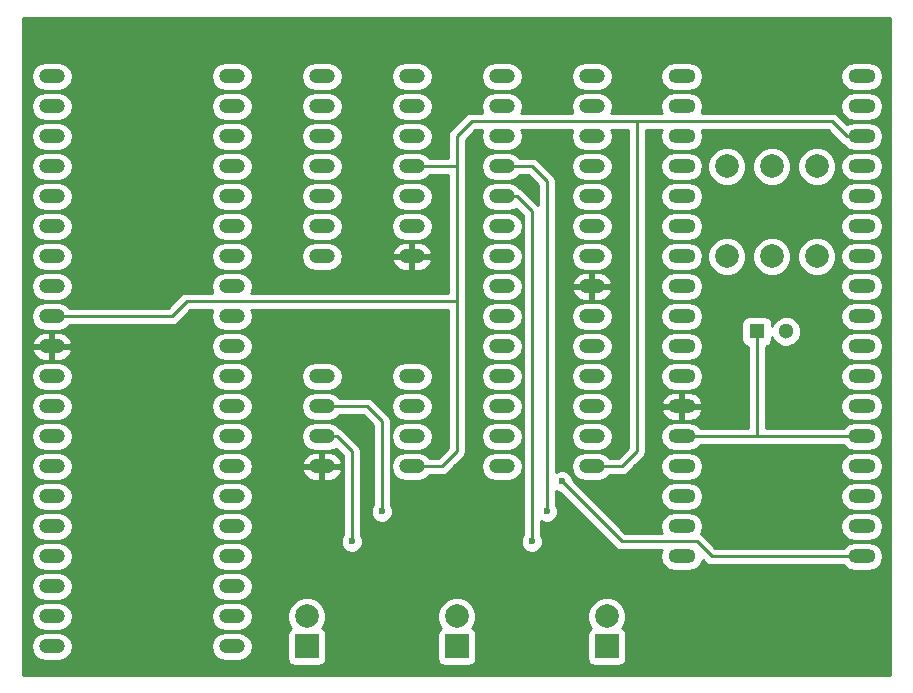
<source format=gbr>
G04 #@! TF.FileFunction,Copper,L1,Top,Signal*
%FSLAX46Y46*%
G04 Gerber Fmt 4.6, Leading zero omitted, Abs format (unit mm)*
G04 Created by KiCad (PCBNEW 4.0.2+dfsg1-stable) date Mit 11 Mai 2016 00:43:05 CEST*
%MOMM*%
G01*
G04 APERTURE LIST*
%ADD10C,0.100000*%
%ADD11R,1.300000X1.300000*%
%ADD12C,1.300000*%
%ADD13O,2.300000X1.250000*%
%ADD14R,2.000000X2.000000*%
%ADD15C,2.000000*%
%ADD16O,2.200000X1.250000*%
%ADD17C,1.998980*%
%ADD18C,0.600000*%
%ADD19C,0.250000*%
%ADD20C,0.254000*%
G04 APERTURE END LIST*
D10*
D11*
X166370000Y-105410000D03*
D12*
X168870000Y-105410000D03*
D13*
X175260000Y-83820000D03*
X160020000Y-83820000D03*
X175260000Y-86360000D03*
X160020000Y-86360000D03*
X175260000Y-88900000D03*
X160020000Y-88900000D03*
X175260000Y-91440000D03*
X160020000Y-91440000D03*
X175260000Y-93980000D03*
X160020000Y-93980000D03*
X175260000Y-96520000D03*
X160020000Y-96520000D03*
X175260000Y-99060000D03*
X160020000Y-99060000D03*
X175260000Y-101600000D03*
X160020000Y-101600000D03*
X175260000Y-104140000D03*
X160020000Y-104140000D03*
X175260000Y-106680000D03*
X160020000Y-106680000D03*
X175260000Y-109220000D03*
X160020000Y-109220000D03*
X175260000Y-111760000D03*
X160020000Y-111760000D03*
X175260000Y-114300000D03*
X160020000Y-114300000D03*
X175260000Y-116840000D03*
X160020000Y-116840000D03*
X175260000Y-119380000D03*
X160020000Y-119380000D03*
X175260000Y-121920000D03*
X160020000Y-121920000D03*
X175260000Y-124460000D03*
X160020000Y-124460000D03*
D14*
X153670000Y-132080000D03*
D15*
X153670000Y-129540000D03*
D14*
X140970000Y-132080000D03*
D15*
X140970000Y-129540000D03*
D14*
X128270000Y-132080000D03*
D15*
X128270000Y-129540000D03*
D16*
X137160000Y-99060000D03*
X137160000Y-96520000D03*
X137160000Y-93980000D03*
X137160000Y-91440000D03*
X137160000Y-88900000D03*
X137160000Y-86360000D03*
X137160000Y-83820000D03*
X129540000Y-83820000D03*
X129540000Y-86360000D03*
X129540000Y-88900000D03*
X129540000Y-91440000D03*
X129540000Y-93980000D03*
X129540000Y-96520000D03*
X129540000Y-99060000D03*
X152400000Y-116840000D03*
X152400000Y-114300000D03*
X152400000Y-111760000D03*
X152400000Y-109220000D03*
X152400000Y-106680000D03*
X152400000Y-104140000D03*
X152400000Y-101600000D03*
X152400000Y-99060000D03*
X152400000Y-96520000D03*
X152400000Y-93980000D03*
X152400000Y-91440000D03*
X152400000Y-88900000D03*
X152400000Y-86360000D03*
X152400000Y-83820000D03*
X144780000Y-83820000D03*
X144780000Y-86360000D03*
X144780000Y-88900000D03*
X144780000Y-91440000D03*
X144780000Y-93980000D03*
X144780000Y-96520000D03*
X144780000Y-99060000D03*
X144780000Y-101600000D03*
X144780000Y-104140000D03*
X144780000Y-106680000D03*
X144780000Y-109220000D03*
X144780000Y-111760000D03*
X144780000Y-114300000D03*
X144780000Y-116840000D03*
X106680000Y-83820000D03*
X106680000Y-86360000D03*
X106680000Y-88900000D03*
X106680000Y-91440000D03*
X106680000Y-93980000D03*
X106680000Y-96520000D03*
X106680000Y-99060000D03*
X106680000Y-101600000D03*
X106680000Y-104140000D03*
X106680000Y-106680000D03*
X106680000Y-109220000D03*
X106680000Y-111760000D03*
X106680000Y-114300000D03*
X106680000Y-116840000D03*
X106680000Y-119380000D03*
X106680000Y-121920000D03*
X106680000Y-124460000D03*
X106680000Y-127000000D03*
X106680000Y-129540000D03*
X106680000Y-132080000D03*
X121920000Y-132080000D03*
X121920000Y-129540000D03*
X121920000Y-127000000D03*
X121920000Y-124460000D03*
X121920000Y-121920000D03*
X121920000Y-119380000D03*
X121920000Y-116840000D03*
X121920000Y-114300000D03*
X121920000Y-111760000D03*
X121920000Y-109220000D03*
X121920000Y-106680000D03*
X121920000Y-104140000D03*
X121920000Y-101600000D03*
X121920000Y-99060000D03*
X121920000Y-96520000D03*
X121920000Y-93980000D03*
X121920000Y-91440000D03*
X121920000Y-88900000D03*
X121920000Y-86360000D03*
X121920000Y-83820000D03*
X137160000Y-116840000D03*
X137160000Y-114300000D03*
X137160000Y-111760000D03*
X137160000Y-109220000D03*
X129540000Y-109220000D03*
X129540000Y-111760000D03*
X129540000Y-114300000D03*
X129540000Y-116840000D03*
D17*
X171450000Y-99060000D03*
X171450000Y-91440000D03*
X167640000Y-99060000D03*
X167640000Y-91440000D03*
X163830000Y-99060000D03*
X163830000Y-91440000D03*
D18*
X149860000Y-118110000D03*
X148590000Y-120650000D03*
X134620000Y-120650000D03*
X147320000Y-123190000D03*
X132080000Y-123190000D03*
D19*
X166370000Y-105410000D02*
X166370000Y-114300000D01*
X160020000Y-114300000D02*
X166370000Y-114300000D01*
X166370000Y-114300000D02*
X175260000Y-114300000D01*
X140970000Y-88900000D02*
X142240000Y-87630000D01*
X140970000Y-91440000D02*
X140970000Y-88900000D01*
X142240000Y-87630000D02*
X156210000Y-87630000D01*
X106680000Y-104140000D02*
X116840000Y-104140000D01*
X118110000Y-102870000D02*
X140970000Y-102870000D01*
X116840000Y-104140000D02*
X118110000Y-102870000D01*
X152400000Y-116840000D02*
X154940000Y-116840000D01*
X156210000Y-115570000D02*
X156210000Y-87630000D01*
X154940000Y-116840000D02*
X156210000Y-115570000D01*
X137160000Y-116840000D02*
X139700000Y-116840000D01*
X140970000Y-115570000D02*
X140970000Y-102870000D01*
X140970000Y-102870000D02*
X140970000Y-91440000D01*
X139700000Y-116840000D02*
X140970000Y-115570000D01*
X140970000Y-91440000D02*
X137160000Y-91440000D01*
X175260000Y-88900000D02*
X173990000Y-88900000D01*
X140970000Y-91440000D02*
X137160000Y-91440000D01*
X173990000Y-88900000D02*
X172720000Y-87630000D01*
X172720000Y-87630000D02*
X156210000Y-87630000D01*
X175260000Y-124460000D02*
X162560000Y-124460000D01*
X154940000Y-123190000D02*
X149860000Y-118110000D01*
X161290000Y-123190000D02*
X154940000Y-123190000D01*
X162560000Y-124460000D02*
X161290000Y-123190000D01*
X144780000Y-91440000D02*
X147320000Y-91440000D01*
X148590000Y-92710000D02*
X148590000Y-120650000D01*
X147320000Y-91440000D02*
X148590000Y-92710000D01*
X129540000Y-111760000D02*
X133350000Y-111760000D01*
X134620000Y-113030000D02*
X134620000Y-120650000D01*
X133350000Y-111760000D02*
X134620000Y-113030000D01*
X144780000Y-93980000D02*
X146050000Y-93980000D01*
X147320000Y-95250000D02*
X147320000Y-123190000D01*
X146050000Y-93980000D02*
X147320000Y-95250000D01*
X129540000Y-114300000D02*
X130810000Y-114300000D01*
X132080000Y-115570000D02*
X132080000Y-123190000D01*
X130810000Y-114300000D02*
X132080000Y-115570000D01*
D20*
G36*
X177673000Y-134493000D02*
X104267000Y-134493000D01*
X104267000Y-132080000D01*
X104911009Y-132080000D01*
X105006921Y-132562181D01*
X105280054Y-132970955D01*
X105688828Y-133244088D01*
X106171009Y-133340000D01*
X107188991Y-133340000D01*
X107671172Y-133244088D01*
X108079946Y-132970955D01*
X108353079Y-132562181D01*
X108448991Y-132080000D01*
X120151009Y-132080000D01*
X120246921Y-132562181D01*
X120520054Y-132970955D01*
X120928828Y-133244088D01*
X121411009Y-133340000D01*
X122428991Y-133340000D01*
X122911172Y-133244088D01*
X123319946Y-132970955D01*
X123593079Y-132562181D01*
X123688991Y-132080000D01*
X123593079Y-131597819D01*
X123319946Y-131189045D01*
X123156748Y-131080000D01*
X126622560Y-131080000D01*
X126622560Y-133080000D01*
X126666838Y-133315317D01*
X126805910Y-133531441D01*
X127018110Y-133676431D01*
X127270000Y-133727440D01*
X129270000Y-133727440D01*
X129505317Y-133683162D01*
X129721441Y-133544090D01*
X129866431Y-133331890D01*
X129917440Y-133080000D01*
X129917440Y-131080000D01*
X139322560Y-131080000D01*
X139322560Y-133080000D01*
X139366838Y-133315317D01*
X139505910Y-133531441D01*
X139718110Y-133676431D01*
X139970000Y-133727440D01*
X141970000Y-133727440D01*
X142205317Y-133683162D01*
X142421441Y-133544090D01*
X142566431Y-133331890D01*
X142617440Y-133080000D01*
X142617440Y-131080000D01*
X152022560Y-131080000D01*
X152022560Y-133080000D01*
X152066838Y-133315317D01*
X152205910Y-133531441D01*
X152418110Y-133676431D01*
X152670000Y-133727440D01*
X154670000Y-133727440D01*
X154905317Y-133683162D01*
X155121441Y-133544090D01*
X155266431Y-133331890D01*
X155317440Y-133080000D01*
X155317440Y-131080000D01*
X155273162Y-130844683D01*
X155134090Y-130628559D01*
X154991439Y-130531090D01*
X155055278Y-130467363D01*
X155304716Y-129866648D01*
X155305284Y-129216205D01*
X155056894Y-128615057D01*
X154597363Y-128154722D01*
X153996648Y-127905284D01*
X153346205Y-127904716D01*
X152745057Y-128153106D01*
X152284722Y-128612637D01*
X152035284Y-129213352D01*
X152034716Y-129863795D01*
X152283106Y-130464943D01*
X152349621Y-130531574D01*
X152218559Y-130615910D01*
X152073569Y-130828110D01*
X152022560Y-131080000D01*
X142617440Y-131080000D01*
X142573162Y-130844683D01*
X142434090Y-130628559D01*
X142291439Y-130531090D01*
X142355278Y-130467363D01*
X142604716Y-129866648D01*
X142605284Y-129216205D01*
X142356894Y-128615057D01*
X141897363Y-128154722D01*
X141296648Y-127905284D01*
X140646205Y-127904716D01*
X140045057Y-128153106D01*
X139584722Y-128612637D01*
X139335284Y-129213352D01*
X139334716Y-129863795D01*
X139583106Y-130464943D01*
X139649621Y-130531574D01*
X139518559Y-130615910D01*
X139373569Y-130828110D01*
X139322560Y-131080000D01*
X129917440Y-131080000D01*
X129873162Y-130844683D01*
X129734090Y-130628559D01*
X129591439Y-130531090D01*
X129655278Y-130467363D01*
X129904716Y-129866648D01*
X129905284Y-129216205D01*
X129656894Y-128615057D01*
X129197363Y-128154722D01*
X128596648Y-127905284D01*
X127946205Y-127904716D01*
X127345057Y-128153106D01*
X126884722Y-128612637D01*
X126635284Y-129213352D01*
X126634716Y-129863795D01*
X126883106Y-130464943D01*
X126949621Y-130531574D01*
X126818559Y-130615910D01*
X126673569Y-130828110D01*
X126622560Y-131080000D01*
X123156748Y-131080000D01*
X122911172Y-130915912D01*
X122428991Y-130820000D01*
X121411009Y-130820000D01*
X120928828Y-130915912D01*
X120520054Y-131189045D01*
X120246921Y-131597819D01*
X120151009Y-132080000D01*
X108448991Y-132080000D01*
X108353079Y-131597819D01*
X108079946Y-131189045D01*
X107671172Y-130915912D01*
X107188991Y-130820000D01*
X106171009Y-130820000D01*
X105688828Y-130915912D01*
X105280054Y-131189045D01*
X105006921Y-131597819D01*
X104911009Y-132080000D01*
X104267000Y-132080000D01*
X104267000Y-129540000D01*
X104911009Y-129540000D01*
X105006921Y-130022181D01*
X105280054Y-130430955D01*
X105688828Y-130704088D01*
X106171009Y-130800000D01*
X107188991Y-130800000D01*
X107671172Y-130704088D01*
X108079946Y-130430955D01*
X108353079Y-130022181D01*
X108448991Y-129540000D01*
X120151009Y-129540000D01*
X120246921Y-130022181D01*
X120520054Y-130430955D01*
X120928828Y-130704088D01*
X121411009Y-130800000D01*
X122428991Y-130800000D01*
X122911172Y-130704088D01*
X123319946Y-130430955D01*
X123593079Y-130022181D01*
X123688991Y-129540000D01*
X123593079Y-129057819D01*
X123319946Y-128649045D01*
X122911172Y-128375912D01*
X122428991Y-128280000D01*
X121411009Y-128280000D01*
X120928828Y-128375912D01*
X120520054Y-128649045D01*
X120246921Y-129057819D01*
X120151009Y-129540000D01*
X108448991Y-129540000D01*
X108353079Y-129057819D01*
X108079946Y-128649045D01*
X107671172Y-128375912D01*
X107188991Y-128280000D01*
X106171009Y-128280000D01*
X105688828Y-128375912D01*
X105280054Y-128649045D01*
X105006921Y-129057819D01*
X104911009Y-129540000D01*
X104267000Y-129540000D01*
X104267000Y-127000000D01*
X104911009Y-127000000D01*
X105006921Y-127482181D01*
X105280054Y-127890955D01*
X105688828Y-128164088D01*
X106171009Y-128260000D01*
X107188991Y-128260000D01*
X107671172Y-128164088D01*
X108079946Y-127890955D01*
X108353079Y-127482181D01*
X108448991Y-127000000D01*
X120151009Y-127000000D01*
X120246921Y-127482181D01*
X120520054Y-127890955D01*
X120928828Y-128164088D01*
X121411009Y-128260000D01*
X122428991Y-128260000D01*
X122911172Y-128164088D01*
X123319946Y-127890955D01*
X123593079Y-127482181D01*
X123688991Y-127000000D01*
X123593079Y-126517819D01*
X123319946Y-126109045D01*
X122911172Y-125835912D01*
X122428991Y-125740000D01*
X121411009Y-125740000D01*
X120928828Y-125835912D01*
X120520054Y-126109045D01*
X120246921Y-126517819D01*
X120151009Y-127000000D01*
X108448991Y-127000000D01*
X108353079Y-126517819D01*
X108079946Y-126109045D01*
X107671172Y-125835912D01*
X107188991Y-125740000D01*
X106171009Y-125740000D01*
X105688828Y-125835912D01*
X105280054Y-126109045D01*
X105006921Y-126517819D01*
X104911009Y-127000000D01*
X104267000Y-127000000D01*
X104267000Y-124460000D01*
X104911009Y-124460000D01*
X105006921Y-124942181D01*
X105280054Y-125350955D01*
X105688828Y-125624088D01*
X106171009Y-125720000D01*
X107188991Y-125720000D01*
X107671172Y-125624088D01*
X108079946Y-125350955D01*
X108353079Y-124942181D01*
X108448991Y-124460000D01*
X120151009Y-124460000D01*
X120246921Y-124942181D01*
X120520054Y-125350955D01*
X120928828Y-125624088D01*
X121411009Y-125720000D01*
X122428991Y-125720000D01*
X122911172Y-125624088D01*
X123319946Y-125350955D01*
X123593079Y-124942181D01*
X123688991Y-124460000D01*
X123593079Y-123977819D01*
X123319946Y-123569045D01*
X122911172Y-123295912D01*
X122428991Y-123200000D01*
X121411009Y-123200000D01*
X120928828Y-123295912D01*
X120520054Y-123569045D01*
X120246921Y-123977819D01*
X120151009Y-124460000D01*
X108448991Y-124460000D01*
X108353079Y-123977819D01*
X108079946Y-123569045D01*
X107671172Y-123295912D01*
X107188991Y-123200000D01*
X106171009Y-123200000D01*
X105688828Y-123295912D01*
X105280054Y-123569045D01*
X105006921Y-123977819D01*
X104911009Y-124460000D01*
X104267000Y-124460000D01*
X104267000Y-121920000D01*
X104911009Y-121920000D01*
X105006921Y-122402181D01*
X105280054Y-122810955D01*
X105688828Y-123084088D01*
X106171009Y-123180000D01*
X107188991Y-123180000D01*
X107671172Y-123084088D01*
X108079946Y-122810955D01*
X108353079Y-122402181D01*
X108448991Y-121920000D01*
X120151009Y-121920000D01*
X120246921Y-122402181D01*
X120520054Y-122810955D01*
X120928828Y-123084088D01*
X121411009Y-123180000D01*
X122428991Y-123180000D01*
X122911172Y-123084088D01*
X123319946Y-122810955D01*
X123593079Y-122402181D01*
X123688991Y-121920000D01*
X123593079Y-121437819D01*
X123319946Y-121029045D01*
X122911172Y-120755912D01*
X122428991Y-120660000D01*
X121411009Y-120660000D01*
X120928828Y-120755912D01*
X120520054Y-121029045D01*
X120246921Y-121437819D01*
X120151009Y-121920000D01*
X108448991Y-121920000D01*
X108353079Y-121437819D01*
X108079946Y-121029045D01*
X107671172Y-120755912D01*
X107188991Y-120660000D01*
X106171009Y-120660000D01*
X105688828Y-120755912D01*
X105280054Y-121029045D01*
X105006921Y-121437819D01*
X104911009Y-121920000D01*
X104267000Y-121920000D01*
X104267000Y-119380000D01*
X104911009Y-119380000D01*
X105006921Y-119862181D01*
X105280054Y-120270955D01*
X105688828Y-120544088D01*
X106171009Y-120640000D01*
X107188991Y-120640000D01*
X107671172Y-120544088D01*
X108079946Y-120270955D01*
X108353079Y-119862181D01*
X108448991Y-119380000D01*
X120151009Y-119380000D01*
X120246921Y-119862181D01*
X120520054Y-120270955D01*
X120928828Y-120544088D01*
X121411009Y-120640000D01*
X122428991Y-120640000D01*
X122911172Y-120544088D01*
X123319946Y-120270955D01*
X123593079Y-119862181D01*
X123688991Y-119380000D01*
X123593079Y-118897819D01*
X123319946Y-118489045D01*
X122911172Y-118215912D01*
X122428991Y-118120000D01*
X121411009Y-118120000D01*
X120928828Y-118215912D01*
X120520054Y-118489045D01*
X120246921Y-118897819D01*
X120151009Y-119380000D01*
X108448991Y-119380000D01*
X108353079Y-118897819D01*
X108079946Y-118489045D01*
X107671172Y-118215912D01*
X107188991Y-118120000D01*
X106171009Y-118120000D01*
X105688828Y-118215912D01*
X105280054Y-118489045D01*
X105006921Y-118897819D01*
X104911009Y-119380000D01*
X104267000Y-119380000D01*
X104267000Y-116840000D01*
X104911009Y-116840000D01*
X105006921Y-117322181D01*
X105280054Y-117730955D01*
X105688828Y-118004088D01*
X106171009Y-118100000D01*
X107188991Y-118100000D01*
X107671172Y-118004088D01*
X108079946Y-117730955D01*
X108353079Y-117322181D01*
X108448991Y-116840000D01*
X120151009Y-116840000D01*
X120246921Y-117322181D01*
X120520054Y-117730955D01*
X120928828Y-118004088D01*
X121411009Y-118100000D01*
X122428991Y-118100000D01*
X122911172Y-118004088D01*
X123319946Y-117730955D01*
X123593079Y-117322181D01*
X123625032Y-117161540D01*
X127846718Y-117161540D01*
X127852311Y-117204848D01*
X128084243Y-117641152D01*
X128465486Y-117955487D01*
X128938000Y-118100000D01*
X129413000Y-118100000D01*
X129413000Y-116967000D01*
X129667000Y-116967000D01*
X129667000Y-118100000D01*
X130142000Y-118100000D01*
X130614514Y-117955487D01*
X130995757Y-117641152D01*
X131227689Y-117204848D01*
X131233282Y-117161540D01*
X131108902Y-116967000D01*
X129667000Y-116967000D01*
X129413000Y-116967000D01*
X127971098Y-116967000D01*
X127846718Y-117161540D01*
X123625032Y-117161540D01*
X123688991Y-116840000D01*
X123625033Y-116518460D01*
X127846718Y-116518460D01*
X127971098Y-116713000D01*
X129413000Y-116713000D01*
X129413000Y-115580000D01*
X129667000Y-115580000D01*
X129667000Y-116713000D01*
X131108902Y-116713000D01*
X131233282Y-116518460D01*
X131227689Y-116475152D01*
X130995757Y-116038848D01*
X130614514Y-115724513D01*
X130142000Y-115580000D01*
X129667000Y-115580000D01*
X129413000Y-115580000D01*
X128938000Y-115580000D01*
X128465486Y-115724513D01*
X128084243Y-116038848D01*
X127852311Y-116475152D01*
X127846718Y-116518460D01*
X123625033Y-116518460D01*
X123593079Y-116357819D01*
X123319946Y-115949045D01*
X122911172Y-115675912D01*
X122428991Y-115580000D01*
X121411009Y-115580000D01*
X120928828Y-115675912D01*
X120520054Y-115949045D01*
X120246921Y-116357819D01*
X120151009Y-116840000D01*
X108448991Y-116840000D01*
X108353079Y-116357819D01*
X108079946Y-115949045D01*
X107671172Y-115675912D01*
X107188991Y-115580000D01*
X106171009Y-115580000D01*
X105688828Y-115675912D01*
X105280054Y-115949045D01*
X105006921Y-116357819D01*
X104911009Y-116840000D01*
X104267000Y-116840000D01*
X104267000Y-114300000D01*
X104911009Y-114300000D01*
X105006921Y-114782181D01*
X105280054Y-115190955D01*
X105688828Y-115464088D01*
X106171009Y-115560000D01*
X107188991Y-115560000D01*
X107671172Y-115464088D01*
X108079946Y-115190955D01*
X108353079Y-114782181D01*
X108448991Y-114300000D01*
X120151009Y-114300000D01*
X120246921Y-114782181D01*
X120520054Y-115190955D01*
X120928828Y-115464088D01*
X121411009Y-115560000D01*
X122428991Y-115560000D01*
X122911172Y-115464088D01*
X123319946Y-115190955D01*
X123593079Y-114782181D01*
X123688991Y-114300000D01*
X127771009Y-114300000D01*
X127866921Y-114782181D01*
X128140054Y-115190955D01*
X128548828Y-115464088D01*
X129031009Y-115560000D01*
X130048991Y-115560000D01*
X130531172Y-115464088D01*
X130751841Y-115316643D01*
X131320000Y-115884802D01*
X131320000Y-122627537D01*
X131287808Y-122659673D01*
X131145162Y-123003201D01*
X131144838Y-123375167D01*
X131286883Y-123718943D01*
X131549673Y-123982192D01*
X131893201Y-124124838D01*
X132265167Y-124125162D01*
X132608943Y-123983117D01*
X132872192Y-123720327D01*
X133014838Y-123376799D01*
X133015162Y-123004833D01*
X132873117Y-122661057D01*
X132840000Y-122627882D01*
X132840000Y-115570000D01*
X132782148Y-115279161D01*
X132782148Y-115279160D01*
X132617401Y-115032599D01*
X131347401Y-113762599D01*
X131100839Y-113597852D01*
X131060778Y-113589883D01*
X130939946Y-113409045D01*
X130531172Y-113135912D01*
X130048991Y-113040000D01*
X129031009Y-113040000D01*
X128548828Y-113135912D01*
X128140054Y-113409045D01*
X127866921Y-113817819D01*
X127771009Y-114300000D01*
X123688991Y-114300000D01*
X123593079Y-113817819D01*
X123319946Y-113409045D01*
X122911172Y-113135912D01*
X122428991Y-113040000D01*
X121411009Y-113040000D01*
X120928828Y-113135912D01*
X120520054Y-113409045D01*
X120246921Y-113817819D01*
X120151009Y-114300000D01*
X108448991Y-114300000D01*
X108353079Y-113817819D01*
X108079946Y-113409045D01*
X107671172Y-113135912D01*
X107188991Y-113040000D01*
X106171009Y-113040000D01*
X105688828Y-113135912D01*
X105280054Y-113409045D01*
X105006921Y-113817819D01*
X104911009Y-114300000D01*
X104267000Y-114300000D01*
X104267000Y-111760000D01*
X104911009Y-111760000D01*
X105006921Y-112242181D01*
X105280054Y-112650955D01*
X105688828Y-112924088D01*
X106171009Y-113020000D01*
X107188991Y-113020000D01*
X107671172Y-112924088D01*
X108079946Y-112650955D01*
X108353079Y-112242181D01*
X108448991Y-111760000D01*
X120151009Y-111760000D01*
X120246921Y-112242181D01*
X120520054Y-112650955D01*
X120928828Y-112924088D01*
X121411009Y-113020000D01*
X122428991Y-113020000D01*
X122911172Y-112924088D01*
X123319946Y-112650955D01*
X123593079Y-112242181D01*
X123688991Y-111760000D01*
X127771009Y-111760000D01*
X127866921Y-112242181D01*
X128140054Y-112650955D01*
X128548828Y-112924088D01*
X129031009Y-113020000D01*
X130048991Y-113020000D01*
X130531172Y-112924088D01*
X130939946Y-112650955D01*
X131027447Y-112520000D01*
X133035198Y-112520000D01*
X133860000Y-113344802D01*
X133860000Y-120087537D01*
X133827808Y-120119673D01*
X133685162Y-120463201D01*
X133684838Y-120835167D01*
X133826883Y-121178943D01*
X134089673Y-121442192D01*
X134433201Y-121584838D01*
X134805167Y-121585162D01*
X135148943Y-121443117D01*
X135412192Y-121180327D01*
X135554838Y-120836799D01*
X135555162Y-120464833D01*
X135413117Y-120121057D01*
X135380000Y-120087882D01*
X135380000Y-114300000D01*
X135391009Y-114300000D01*
X135486921Y-114782181D01*
X135760054Y-115190955D01*
X136168828Y-115464088D01*
X136651009Y-115560000D01*
X137668991Y-115560000D01*
X138151172Y-115464088D01*
X138559946Y-115190955D01*
X138833079Y-114782181D01*
X138928991Y-114300000D01*
X138833079Y-113817819D01*
X138559946Y-113409045D01*
X138151172Y-113135912D01*
X137668991Y-113040000D01*
X136651009Y-113040000D01*
X136168828Y-113135912D01*
X135760054Y-113409045D01*
X135486921Y-113817819D01*
X135391009Y-114300000D01*
X135380000Y-114300000D01*
X135380000Y-113030000D01*
X135322148Y-112739161D01*
X135322148Y-112739160D01*
X135157401Y-112492599D01*
X134424802Y-111760000D01*
X135391009Y-111760000D01*
X135486921Y-112242181D01*
X135760054Y-112650955D01*
X136168828Y-112924088D01*
X136651009Y-113020000D01*
X137668991Y-113020000D01*
X138151172Y-112924088D01*
X138559946Y-112650955D01*
X138833079Y-112242181D01*
X138928991Y-111760000D01*
X138833079Y-111277819D01*
X138559946Y-110869045D01*
X138151172Y-110595912D01*
X137668991Y-110500000D01*
X136651009Y-110500000D01*
X136168828Y-110595912D01*
X135760054Y-110869045D01*
X135486921Y-111277819D01*
X135391009Y-111760000D01*
X134424802Y-111760000D01*
X133887401Y-111222599D01*
X133640839Y-111057852D01*
X133350000Y-111000000D01*
X131027447Y-111000000D01*
X130939946Y-110869045D01*
X130531172Y-110595912D01*
X130048991Y-110500000D01*
X129031009Y-110500000D01*
X128548828Y-110595912D01*
X128140054Y-110869045D01*
X127866921Y-111277819D01*
X127771009Y-111760000D01*
X123688991Y-111760000D01*
X123593079Y-111277819D01*
X123319946Y-110869045D01*
X122911172Y-110595912D01*
X122428991Y-110500000D01*
X121411009Y-110500000D01*
X120928828Y-110595912D01*
X120520054Y-110869045D01*
X120246921Y-111277819D01*
X120151009Y-111760000D01*
X108448991Y-111760000D01*
X108353079Y-111277819D01*
X108079946Y-110869045D01*
X107671172Y-110595912D01*
X107188991Y-110500000D01*
X106171009Y-110500000D01*
X105688828Y-110595912D01*
X105280054Y-110869045D01*
X105006921Y-111277819D01*
X104911009Y-111760000D01*
X104267000Y-111760000D01*
X104267000Y-109220000D01*
X104911009Y-109220000D01*
X105006921Y-109702181D01*
X105280054Y-110110955D01*
X105688828Y-110384088D01*
X106171009Y-110480000D01*
X107188991Y-110480000D01*
X107671172Y-110384088D01*
X108079946Y-110110955D01*
X108353079Y-109702181D01*
X108448991Y-109220000D01*
X120151009Y-109220000D01*
X120246921Y-109702181D01*
X120520054Y-110110955D01*
X120928828Y-110384088D01*
X121411009Y-110480000D01*
X122428991Y-110480000D01*
X122911172Y-110384088D01*
X123319946Y-110110955D01*
X123593079Y-109702181D01*
X123688991Y-109220000D01*
X127771009Y-109220000D01*
X127866921Y-109702181D01*
X128140054Y-110110955D01*
X128548828Y-110384088D01*
X129031009Y-110480000D01*
X130048991Y-110480000D01*
X130531172Y-110384088D01*
X130939946Y-110110955D01*
X131213079Y-109702181D01*
X131308991Y-109220000D01*
X135391009Y-109220000D01*
X135486921Y-109702181D01*
X135760054Y-110110955D01*
X136168828Y-110384088D01*
X136651009Y-110480000D01*
X137668991Y-110480000D01*
X138151172Y-110384088D01*
X138559946Y-110110955D01*
X138833079Y-109702181D01*
X138928991Y-109220000D01*
X138833079Y-108737819D01*
X138559946Y-108329045D01*
X138151172Y-108055912D01*
X137668991Y-107960000D01*
X136651009Y-107960000D01*
X136168828Y-108055912D01*
X135760054Y-108329045D01*
X135486921Y-108737819D01*
X135391009Y-109220000D01*
X131308991Y-109220000D01*
X131213079Y-108737819D01*
X130939946Y-108329045D01*
X130531172Y-108055912D01*
X130048991Y-107960000D01*
X129031009Y-107960000D01*
X128548828Y-108055912D01*
X128140054Y-108329045D01*
X127866921Y-108737819D01*
X127771009Y-109220000D01*
X123688991Y-109220000D01*
X123593079Y-108737819D01*
X123319946Y-108329045D01*
X122911172Y-108055912D01*
X122428991Y-107960000D01*
X121411009Y-107960000D01*
X120928828Y-108055912D01*
X120520054Y-108329045D01*
X120246921Y-108737819D01*
X120151009Y-109220000D01*
X108448991Y-109220000D01*
X108353079Y-108737819D01*
X108079946Y-108329045D01*
X107671172Y-108055912D01*
X107188991Y-107960000D01*
X106171009Y-107960000D01*
X105688828Y-108055912D01*
X105280054Y-108329045D01*
X105006921Y-108737819D01*
X104911009Y-109220000D01*
X104267000Y-109220000D01*
X104267000Y-107001540D01*
X104986718Y-107001540D01*
X104992311Y-107044848D01*
X105224243Y-107481152D01*
X105605486Y-107795487D01*
X106078000Y-107940000D01*
X106553000Y-107940000D01*
X106553000Y-106807000D01*
X106807000Y-106807000D01*
X106807000Y-107940000D01*
X107282000Y-107940000D01*
X107754514Y-107795487D01*
X108135757Y-107481152D01*
X108367689Y-107044848D01*
X108373282Y-107001540D01*
X108248902Y-106807000D01*
X106807000Y-106807000D01*
X106553000Y-106807000D01*
X105111098Y-106807000D01*
X104986718Y-107001540D01*
X104267000Y-107001540D01*
X104267000Y-106680000D01*
X120151009Y-106680000D01*
X120246921Y-107162181D01*
X120520054Y-107570955D01*
X120928828Y-107844088D01*
X121411009Y-107940000D01*
X122428991Y-107940000D01*
X122911172Y-107844088D01*
X123319946Y-107570955D01*
X123593079Y-107162181D01*
X123688991Y-106680000D01*
X123593079Y-106197819D01*
X123319946Y-105789045D01*
X122911172Y-105515912D01*
X122428991Y-105420000D01*
X121411009Y-105420000D01*
X120928828Y-105515912D01*
X120520054Y-105789045D01*
X120246921Y-106197819D01*
X120151009Y-106680000D01*
X104267000Y-106680000D01*
X104267000Y-106358460D01*
X104986718Y-106358460D01*
X105111098Y-106553000D01*
X106553000Y-106553000D01*
X106553000Y-105420000D01*
X106807000Y-105420000D01*
X106807000Y-106553000D01*
X108248902Y-106553000D01*
X108373282Y-106358460D01*
X108367689Y-106315152D01*
X108135757Y-105878848D01*
X107754514Y-105564513D01*
X107282000Y-105420000D01*
X106807000Y-105420000D01*
X106553000Y-105420000D01*
X106078000Y-105420000D01*
X105605486Y-105564513D01*
X105224243Y-105878848D01*
X104992311Y-106315152D01*
X104986718Y-106358460D01*
X104267000Y-106358460D01*
X104267000Y-104140000D01*
X104911009Y-104140000D01*
X105006921Y-104622181D01*
X105280054Y-105030955D01*
X105688828Y-105304088D01*
X106171009Y-105400000D01*
X107188991Y-105400000D01*
X107671172Y-105304088D01*
X108079946Y-105030955D01*
X108167447Y-104900000D01*
X116840000Y-104900000D01*
X117130839Y-104842148D01*
X117377401Y-104677401D01*
X118424802Y-103630000D01*
X120265509Y-103630000D01*
X120246921Y-103657819D01*
X120151009Y-104140000D01*
X120246921Y-104622181D01*
X120520054Y-105030955D01*
X120928828Y-105304088D01*
X121411009Y-105400000D01*
X122428991Y-105400000D01*
X122911172Y-105304088D01*
X123319946Y-105030955D01*
X123593079Y-104622181D01*
X123688991Y-104140000D01*
X123593079Y-103657819D01*
X123574491Y-103630000D01*
X140210000Y-103630000D01*
X140210000Y-115255198D01*
X139385198Y-116080000D01*
X138647447Y-116080000D01*
X138559946Y-115949045D01*
X138151172Y-115675912D01*
X137668991Y-115580000D01*
X136651009Y-115580000D01*
X136168828Y-115675912D01*
X135760054Y-115949045D01*
X135486921Y-116357819D01*
X135391009Y-116840000D01*
X135486921Y-117322181D01*
X135760054Y-117730955D01*
X136168828Y-118004088D01*
X136651009Y-118100000D01*
X137668991Y-118100000D01*
X138151172Y-118004088D01*
X138559946Y-117730955D01*
X138647447Y-117600000D01*
X139700000Y-117600000D01*
X139990839Y-117542148D01*
X140237401Y-117377401D01*
X140774802Y-116840000D01*
X143011009Y-116840000D01*
X143106921Y-117322181D01*
X143380054Y-117730955D01*
X143788828Y-118004088D01*
X144271009Y-118100000D01*
X145288991Y-118100000D01*
X145771172Y-118004088D01*
X146179946Y-117730955D01*
X146453079Y-117322181D01*
X146548991Y-116840000D01*
X146453079Y-116357819D01*
X146179946Y-115949045D01*
X145771172Y-115675912D01*
X145288991Y-115580000D01*
X144271009Y-115580000D01*
X143788828Y-115675912D01*
X143380054Y-115949045D01*
X143106921Y-116357819D01*
X143011009Y-116840000D01*
X140774802Y-116840000D01*
X141507401Y-116107401D01*
X141672148Y-115860840D01*
X141730000Y-115570000D01*
X141730000Y-114300000D01*
X143011009Y-114300000D01*
X143106921Y-114782181D01*
X143380054Y-115190955D01*
X143788828Y-115464088D01*
X144271009Y-115560000D01*
X145288991Y-115560000D01*
X145771172Y-115464088D01*
X146179946Y-115190955D01*
X146453079Y-114782181D01*
X146548991Y-114300000D01*
X146453079Y-113817819D01*
X146179946Y-113409045D01*
X145771172Y-113135912D01*
X145288991Y-113040000D01*
X144271009Y-113040000D01*
X143788828Y-113135912D01*
X143380054Y-113409045D01*
X143106921Y-113817819D01*
X143011009Y-114300000D01*
X141730000Y-114300000D01*
X141730000Y-111760000D01*
X143011009Y-111760000D01*
X143106921Y-112242181D01*
X143380054Y-112650955D01*
X143788828Y-112924088D01*
X144271009Y-113020000D01*
X145288991Y-113020000D01*
X145771172Y-112924088D01*
X146179946Y-112650955D01*
X146453079Y-112242181D01*
X146548991Y-111760000D01*
X146453079Y-111277819D01*
X146179946Y-110869045D01*
X145771172Y-110595912D01*
X145288991Y-110500000D01*
X144271009Y-110500000D01*
X143788828Y-110595912D01*
X143380054Y-110869045D01*
X143106921Y-111277819D01*
X143011009Y-111760000D01*
X141730000Y-111760000D01*
X141730000Y-109220000D01*
X143011009Y-109220000D01*
X143106921Y-109702181D01*
X143380054Y-110110955D01*
X143788828Y-110384088D01*
X144271009Y-110480000D01*
X145288991Y-110480000D01*
X145771172Y-110384088D01*
X146179946Y-110110955D01*
X146453079Y-109702181D01*
X146548991Y-109220000D01*
X146453079Y-108737819D01*
X146179946Y-108329045D01*
X145771172Y-108055912D01*
X145288991Y-107960000D01*
X144271009Y-107960000D01*
X143788828Y-108055912D01*
X143380054Y-108329045D01*
X143106921Y-108737819D01*
X143011009Y-109220000D01*
X141730000Y-109220000D01*
X141730000Y-106680000D01*
X143011009Y-106680000D01*
X143106921Y-107162181D01*
X143380054Y-107570955D01*
X143788828Y-107844088D01*
X144271009Y-107940000D01*
X145288991Y-107940000D01*
X145771172Y-107844088D01*
X146179946Y-107570955D01*
X146453079Y-107162181D01*
X146548991Y-106680000D01*
X146453079Y-106197819D01*
X146179946Y-105789045D01*
X145771172Y-105515912D01*
X145288991Y-105420000D01*
X144271009Y-105420000D01*
X143788828Y-105515912D01*
X143380054Y-105789045D01*
X143106921Y-106197819D01*
X143011009Y-106680000D01*
X141730000Y-106680000D01*
X141730000Y-104140000D01*
X143011009Y-104140000D01*
X143106921Y-104622181D01*
X143380054Y-105030955D01*
X143788828Y-105304088D01*
X144271009Y-105400000D01*
X145288991Y-105400000D01*
X145771172Y-105304088D01*
X146179946Y-105030955D01*
X146453079Y-104622181D01*
X146548991Y-104140000D01*
X146453079Y-103657819D01*
X146179946Y-103249045D01*
X145771172Y-102975912D01*
X145288991Y-102880000D01*
X144271009Y-102880000D01*
X143788828Y-102975912D01*
X143380054Y-103249045D01*
X143106921Y-103657819D01*
X143011009Y-104140000D01*
X141730000Y-104140000D01*
X141730000Y-101600000D01*
X143011009Y-101600000D01*
X143106921Y-102082181D01*
X143380054Y-102490955D01*
X143788828Y-102764088D01*
X144271009Y-102860000D01*
X145288991Y-102860000D01*
X145771172Y-102764088D01*
X146179946Y-102490955D01*
X146453079Y-102082181D01*
X146548991Y-101600000D01*
X146453079Y-101117819D01*
X146179946Y-100709045D01*
X145771172Y-100435912D01*
X145288991Y-100340000D01*
X144271009Y-100340000D01*
X143788828Y-100435912D01*
X143380054Y-100709045D01*
X143106921Y-101117819D01*
X143011009Y-101600000D01*
X141730000Y-101600000D01*
X141730000Y-99060000D01*
X143011009Y-99060000D01*
X143106921Y-99542181D01*
X143380054Y-99950955D01*
X143788828Y-100224088D01*
X144271009Y-100320000D01*
X145288991Y-100320000D01*
X145771172Y-100224088D01*
X146179946Y-99950955D01*
X146453079Y-99542181D01*
X146548991Y-99060000D01*
X146453079Y-98577819D01*
X146179946Y-98169045D01*
X145771172Y-97895912D01*
X145288991Y-97800000D01*
X144271009Y-97800000D01*
X143788828Y-97895912D01*
X143380054Y-98169045D01*
X143106921Y-98577819D01*
X143011009Y-99060000D01*
X141730000Y-99060000D01*
X141730000Y-96520000D01*
X143011009Y-96520000D01*
X143106921Y-97002181D01*
X143380054Y-97410955D01*
X143788828Y-97684088D01*
X144271009Y-97780000D01*
X145288991Y-97780000D01*
X145771172Y-97684088D01*
X146179946Y-97410955D01*
X146453079Y-97002181D01*
X146548991Y-96520000D01*
X146453079Y-96037819D01*
X146179946Y-95629045D01*
X145771172Y-95355912D01*
X145288991Y-95260000D01*
X144271009Y-95260000D01*
X143788828Y-95355912D01*
X143380054Y-95629045D01*
X143106921Y-96037819D01*
X143011009Y-96520000D01*
X141730000Y-96520000D01*
X141730000Y-91440000D01*
X143011009Y-91440000D01*
X143106921Y-91922181D01*
X143380054Y-92330955D01*
X143788828Y-92604088D01*
X144271009Y-92700000D01*
X145288991Y-92700000D01*
X145771172Y-92604088D01*
X146179946Y-92330955D01*
X146267447Y-92200000D01*
X147005198Y-92200000D01*
X147830000Y-93024802D01*
X147830000Y-94685198D01*
X146587401Y-93442599D01*
X146340839Y-93277852D01*
X146300778Y-93269883D01*
X146179946Y-93089045D01*
X145771172Y-92815912D01*
X145288991Y-92720000D01*
X144271009Y-92720000D01*
X143788828Y-92815912D01*
X143380054Y-93089045D01*
X143106921Y-93497819D01*
X143011009Y-93980000D01*
X143106921Y-94462181D01*
X143380054Y-94870955D01*
X143788828Y-95144088D01*
X144271009Y-95240000D01*
X145288991Y-95240000D01*
X145771172Y-95144088D01*
X145991841Y-94996643D01*
X146560000Y-95564802D01*
X146560000Y-122627537D01*
X146527808Y-122659673D01*
X146385162Y-123003201D01*
X146384838Y-123375167D01*
X146526883Y-123718943D01*
X146789673Y-123982192D01*
X147133201Y-124124838D01*
X147505167Y-124125162D01*
X147848943Y-123983117D01*
X148112192Y-123720327D01*
X148254838Y-123376799D01*
X148255162Y-123004833D01*
X148113117Y-122661057D01*
X148080000Y-122627882D01*
X148080000Y-121450633D01*
X148403201Y-121584838D01*
X148775167Y-121585162D01*
X149118943Y-121443117D01*
X149382192Y-121180327D01*
X149524838Y-120836799D01*
X149525162Y-120464833D01*
X149383117Y-120121057D01*
X149350000Y-120087882D01*
X149350000Y-118910633D01*
X149673201Y-119044838D01*
X149720077Y-119044879D01*
X154402599Y-123727401D01*
X154649161Y-123892148D01*
X154940000Y-123950000D01*
X158314530Y-123950000D01*
X158295942Y-123977819D01*
X158200030Y-124460000D01*
X158295942Y-124942181D01*
X158569075Y-125350955D01*
X158977849Y-125624088D01*
X159460030Y-125720000D01*
X160579970Y-125720000D01*
X161062151Y-125624088D01*
X161470925Y-125350955D01*
X161744058Y-124942181D01*
X161781109Y-124755911D01*
X162022599Y-124997401D01*
X162269160Y-125162148D01*
X162560000Y-125220000D01*
X173721574Y-125220000D01*
X173809075Y-125350955D01*
X174217849Y-125624088D01*
X174700030Y-125720000D01*
X175819970Y-125720000D01*
X176302151Y-125624088D01*
X176710925Y-125350955D01*
X176984058Y-124942181D01*
X177079970Y-124460000D01*
X176984058Y-123977819D01*
X176710925Y-123569045D01*
X176302151Y-123295912D01*
X175819970Y-123200000D01*
X174700030Y-123200000D01*
X174217849Y-123295912D01*
X173809075Y-123569045D01*
X173721574Y-123700000D01*
X162874802Y-123700000D01*
X161827401Y-122652599D01*
X161654105Y-122536806D01*
X161744058Y-122402181D01*
X161839970Y-121920000D01*
X173440030Y-121920000D01*
X173535942Y-122402181D01*
X173809075Y-122810955D01*
X174217849Y-123084088D01*
X174700030Y-123180000D01*
X175819970Y-123180000D01*
X176302151Y-123084088D01*
X176710925Y-122810955D01*
X176984058Y-122402181D01*
X177079970Y-121920000D01*
X176984058Y-121437819D01*
X176710925Y-121029045D01*
X176302151Y-120755912D01*
X175819970Y-120660000D01*
X174700030Y-120660000D01*
X174217849Y-120755912D01*
X173809075Y-121029045D01*
X173535942Y-121437819D01*
X173440030Y-121920000D01*
X161839970Y-121920000D01*
X161744058Y-121437819D01*
X161470925Y-121029045D01*
X161062151Y-120755912D01*
X160579970Y-120660000D01*
X159460030Y-120660000D01*
X158977849Y-120755912D01*
X158569075Y-121029045D01*
X158295942Y-121437819D01*
X158200030Y-121920000D01*
X158295942Y-122402181D01*
X158314530Y-122430000D01*
X155254802Y-122430000D01*
X152204802Y-119380000D01*
X158200030Y-119380000D01*
X158295942Y-119862181D01*
X158569075Y-120270955D01*
X158977849Y-120544088D01*
X159460030Y-120640000D01*
X160579970Y-120640000D01*
X161062151Y-120544088D01*
X161470925Y-120270955D01*
X161744058Y-119862181D01*
X161839970Y-119380000D01*
X173440030Y-119380000D01*
X173535942Y-119862181D01*
X173809075Y-120270955D01*
X174217849Y-120544088D01*
X174700030Y-120640000D01*
X175819970Y-120640000D01*
X176302151Y-120544088D01*
X176710925Y-120270955D01*
X176984058Y-119862181D01*
X177079970Y-119380000D01*
X176984058Y-118897819D01*
X176710925Y-118489045D01*
X176302151Y-118215912D01*
X175819970Y-118120000D01*
X174700030Y-118120000D01*
X174217849Y-118215912D01*
X173809075Y-118489045D01*
X173535942Y-118897819D01*
X173440030Y-119380000D01*
X161839970Y-119380000D01*
X161744058Y-118897819D01*
X161470925Y-118489045D01*
X161062151Y-118215912D01*
X160579970Y-118120000D01*
X159460030Y-118120000D01*
X158977849Y-118215912D01*
X158569075Y-118489045D01*
X158295942Y-118897819D01*
X158200030Y-119380000D01*
X152204802Y-119380000D01*
X150795122Y-117970320D01*
X150795162Y-117924833D01*
X150653117Y-117581057D01*
X150390327Y-117317808D01*
X150046799Y-117175162D01*
X149674833Y-117174838D01*
X149350000Y-117309056D01*
X149350000Y-114300000D01*
X150631009Y-114300000D01*
X150726921Y-114782181D01*
X151000054Y-115190955D01*
X151408828Y-115464088D01*
X151891009Y-115560000D01*
X152908991Y-115560000D01*
X153391172Y-115464088D01*
X153799946Y-115190955D01*
X154073079Y-114782181D01*
X154168991Y-114300000D01*
X154073079Y-113817819D01*
X153799946Y-113409045D01*
X153391172Y-113135912D01*
X152908991Y-113040000D01*
X151891009Y-113040000D01*
X151408828Y-113135912D01*
X151000054Y-113409045D01*
X150726921Y-113817819D01*
X150631009Y-114300000D01*
X149350000Y-114300000D01*
X149350000Y-111760000D01*
X150631009Y-111760000D01*
X150726921Y-112242181D01*
X151000054Y-112650955D01*
X151408828Y-112924088D01*
X151891009Y-113020000D01*
X152908991Y-113020000D01*
X153391172Y-112924088D01*
X153799946Y-112650955D01*
X154073079Y-112242181D01*
X154168991Y-111760000D01*
X154073079Y-111277819D01*
X153799946Y-110869045D01*
X153391172Y-110595912D01*
X152908991Y-110500000D01*
X151891009Y-110500000D01*
X151408828Y-110595912D01*
X151000054Y-110869045D01*
X150726921Y-111277819D01*
X150631009Y-111760000D01*
X149350000Y-111760000D01*
X149350000Y-109220000D01*
X150631009Y-109220000D01*
X150726921Y-109702181D01*
X151000054Y-110110955D01*
X151408828Y-110384088D01*
X151891009Y-110480000D01*
X152908991Y-110480000D01*
X153391172Y-110384088D01*
X153799946Y-110110955D01*
X154073079Y-109702181D01*
X154168991Y-109220000D01*
X154073079Y-108737819D01*
X153799946Y-108329045D01*
X153391172Y-108055912D01*
X152908991Y-107960000D01*
X151891009Y-107960000D01*
X151408828Y-108055912D01*
X151000054Y-108329045D01*
X150726921Y-108737819D01*
X150631009Y-109220000D01*
X149350000Y-109220000D01*
X149350000Y-106680000D01*
X150631009Y-106680000D01*
X150726921Y-107162181D01*
X151000054Y-107570955D01*
X151408828Y-107844088D01*
X151891009Y-107940000D01*
X152908991Y-107940000D01*
X153391172Y-107844088D01*
X153799946Y-107570955D01*
X154073079Y-107162181D01*
X154168991Y-106680000D01*
X154073079Y-106197819D01*
X153799946Y-105789045D01*
X153391172Y-105515912D01*
X152908991Y-105420000D01*
X151891009Y-105420000D01*
X151408828Y-105515912D01*
X151000054Y-105789045D01*
X150726921Y-106197819D01*
X150631009Y-106680000D01*
X149350000Y-106680000D01*
X149350000Y-104140000D01*
X150631009Y-104140000D01*
X150726921Y-104622181D01*
X151000054Y-105030955D01*
X151408828Y-105304088D01*
X151891009Y-105400000D01*
X152908991Y-105400000D01*
X153391172Y-105304088D01*
X153799946Y-105030955D01*
X154073079Y-104622181D01*
X154168991Y-104140000D01*
X154073079Y-103657819D01*
X153799946Y-103249045D01*
X153391172Y-102975912D01*
X152908991Y-102880000D01*
X151891009Y-102880000D01*
X151408828Y-102975912D01*
X151000054Y-103249045D01*
X150726921Y-103657819D01*
X150631009Y-104140000D01*
X149350000Y-104140000D01*
X149350000Y-101921540D01*
X150706718Y-101921540D01*
X150712311Y-101964848D01*
X150944243Y-102401152D01*
X151325486Y-102715487D01*
X151798000Y-102860000D01*
X152273000Y-102860000D01*
X152273000Y-101727000D01*
X152527000Y-101727000D01*
X152527000Y-102860000D01*
X153002000Y-102860000D01*
X153474514Y-102715487D01*
X153855757Y-102401152D01*
X154087689Y-101964848D01*
X154093282Y-101921540D01*
X153968902Y-101727000D01*
X152527000Y-101727000D01*
X152273000Y-101727000D01*
X150831098Y-101727000D01*
X150706718Y-101921540D01*
X149350000Y-101921540D01*
X149350000Y-101278460D01*
X150706718Y-101278460D01*
X150831098Y-101473000D01*
X152273000Y-101473000D01*
X152273000Y-100340000D01*
X152527000Y-100340000D01*
X152527000Y-101473000D01*
X153968902Y-101473000D01*
X154093282Y-101278460D01*
X154087689Y-101235152D01*
X153855757Y-100798848D01*
X153474514Y-100484513D01*
X153002000Y-100340000D01*
X152527000Y-100340000D01*
X152273000Y-100340000D01*
X151798000Y-100340000D01*
X151325486Y-100484513D01*
X150944243Y-100798848D01*
X150712311Y-101235152D01*
X150706718Y-101278460D01*
X149350000Y-101278460D01*
X149350000Y-99060000D01*
X150631009Y-99060000D01*
X150726921Y-99542181D01*
X151000054Y-99950955D01*
X151408828Y-100224088D01*
X151891009Y-100320000D01*
X152908991Y-100320000D01*
X153391172Y-100224088D01*
X153799946Y-99950955D01*
X154073079Y-99542181D01*
X154168991Y-99060000D01*
X154073079Y-98577819D01*
X153799946Y-98169045D01*
X153391172Y-97895912D01*
X152908991Y-97800000D01*
X151891009Y-97800000D01*
X151408828Y-97895912D01*
X151000054Y-98169045D01*
X150726921Y-98577819D01*
X150631009Y-99060000D01*
X149350000Y-99060000D01*
X149350000Y-96520000D01*
X150631009Y-96520000D01*
X150726921Y-97002181D01*
X151000054Y-97410955D01*
X151408828Y-97684088D01*
X151891009Y-97780000D01*
X152908991Y-97780000D01*
X153391172Y-97684088D01*
X153799946Y-97410955D01*
X154073079Y-97002181D01*
X154168991Y-96520000D01*
X154073079Y-96037819D01*
X153799946Y-95629045D01*
X153391172Y-95355912D01*
X152908991Y-95260000D01*
X151891009Y-95260000D01*
X151408828Y-95355912D01*
X151000054Y-95629045D01*
X150726921Y-96037819D01*
X150631009Y-96520000D01*
X149350000Y-96520000D01*
X149350000Y-93980000D01*
X150631009Y-93980000D01*
X150726921Y-94462181D01*
X151000054Y-94870955D01*
X151408828Y-95144088D01*
X151891009Y-95240000D01*
X152908991Y-95240000D01*
X153391172Y-95144088D01*
X153799946Y-94870955D01*
X154073079Y-94462181D01*
X154168991Y-93980000D01*
X154073079Y-93497819D01*
X153799946Y-93089045D01*
X153391172Y-92815912D01*
X152908991Y-92720000D01*
X151891009Y-92720000D01*
X151408828Y-92815912D01*
X151000054Y-93089045D01*
X150726921Y-93497819D01*
X150631009Y-93980000D01*
X149350000Y-93980000D01*
X149350000Y-92710000D01*
X149292148Y-92419161D01*
X149292148Y-92419160D01*
X149127401Y-92172599D01*
X148394802Y-91440000D01*
X150631009Y-91440000D01*
X150726921Y-91922181D01*
X151000054Y-92330955D01*
X151408828Y-92604088D01*
X151891009Y-92700000D01*
X152908991Y-92700000D01*
X153391172Y-92604088D01*
X153799946Y-92330955D01*
X154073079Y-91922181D01*
X154168991Y-91440000D01*
X154073079Y-90957819D01*
X153799946Y-90549045D01*
X153391172Y-90275912D01*
X152908991Y-90180000D01*
X151891009Y-90180000D01*
X151408828Y-90275912D01*
X151000054Y-90549045D01*
X150726921Y-90957819D01*
X150631009Y-91440000D01*
X148394802Y-91440000D01*
X147857401Y-90902599D01*
X147610839Y-90737852D01*
X147320000Y-90680000D01*
X146267447Y-90680000D01*
X146179946Y-90549045D01*
X145771172Y-90275912D01*
X145288991Y-90180000D01*
X144271009Y-90180000D01*
X143788828Y-90275912D01*
X143380054Y-90549045D01*
X143106921Y-90957819D01*
X143011009Y-91440000D01*
X141730000Y-91440000D01*
X141730000Y-89214802D01*
X142554802Y-88390000D01*
X143125509Y-88390000D01*
X143106921Y-88417819D01*
X143011009Y-88900000D01*
X143106921Y-89382181D01*
X143380054Y-89790955D01*
X143788828Y-90064088D01*
X144271009Y-90160000D01*
X145288991Y-90160000D01*
X145771172Y-90064088D01*
X146179946Y-89790955D01*
X146453079Y-89382181D01*
X146548991Y-88900000D01*
X146453079Y-88417819D01*
X146434491Y-88390000D01*
X150745509Y-88390000D01*
X150726921Y-88417819D01*
X150631009Y-88900000D01*
X150726921Y-89382181D01*
X151000054Y-89790955D01*
X151408828Y-90064088D01*
X151891009Y-90160000D01*
X152908991Y-90160000D01*
X153391172Y-90064088D01*
X153799946Y-89790955D01*
X154073079Y-89382181D01*
X154168991Y-88900000D01*
X154073079Y-88417819D01*
X154054491Y-88390000D01*
X155450000Y-88390000D01*
X155450000Y-115255198D01*
X154625198Y-116080000D01*
X153887447Y-116080000D01*
X153799946Y-115949045D01*
X153391172Y-115675912D01*
X152908991Y-115580000D01*
X151891009Y-115580000D01*
X151408828Y-115675912D01*
X151000054Y-115949045D01*
X150726921Y-116357819D01*
X150631009Y-116840000D01*
X150726921Y-117322181D01*
X151000054Y-117730955D01*
X151408828Y-118004088D01*
X151891009Y-118100000D01*
X152908991Y-118100000D01*
X153391172Y-118004088D01*
X153799946Y-117730955D01*
X153887447Y-117600000D01*
X154940000Y-117600000D01*
X155230839Y-117542148D01*
X155477401Y-117377401D01*
X156014802Y-116840000D01*
X158200030Y-116840000D01*
X158295942Y-117322181D01*
X158569075Y-117730955D01*
X158977849Y-118004088D01*
X159460030Y-118100000D01*
X160579970Y-118100000D01*
X161062151Y-118004088D01*
X161470925Y-117730955D01*
X161744058Y-117322181D01*
X161839970Y-116840000D01*
X173440030Y-116840000D01*
X173535942Y-117322181D01*
X173809075Y-117730955D01*
X174217849Y-118004088D01*
X174700030Y-118100000D01*
X175819970Y-118100000D01*
X176302151Y-118004088D01*
X176710925Y-117730955D01*
X176984058Y-117322181D01*
X177079970Y-116840000D01*
X176984058Y-116357819D01*
X176710925Y-115949045D01*
X176302151Y-115675912D01*
X175819970Y-115580000D01*
X174700030Y-115580000D01*
X174217849Y-115675912D01*
X173809075Y-115949045D01*
X173535942Y-116357819D01*
X173440030Y-116840000D01*
X161839970Y-116840000D01*
X161744058Y-116357819D01*
X161470925Y-115949045D01*
X161062151Y-115675912D01*
X160579970Y-115580000D01*
X159460030Y-115580000D01*
X158977849Y-115675912D01*
X158569075Y-115949045D01*
X158295942Y-116357819D01*
X158200030Y-116840000D01*
X156014802Y-116840000D01*
X156747401Y-116107401D01*
X156912148Y-115860840D01*
X156970000Y-115570000D01*
X156970000Y-114300000D01*
X158200030Y-114300000D01*
X158295942Y-114782181D01*
X158569075Y-115190955D01*
X158977849Y-115464088D01*
X159460030Y-115560000D01*
X160579970Y-115560000D01*
X161062151Y-115464088D01*
X161470925Y-115190955D01*
X161558426Y-115060000D01*
X173721574Y-115060000D01*
X173809075Y-115190955D01*
X174217849Y-115464088D01*
X174700030Y-115560000D01*
X175819970Y-115560000D01*
X176302151Y-115464088D01*
X176710925Y-115190955D01*
X176984058Y-114782181D01*
X177079970Y-114300000D01*
X176984058Y-113817819D01*
X176710925Y-113409045D01*
X176302151Y-113135912D01*
X175819970Y-113040000D01*
X174700030Y-113040000D01*
X174217849Y-113135912D01*
X173809075Y-113409045D01*
X173721574Y-113540000D01*
X167130000Y-113540000D01*
X167130000Y-111760000D01*
X173440030Y-111760000D01*
X173535942Y-112242181D01*
X173809075Y-112650955D01*
X174217849Y-112924088D01*
X174700030Y-113020000D01*
X175819970Y-113020000D01*
X176302151Y-112924088D01*
X176710925Y-112650955D01*
X176984058Y-112242181D01*
X177079970Y-111760000D01*
X176984058Y-111277819D01*
X176710925Y-110869045D01*
X176302151Y-110595912D01*
X175819970Y-110500000D01*
X174700030Y-110500000D01*
X174217849Y-110595912D01*
X173809075Y-110869045D01*
X173535942Y-111277819D01*
X173440030Y-111760000D01*
X167130000Y-111760000D01*
X167130000Y-109220000D01*
X173440030Y-109220000D01*
X173535942Y-109702181D01*
X173809075Y-110110955D01*
X174217849Y-110384088D01*
X174700030Y-110480000D01*
X175819970Y-110480000D01*
X176302151Y-110384088D01*
X176710925Y-110110955D01*
X176984058Y-109702181D01*
X177079970Y-109220000D01*
X176984058Y-108737819D01*
X176710925Y-108329045D01*
X176302151Y-108055912D01*
X175819970Y-107960000D01*
X174700030Y-107960000D01*
X174217849Y-108055912D01*
X173809075Y-108329045D01*
X173535942Y-108737819D01*
X173440030Y-109220000D01*
X167130000Y-109220000D01*
X167130000Y-106686742D01*
X167255317Y-106663162D01*
X167471441Y-106524090D01*
X167616431Y-106311890D01*
X167667440Y-106060000D01*
X167667440Y-105864540D01*
X167779995Y-106136943D01*
X168141155Y-106498735D01*
X168613276Y-106694777D01*
X169124481Y-106695223D01*
X169161323Y-106680000D01*
X173440030Y-106680000D01*
X173535942Y-107162181D01*
X173809075Y-107570955D01*
X174217849Y-107844088D01*
X174700030Y-107940000D01*
X175819970Y-107940000D01*
X176302151Y-107844088D01*
X176710925Y-107570955D01*
X176984058Y-107162181D01*
X177079970Y-106680000D01*
X176984058Y-106197819D01*
X176710925Y-105789045D01*
X176302151Y-105515912D01*
X175819970Y-105420000D01*
X174700030Y-105420000D01*
X174217849Y-105515912D01*
X173809075Y-105789045D01*
X173535942Y-106197819D01*
X173440030Y-106680000D01*
X169161323Y-106680000D01*
X169596943Y-106500005D01*
X169958735Y-106138845D01*
X170154777Y-105666724D01*
X170155223Y-105155519D01*
X169960005Y-104683057D01*
X169598845Y-104321265D01*
X169162311Y-104140000D01*
X173440030Y-104140000D01*
X173535942Y-104622181D01*
X173809075Y-105030955D01*
X174217849Y-105304088D01*
X174700030Y-105400000D01*
X175819970Y-105400000D01*
X176302151Y-105304088D01*
X176710925Y-105030955D01*
X176984058Y-104622181D01*
X177079970Y-104140000D01*
X176984058Y-103657819D01*
X176710925Y-103249045D01*
X176302151Y-102975912D01*
X175819970Y-102880000D01*
X174700030Y-102880000D01*
X174217849Y-102975912D01*
X173809075Y-103249045D01*
X173535942Y-103657819D01*
X173440030Y-104140000D01*
X169162311Y-104140000D01*
X169126724Y-104125223D01*
X168615519Y-104124777D01*
X168143057Y-104319995D01*
X167781265Y-104681155D01*
X167667440Y-104955276D01*
X167667440Y-104760000D01*
X167623162Y-104524683D01*
X167484090Y-104308559D01*
X167271890Y-104163569D01*
X167020000Y-104112560D01*
X165720000Y-104112560D01*
X165484683Y-104156838D01*
X165268559Y-104295910D01*
X165123569Y-104508110D01*
X165072560Y-104760000D01*
X165072560Y-106060000D01*
X165116838Y-106295317D01*
X165255910Y-106511441D01*
X165468110Y-106656431D01*
X165610000Y-106685164D01*
X165610000Y-113540000D01*
X161558426Y-113540000D01*
X161470925Y-113409045D01*
X161062151Y-113135912D01*
X160579970Y-113040000D01*
X159460030Y-113040000D01*
X158977849Y-113135912D01*
X158569075Y-113409045D01*
X158295942Y-113817819D01*
X158200030Y-114300000D01*
X156970000Y-114300000D01*
X156970000Y-112081540D01*
X158276718Y-112081540D01*
X158282311Y-112124848D01*
X158514243Y-112561152D01*
X158895486Y-112875487D01*
X159368000Y-113020000D01*
X159893000Y-113020000D01*
X159893000Y-111887000D01*
X160147000Y-111887000D01*
X160147000Y-113020000D01*
X160672000Y-113020000D01*
X161144514Y-112875487D01*
X161525757Y-112561152D01*
X161757689Y-112124848D01*
X161763282Y-112081540D01*
X161638902Y-111887000D01*
X160147000Y-111887000D01*
X159893000Y-111887000D01*
X158401098Y-111887000D01*
X158276718Y-112081540D01*
X156970000Y-112081540D01*
X156970000Y-111438460D01*
X158276718Y-111438460D01*
X158401098Y-111633000D01*
X159893000Y-111633000D01*
X159893000Y-110500000D01*
X160147000Y-110500000D01*
X160147000Y-111633000D01*
X161638902Y-111633000D01*
X161763282Y-111438460D01*
X161757689Y-111395152D01*
X161525757Y-110958848D01*
X161144514Y-110644513D01*
X160672000Y-110500000D01*
X160147000Y-110500000D01*
X159893000Y-110500000D01*
X159368000Y-110500000D01*
X158895486Y-110644513D01*
X158514243Y-110958848D01*
X158282311Y-111395152D01*
X158276718Y-111438460D01*
X156970000Y-111438460D01*
X156970000Y-109220000D01*
X158200030Y-109220000D01*
X158295942Y-109702181D01*
X158569075Y-110110955D01*
X158977849Y-110384088D01*
X159460030Y-110480000D01*
X160579970Y-110480000D01*
X161062151Y-110384088D01*
X161470925Y-110110955D01*
X161744058Y-109702181D01*
X161839970Y-109220000D01*
X161744058Y-108737819D01*
X161470925Y-108329045D01*
X161062151Y-108055912D01*
X160579970Y-107960000D01*
X159460030Y-107960000D01*
X158977849Y-108055912D01*
X158569075Y-108329045D01*
X158295942Y-108737819D01*
X158200030Y-109220000D01*
X156970000Y-109220000D01*
X156970000Y-106680000D01*
X158200030Y-106680000D01*
X158295942Y-107162181D01*
X158569075Y-107570955D01*
X158977849Y-107844088D01*
X159460030Y-107940000D01*
X160579970Y-107940000D01*
X161062151Y-107844088D01*
X161470925Y-107570955D01*
X161744058Y-107162181D01*
X161839970Y-106680000D01*
X161744058Y-106197819D01*
X161470925Y-105789045D01*
X161062151Y-105515912D01*
X160579970Y-105420000D01*
X159460030Y-105420000D01*
X158977849Y-105515912D01*
X158569075Y-105789045D01*
X158295942Y-106197819D01*
X158200030Y-106680000D01*
X156970000Y-106680000D01*
X156970000Y-104140000D01*
X158200030Y-104140000D01*
X158295942Y-104622181D01*
X158569075Y-105030955D01*
X158977849Y-105304088D01*
X159460030Y-105400000D01*
X160579970Y-105400000D01*
X161062151Y-105304088D01*
X161470925Y-105030955D01*
X161744058Y-104622181D01*
X161839970Y-104140000D01*
X161744058Y-103657819D01*
X161470925Y-103249045D01*
X161062151Y-102975912D01*
X160579970Y-102880000D01*
X159460030Y-102880000D01*
X158977849Y-102975912D01*
X158569075Y-103249045D01*
X158295942Y-103657819D01*
X158200030Y-104140000D01*
X156970000Y-104140000D01*
X156970000Y-101600000D01*
X158200030Y-101600000D01*
X158295942Y-102082181D01*
X158569075Y-102490955D01*
X158977849Y-102764088D01*
X159460030Y-102860000D01*
X160579970Y-102860000D01*
X161062151Y-102764088D01*
X161470925Y-102490955D01*
X161744058Y-102082181D01*
X161839970Y-101600000D01*
X173440030Y-101600000D01*
X173535942Y-102082181D01*
X173809075Y-102490955D01*
X174217849Y-102764088D01*
X174700030Y-102860000D01*
X175819970Y-102860000D01*
X176302151Y-102764088D01*
X176710925Y-102490955D01*
X176984058Y-102082181D01*
X177079970Y-101600000D01*
X176984058Y-101117819D01*
X176710925Y-100709045D01*
X176302151Y-100435912D01*
X175819970Y-100340000D01*
X174700030Y-100340000D01*
X174217849Y-100435912D01*
X173809075Y-100709045D01*
X173535942Y-101117819D01*
X173440030Y-101600000D01*
X161839970Y-101600000D01*
X161744058Y-101117819D01*
X161470925Y-100709045D01*
X161062151Y-100435912D01*
X160579970Y-100340000D01*
X159460030Y-100340000D01*
X158977849Y-100435912D01*
X158569075Y-100709045D01*
X158295942Y-101117819D01*
X158200030Y-101600000D01*
X156970000Y-101600000D01*
X156970000Y-99060000D01*
X158200030Y-99060000D01*
X158295942Y-99542181D01*
X158569075Y-99950955D01*
X158977849Y-100224088D01*
X159460030Y-100320000D01*
X160579970Y-100320000D01*
X161062151Y-100224088D01*
X161470925Y-99950955D01*
X161744058Y-99542181D01*
X161775583Y-99383694D01*
X162195226Y-99383694D01*
X162443538Y-99984655D01*
X162902927Y-100444846D01*
X163503453Y-100694206D01*
X164153694Y-100694774D01*
X164754655Y-100446462D01*
X165214846Y-99987073D01*
X165464206Y-99386547D01*
X165464208Y-99383694D01*
X166005226Y-99383694D01*
X166253538Y-99984655D01*
X166712927Y-100444846D01*
X167313453Y-100694206D01*
X167963694Y-100694774D01*
X168564655Y-100446462D01*
X169024846Y-99987073D01*
X169274206Y-99386547D01*
X169274208Y-99383694D01*
X169815226Y-99383694D01*
X170063538Y-99984655D01*
X170522927Y-100444846D01*
X171123453Y-100694206D01*
X171773694Y-100694774D01*
X172374655Y-100446462D01*
X172834846Y-99987073D01*
X173084206Y-99386547D01*
X173084491Y-99060000D01*
X173440030Y-99060000D01*
X173535942Y-99542181D01*
X173809075Y-99950955D01*
X174217849Y-100224088D01*
X174700030Y-100320000D01*
X175819970Y-100320000D01*
X176302151Y-100224088D01*
X176710925Y-99950955D01*
X176984058Y-99542181D01*
X177079970Y-99060000D01*
X176984058Y-98577819D01*
X176710925Y-98169045D01*
X176302151Y-97895912D01*
X175819970Y-97800000D01*
X174700030Y-97800000D01*
X174217849Y-97895912D01*
X173809075Y-98169045D01*
X173535942Y-98577819D01*
X173440030Y-99060000D01*
X173084491Y-99060000D01*
X173084774Y-98736306D01*
X172836462Y-98135345D01*
X172377073Y-97675154D01*
X171776547Y-97425794D01*
X171126306Y-97425226D01*
X170525345Y-97673538D01*
X170065154Y-98132927D01*
X169815794Y-98733453D01*
X169815226Y-99383694D01*
X169274208Y-99383694D01*
X169274774Y-98736306D01*
X169026462Y-98135345D01*
X168567073Y-97675154D01*
X167966547Y-97425794D01*
X167316306Y-97425226D01*
X166715345Y-97673538D01*
X166255154Y-98132927D01*
X166005794Y-98733453D01*
X166005226Y-99383694D01*
X165464208Y-99383694D01*
X165464774Y-98736306D01*
X165216462Y-98135345D01*
X164757073Y-97675154D01*
X164156547Y-97425794D01*
X163506306Y-97425226D01*
X162905345Y-97673538D01*
X162445154Y-98132927D01*
X162195794Y-98733453D01*
X162195226Y-99383694D01*
X161775583Y-99383694D01*
X161839970Y-99060000D01*
X161744058Y-98577819D01*
X161470925Y-98169045D01*
X161062151Y-97895912D01*
X160579970Y-97800000D01*
X159460030Y-97800000D01*
X158977849Y-97895912D01*
X158569075Y-98169045D01*
X158295942Y-98577819D01*
X158200030Y-99060000D01*
X156970000Y-99060000D01*
X156970000Y-96520000D01*
X158200030Y-96520000D01*
X158295942Y-97002181D01*
X158569075Y-97410955D01*
X158977849Y-97684088D01*
X159460030Y-97780000D01*
X160579970Y-97780000D01*
X161062151Y-97684088D01*
X161470925Y-97410955D01*
X161744058Y-97002181D01*
X161839970Y-96520000D01*
X173440030Y-96520000D01*
X173535942Y-97002181D01*
X173809075Y-97410955D01*
X174217849Y-97684088D01*
X174700030Y-97780000D01*
X175819970Y-97780000D01*
X176302151Y-97684088D01*
X176710925Y-97410955D01*
X176984058Y-97002181D01*
X177079970Y-96520000D01*
X176984058Y-96037819D01*
X176710925Y-95629045D01*
X176302151Y-95355912D01*
X175819970Y-95260000D01*
X174700030Y-95260000D01*
X174217849Y-95355912D01*
X173809075Y-95629045D01*
X173535942Y-96037819D01*
X173440030Y-96520000D01*
X161839970Y-96520000D01*
X161744058Y-96037819D01*
X161470925Y-95629045D01*
X161062151Y-95355912D01*
X160579970Y-95260000D01*
X159460030Y-95260000D01*
X158977849Y-95355912D01*
X158569075Y-95629045D01*
X158295942Y-96037819D01*
X158200030Y-96520000D01*
X156970000Y-96520000D01*
X156970000Y-93980000D01*
X158200030Y-93980000D01*
X158295942Y-94462181D01*
X158569075Y-94870955D01*
X158977849Y-95144088D01*
X159460030Y-95240000D01*
X160579970Y-95240000D01*
X161062151Y-95144088D01*
X161470925Y-94870955D01*
X161744058Y-94462181D01*
X161839970Y-93980000D01*
X173440030Y-93980000D01*
X173535942Y-94462181D01*
X173809075Y-94870955D01*
X174217849Y-95144088D01*
X174700030Y-95240000D01*
X175819970Y-95240000D01*
X176302151Y-95144088D01*
X176710925Y-94870955D01*
X176984058Y-94462181D01*
X177079970Y-93980000D01*
X176984058Y-93497819D01*
X176710925Y-93089045D01*
X176302151Y-92815912D01*
X175819970Y-92720000D01*
X174700030Y-92720000D01*
X174217849Y-92815912D01*
X173809075Y-93089045D01*
X173535942Y-93497819D01*
X173440030Y-93980000D01*
X161839970Y-93980000D01*
X161744058Y-93497819D01*
X161470925Y-93089045D01*
X161062151Y-92815912D01*
X160579970Y-92720000D01*
X159460030Y-92720000D01*
X158977849Y-92815912D01*
X158569075Y-93089045D01*
X158295942Y-93497819D01*
X158200030Y-93980000D01*
X156970000Y-93980000D01*
X156970000Y-91440000D01*
X158200030Y-91440000D01*
X158295942Y-91922181D01*
X158569075Y-92330955D01*
X158977849Y-92604088D01*
X159460030Y-92700000D01*
X160579970Y-92700000D01*
X161062151Y-92604088D01*
X161470925Y-92330955D01*
X161744058Y-91922181D01*
X161775583Y-91763694D01*
X162195226Y-91763694D01*
X162443538Y-92364655D01*
X162902927Y-92824846D01*
X163503453Y-93074206D01*
X164153694Y-93074774D01*
X164754655Y-92826462D01*
X165214846Y-92367073D01*
X165464206Y-91766547D01*
X165464208Y-91763694D01*
X166005226Y-91763694D01*
X166253538Y-92364655D01*
X166712927Y-92824846D01*
X167313453Y-93074206D01*
X167963694Y-93074774D01*
X168564655Y-92826462D01*
X169024846Y-92367073D01*
X169274206Y-91766547D01*
X169274208Y-91763694D01*
X169815226Y-91763694D01*
X170063538Y-92364655D01*
X170522927Y-92824846D01*
X171123453Y-93074206D01*
X171773694Y-93074774D01*
X172374655Y-92826462D01*
X172834846Y-92367073D01*
X173084206Y-91766547D01*
X173084491Y-91440000D01*
X173440030Y-91440000D01*
X173535942Y-91922181D01*
X173809075Y-92330955D01*
X174217849Y-92604088D01*
X174700030Y-92700000D01*
X175819970Y-92700000D01*
X176302151Y-92604088D01*
X176710925Y-92330955D01*
X176984058Y-91922181D01*
X177079970Y-91440000D01*
X176984058Y-90957819D01*
X176710925Y-90549045D01*
X176302151Y-90275912D01*
X175819970Y-90180000D01*
X174700030Y-90180000D01*
X174217849Y-90275912D01*
X173809075Y-90549045D01*
X173535942Y-90957819D01*
X173440030Y-91440000D01*
X173084491Y-91440000D01*
X173084774Y-91116306D01*
X172836462Y-90515345D01*
X172377073Y-90055154D01*
X171776547Y-89805794D01*
X171126306Y-89805226D01*
X170525345Y-90053538D01*
X170065154Y-90512927D01*
X169815794Y-91113453D01*
X169815226Y-91763694D01*
X169274208Y-91763694D01*
X169274774Y-91116306D01*
X169026462Y-90515345D01*
X168567073Y-90055154D01*
X167966547Y-89805794D01*
X167316306Y-89805226D01*
X166715345Y-90053538D01*
X166255154Y-90512927D01*
X166005794Y-91113453D01*
X166005226Y-91763694D01*
X165464208Y-91763694D01*
X165464774Y-91116306D01*
X165216462Y-90515345D01*
X164757073Y-90055154D01*
X164156547Y-89805794D01*
X163506306Y-89805226D01*
X162905345Y-90053538D01*
X162445154Y-90512927D01*
X162195794Y-91113453D01*
X162195226Y-91763694D01*
X161775583Y-91763694D01*
X161839970Y-91440000D01*
X161744058Y-90957819D01*
X161470925Y-90549045D01*
X161062151Y-90275912D01*
X160579970Y-90180000D01*
X159460030Y-90180000D01*
X158977849Y-90275912D01*
X158569075Y-90549045D01*
X158295942Y-90957819D01*
X158200030Y-91440000D01*
X156970000Y-91440000D01*
X156970000Y-88390000D01*
X158314530Y-88390000D01*
X158295942Y-88417819D01*
X158200030Y-88900000D01*
X158295942Y-89382181D01*
X158569075Y-89790955D01*
X158977849Y-90064088D01*
X159460030Y-90160000D01*
X160579970Y-90160000D01*
X161062151Y-90064088D01*
X161470925Y-89790955D01*
X161744058Y-89382181D01*
X161839970Y-88900000D01*
X161744058Y-88417819D01*
X161725470Y-88390000D01*
X172405198Y-88390000D01*
X173452599Y-89437401D01*
X173669819Y-89582543D01*
X173809075Y-89790955D01*
X174217849Y-90064088D01*
X174700030Y-90160000D01*
X175819970Y-90160000D01*
X176302151Y-90064088D01*
X176710925Y-89790955D01*
X176984058Y-89382181D01*
X177079970Y-88900000D01*
X176984058Y-88417819D01*
X176710925Y-88009045D01*
X176302151Y-87735912D01*
X175819970Y-87640000D01*
X174700030Y-87640000D01*
X174217849Y-87735912D01*
X174027740Y-87862938D01*
X173257401Y-87092599D01*
X173010839Y-86927852D01*
X172720000Y-86870000D01*
X161725470Y-86870000D01*
X161744058Y-86842181D01*
X161839970Y-86360000D01*
X173440030Y-86360000D01*
X173535942Y-86842181D01*
X173809075Y-87250955D01*
X174217849Y-87524088D01*
X174700030Y-87620000D01*
X175819970Y-87620000D01*
X176302151Y-87524088D01*
X176710925Y-87250955D01*
X176984058Y-86842181D01*
X177079970Y-86360000D01*
X176984058Y-85877819D01*
X176710925Y-85469045D01*
X176302151Y-85195912D01*
X175819970Y-85100000D01*
X174700030Y-85100000D01*
X174217849Y-85195912D01*
X173809075Y-85469045D01*
X173535942Y-85877819D01*
X173440030Y-86360000D01*
X161839970Y-86360000D01*
X161744058Y-85877819D01*
X161470925Y-85469045D01*
X161062151Y-85195912D01*
X160579970Y-85100000D01*
X159460030Y-85100000D01*
X158977849Y-85195912D01*
X158569075Y-85469045D01*
X158295942Y-85877819D01*
X158200030Y-86360000D01*
X158295942Y-86842181D01*
X158314530Y-86870000D01*
X154054491Y-86870000D01*
X154073079Y-86842181D01*
X154168991Y-86360000D01*
X154073079Y-85877819D01*
X153799946Y-85469045D01*
X153391172Y-85195912D01*
X152908991Y-85100000D01*
X151891009Y-85100000D01*
X151408828Y-85195912D01*
X151000054Y-85469045D01*
X150726921Y-85877819D01*
X150631009Y-86360000D01*
X150726921Y-86842181D01*
X150745509Y-86870000D01*
X146434491Y-86870000D01*
X146453079Y-86842181D01*
X146548991Y-86360000D01*
X146453079Y-85877819D01*
X146179946Y-85469045D01*
X145771172Y-85195912D01*
X145288991Y-85100000D01*
X144271009Y-85100000D01*
X143788828Y-85195912D01*
X143380054Y-85469045D01*
X143106921Y-85877819D01*
X143011009Y-86360000D01*
X143106921Y-86842181D01*
X143125509Y-86870000D01*
X142240000Y-86870000D01*
X141949160Y-86927852D01*
X141702599Y-87092599D01*
X140432599Y-88362599D01*
X140267852Y-88609161D01*
X140210000Y-88900000D01*
X140210000Y-90680000D01*
X138647447Y-90680000D01*
X138559946Y-90549045D01*
X138151172Y-90275912D01*
X137668991Y-90180000D01*
X136651009Y-90180000D01*
X136168828Y-90275912D01*
X135760054Y-90549045D01*
X135486921Y-90957819D01*
X135391009Y-91440000D01*
X135486921Y-91922181D01*
X135760054Y-92330955D01*
X136168828Y-92604088D01*
X136651009Y-92700000D01*
X137668991Y-92700000D01*
X138151172Y-92604088D01*
X138559946Y-92330955D01*
X138647447Y-92200000D01*
X140210000Y-92200000D01*
X140210000Y-102110000D01*
X123574491Y-102110000D01*
X123593079Y-102082181D01*
X123688991Y-101600000D01*
X123593079Y-101117819D01*
X123319946Y-100709045D01*
X122911172Y-100435912D01*
X122428991Y-100340000D01*
X121411009Y-100340000D01*
X120928828Y-100435912D01*
X120520054Y-100709045D01*
X120246921Y-101117819D01*
X120151009Y-101600000D01*
X120246921Y-102082181D01*
X120265509Y-102110000D01*
X118110000Y-102110000D01*
X117819160Y-102167852D01*
X117572599Y-102332599D01*
X116525198Y-103380000D01*
X108167447Y-103380000D01*
X108079946Y-103249045D01*
X107671172Y-102975912D01*
X107188991Y-102880000D01*
X106171009Y-102880000D01*
X105688828Y-102975912D01*
X105280054Y-103249045D01*
X105006921Y-103657819D01*
X104911009Y-104140000D01*
X104267000Y-104140000D01*
X104267000Y-101600000D01*
X104911009Y-101600000D01*
X105006921Y-102082181D01*
X105280054Y-102490955D01*
X105688828Y-102764088D01*
X106171009Y-102860000D01*
X107188991Y-102860000D01*
X107671172Y-102764088D01*
X108079946Y-102490955D01*
X108353079Y-102082181D01*
X108448991Y-101600000D01*
X108353079Y-101117819D01*
X108079946Y-100709045D01*
X107671172Y-100435912D01*
X107188991Y-100340000D01*
X106171009Y-100340000D01*
X105688828Y-100435912D01*
X105280054Y-100709045D01*
X105006921Y-101117819D01*
X104911009Y-101600000D01*
X104267000Y-101600000D01*
X104267000Y-99060000D01*
X104911009Y-99060000D01*
X105006921Y-99542181D01*
X105280054Y-99950955D01*
X105688828Y-100224088D01*
X106171009Y-100320000D01*
X107188991Y-100320000D01*
X107671172Y-100224088D01*
X108079946Y-99950955D01*
X108353079Y-99542181D01*
X108448991Y-99060000D01*
X120151009Y-99060000D01*
X120246921Y-99542181D01*
X120520054Y-99950955D01*
X120928828Y-100224088D01*
X121411009Y-100320000D01*
X122428991Y-100320000D01*
X122911172Y-100224088D01*
X123319946Y-99950955D01*
X123593079Y-99542181D01*
X123688991Y-99060000D01*
X127771009Y-99060000D01*
X127866921Y-99542181D01*
X128140054Y-99950955D01*
X128548828Y-100224088D01*
X129031009Y-100320000D01*
X130048991Y-100320000D01*
X130531172Y-100224088D01*
X130939946Y-99950955D01*
X131213079Y-99542181D01*
X131245032Y-99381540D01*
X135466718Y-99381540D01*
X135472311Y-99424848D01*
X135704243Y-99861152D01*
X136085486Y-100175487D01*
X136558000Y-100320000D01*
X137033000Y-100320000D01*
X137033000Y-99187000D01*
X137287000Y-99187000D01*
X137287000Y-100320000D01*
X137762000Y-100320000D01*
X138234514Y-100175487D01*
X138615757Y-99861152D01*
X138847689Y-99424848D01*
X138853282Y-99381540D01*
X138728902Y-99187000D01*
X137287000Y-99187000D01*
X137033000Y-99187000D01*
X135591098Y-99187000D01*
X135466718Y-99381540D01*
X131245032Y-99381540D01*
X131308991Y-99060000D01*
X131245033Y-98738460D01*
X135466718Y-98738460D01*
X135591098Y-98933000D01*
X137033000Y-98933000D01*
X137033000Y-97800000D01*
X137287000Y-97800000D01*
X137287000Y-98933000D01*
X138728902Y-98933000D01*
X138853282Y-98738460D01*
X138847689Y-98695152D01*
X138615757Y-98258848D01*
X138234514Y-97944513D01*
X137762000Y-97800000D01*
X137287000Y-97800000D01*
X137033000Y-97800000D01*
X136558000Y-97800000D01*
X136085486Y-97944513D01*
X135704243Y-98258848D01*
X135472311Y-98695152D01*
X135466718Y-98738460D01*
X131245033Y-98738460D01*
X131213079Y-98577819D01*
X130939946Y-98169045D01*
X130531172Y-97895912D01*
X130048991Y-97800000D01*
X129031009Y-97800000D01*
X128548828Y-97895912D01*
X128140054Y-98169045D01*
X127866921Y-98577819D01*
X127771009Y-99060000D01*
X123688991Y-99060000D01*
X123593079Y-98577819D01*
X123319946Y-98169045D01*
X122911172Y-97895912D01*
X122428991Y-97800000D01*
X121411009Y-97800000D01*
X120928828Y-97895912D01*
X120520054Y-98169045D01*
X120246921Y-98577819D01*
X120151009Y-99060000D01*
X108448991Y-99060000D01*
X108353079Y-98577819D01*
X108079946Y-98169045D01*
X107671172Y-97895912D01*
X107188991Y-97800000D01*
X106171009Y-97800000D01*
X105688828Y-97895912D01*
X105280054Y-98169045D01*
X105006921Y-98577819D01*
X104911009Y-99060000D01*
X104267000Y-99060000D01*
X104267000Y-96520000D01*
X104911009Y-96520000D01*
X105006921Y-97002181D01*
X105280054Y-97410955D01*
X105688828Y-97684088D01*
X106171009Y-97780000D01*
X107188991Y-97780000D01*
X107671172Y-97684088D01*
X108079946Y-97410955D01*
X108353079Y-97002181D01*
X108448991Y-96520000D01*
X120151009Y-96520000D01*
X120246921Y-97002181D01*
X120520054Y-97410955D01*
X120928828Y-97684088D01*
X121411009Y-97780000D01*
X122428991Y-97780000D01*
X122911172Y-97684088D01*
X123319946Y-97410955D01*
X123593079Y-97002181D01*
X123688991Y-96520000D01*
X127771009Y-96520000D01*
X127866921Y-97002181D01*
X128140054Y-97410955D01*
X128548828Y-97684088D01*
X129031009Y-97780000D01*
X130048991Y-97780000D01*
X130531172Y-97684088D01*
X130939946Y-97410955D01*
X131213079Y-97002181D01*
X131308991Y-96520000D01*
X135391009Y-96520000D01*
X135486921Y-97002181D01*
X135760054Y-97410955D01*
X136168828Y-97684088D01*
X136651009Y-97780000D01*
X137668991Y-97780000D01*
X138151172Y-97684088D01*
X138559946Y-97410955D01*
X138833079Y-97002181D01*
X138928991Y-96520000D01*
X138833079Y-96037819D01*
X138559946Y-95629045D01*
X138151172Y-95355912D01*
X137668991Y-95260000D01*
X136651009Y-95260000D01*
X136168828Y-95355912D01*
X135760054Y-95629045D01*
X135486921Y-96037819D01*
X135391009Y-96520000D01*
X131308991Y-96520000D01*
X131213079Y-96037819D01*
X130939946Y-95629045D01*
X130531172Y-95355912D01*
X130048991Y-95260000D01*
X129031009Y-95260000D01*
X128548828Y-95355912D01*
X128140054Y-95629045D01*
X127866921Y-96037819D01*
X127771009Y-96520000D01*
X123688991Y-96520000D01*
X123593079Y-96037819D01*
X123319946Y-95629045D01*
X122911172Y-95355912D01*
X122428991Y-95260000D01*
X121411009Y-95260000D01*
X120928828Y-95355912D01*
X120520054Y-95629045D01*
X120246921Y-96037819D01*
X120151009Y-96520000D01*
X108448991Y-96520000D01*
X108353079Y-96037819D01*
X108079946Y-95629045D01*
X107671172Y-95355912D01*
X107188991Y-95260000D01*
X106171009Y-95260000D01*
X105688828Y-95355912D01*
X105280054Y-95629045D01*
X105006921Y-96037819D01*
X104911009Y-96520000D01*
X104267000Y-96520000D01*
X104267000Y-93980000D01*
X104911009Y-93980000D01*
X105006921Y-94462181D01*
X105280054Y-94870955D01*
X105688828Y-95144088D01*
X106171009Y-95240000D01*
X107188991Y-95240000D01*
X107671172Y-95144088D01*
X108079946Y-94870955D01*
X108353079Y-94462181D01*
X108448991Y-93980000D01*
X120151009Y-93980000D01*
X120246921Y-94462181D01*
X120520054Y-94870955D01*
X120928828Y-95144088D01*
X121411009Y-95240000D01*
X122428991Y-95240000D01*
X122911172Y-95144088D01*
X123319946Y-94870955D01*
X123593079Y-94462181D01*
X123688991Y-93980000D01*
X127771009Y-93980000D01*
X127866921Y-94462181D01*
X128140054Y-94870955D01*
X128548828Y-95144088D01*
X129031009Y-95240000D01*
X130048991Y-95240000D01*
X130531172Y-95144088D01*
X130939946Y-94870955D01*
X131213079Y-94462181D01*
X131308991Y-93980000D01*
X135391009Y-93980000D01*
X135486921Y-94462181D01*
X135760054Y-94870955D01*
X136168828Y-95144088D01*
X136651009Y-95240000D01*
X137668991Y-95240000D01*
X138151172Y-95144088D01*
X138559946Y-94870955D01*
X138833079Y-94462181D01*
X138928991Y-93980000D01*
X138833079Y-93497819D01*
X138559946Y-93089045D01*
X138151172Y-92815912D01*
X137668991Y-92720000D01*
X136651009Y-92720000D01*
X136168828Y-92815912D01*
X135760054Y-93089045D01*
X135486921Y-93497819D01*
X135391009Y-93980000D01*
X131308991Y-93980000D01*
X131213079Y-93497819D01*
X130939946Y-93089045D01*
X130531172Y-92815912D01*
X130048991Y-92720000D01*
X129031009Y-92720000D01*
X128548828Y-92815912D01*
X128140054Y-93089045D01*
X127866921Y-93497819D01*
X127771009Y-93980000D01*
X123688991Y-93980000D01*
X123593079Y-93497819D01*
X123319946Y-93089045D01*
X122911172Y-92815912D01*
X122428991Y-92720000D01*
X121411009Y-92720000D01*
X120928828Y-92815912D01*
X120520054Y-93089045D01*
X120246921Y-93497819D01*
X120151009Y-93980000D01*
X108448991Y-93980000D01*
X108353079Y-93497819D01*
X108079946Y-93089045D01*
X107671172Y-92815912D01*
X107188991Y-92720000D01*
X106171009Y-92720000D01*
X105688828Y-92815912D01*
X105280054Y-93089045D01*
X105006921Y-93497819D01*
X104911009Y-93980000D01*
X104267000Y-93980000D01*
X104267000Y-91440000D01*
X104911009Y-91440000D01*
X105006921Y-91922181D01*
X105280054Y-92330955D01*
X105688828Y-92604088D01*
X106171009Y-92700000D01*
X107188991Y-92700000D01*
X107671172Y-92604088D01*
X108079946Y-92330955D01*
X108353079Y-91922181D01*
X108448991Y-91440000D01*
X120151009Y-91440000D01*
X120246921Y-91922181D01*
X120520054Y-92330955D01*
X120928828Y-92604088D01*
X121411009Y-92700000D01*
X122428991Y-92700000D01*
X122911172Y-92604088D01*
X123319946Y-92330955D01*
X123593079Y-91922181D01*
X123688991Y-91440000D01*
X127771009Y-91440000D01*
X127866921Y-91922181D01*
X128140054Y-92330955D01*
X128548828Y-92604088D01*
X129031009Y-92700000D01*
X130048991Y-92700000D01*
X130531172Y-92604088D01*
X130939946Y-92330955D01*
X131213079Y-91922181D01*
X131308991Y-91440000D01*
X131213079Y-90957819D01*
X130939946Y-90549045D01*
X130531172Y-90275912D01*
X130048991Y-90180000D01*
X129031009Y-90180000D01*
X128548828Y-90275912D01*
X128140054Y-90549045D01*
X127866921Y-90957819D01*
X127771009Y-91440000D01*
X123688991Y-91440000D01*
X123593079Y-90957819D01*
X123319946Y-90549045D01*
X122911172Y-90275912D01*
X122428991Y-90180000D01*
X121411009Y-90180000D01*
X120928828Y-90275912D01*
X120520054Y-90549045D01*
X120246921Y-90957819D01*
X120151009Y-91440000D01*
X108448991Y-91440000D01*
X108353079Y-90957819D01*
X108079946Y-90549045D01*
X107671172Y-90275912D01*
X107188991Y-90180000D01*
X106171009Y-90180000D01*
X105688828Y-90275912D01*
X105280054Y-90549045D01*
X105006921Y-90957819D01*
X104911009Y-91440000D01*
X104267000Y-91440000D01*
X104267000Y-88900000D01*
X104911009Y-88900000D01*
X105006921Y-89382181D01*
X105280054Y-89790955D01*
X105688828Y-90064088D01*
X106171009Y-90160000D01*
X107188991Y-90160000D01*
X107671172Y-90064088D01*
X108079946Y-89790955D01*
X108353079Y-89382181D01*
X108448991Y-88900000D01*
X120151009Y-88900000D01*
X120246921Y-89382181D01*
X120520054Y-89790955D01*
X120928828Y-90064088D01*
X121411009Y-90160000D01*
X122428991Y-90160000D01*
X122911172Y-90064088D01*
X123319946Y-89790955D01*
X123593079Y-89382181D01*
X123688991Y-88900000D01*
X127771009Y-88900000D01*
X127866921Y-89382181D01*
X128140054Y-89790955D01*
X128548828Y-90064088D01*
X129031009Y-90160000D01*
X130048991Y-90160000D01*
X130531172Y-90064088D01*
X130939946Y-89790955D01*
X131213079Y-89382181D01*
X131308991Y-88900000D01*
X135391009Y-88900000D01*
X135486921Y-89382181D01*
X135760054Y-89790955D01*
X136168828Y-90064088D01*
X136651009Y-90160000D01*
X137668991Y-90160000D01*
X138151172Y-90064088D01*
X138559946Y-89790955D01*
X138833079Y-89382181D01*
X138928991Y-88900000D01*
X138833079Y-88417819D01*
X138559946Y-88009045D01*
X138151172Y-87735912D01*
X137668991Y-87640000D01*
X136651009Y-87640000D01*
X136168828Y-87735912D01*
X135760054Y-88009045D01*
X135486921Y-88417819D01*
X135391009Y-88900000D01*
X131308991Y-88900000D01*
X131213079Y-88417819D01*
X130939946Y-88009045D01*
X130531172Y-87735912D01*
X130048991Y-87640000D01*
X129031009Y-87640000D01*
X128548828Y-87735912D01*
X128140054Y-88009045D01*
X127866921Y-88417819D01*
X127771009Y-88900000D01*
X123688991Y-88900000D01*
X123593079Y-88417819D01*
X123319946Y-88009045D01*
X122911172Y-87735912D01*
X122428991Y-87640000D01*
X121411009Y-87640000D01*
X120928828Y-87735912D01*
X120520054Y-88009045D01*
X120246921Y-88417819D01*
X120151009Y-88900000D01*
X108448991Y-88900000D01*
X108353079Y-88417819D01*
X108079946Y-88009045D01*
X107671172Y-87735912D01*
X107188991Y-87640000D01*
X106171009Y-87640000D01*
X105688828Y-87735912D01*
X105280054Y-88009045D01*
X105006921Y-88417819D01*
X104911009Y-88900000D01*
X104267000Y-88900000D01*
X104267000Y-86360000D01*
X104911009Y-86360000D01*
X105006921Y-86842181D01*
X105280054Y-87250955D01*
X105688828Y-87524088D01*
X106171009Y-87620000D01*
X107188991Y-87620000D01*
X107671172Y-87524088D01*
X108079946Y-87250955D01*
X108353079Y-86842181D01*
X108448991Y-86360000D01*
X120151009Y-86360000D01*
X120246921Y-86842181D01*
X120520054Y-87250955D01*
X120928828Y-87524088D01*
X121411009Y-87620000D01*
X122428991Y-87620000D01*
X122911172Y-87524088D01*
X123319946Y-87250955D01*
X123593079Y-86842181D01*
X123688991Y-86360000D01*
X127771009Y-86360000D01*
X127866921Y-86842181D01*
X128140054Y-87250955D01*
X128548828Y-87524088D01*
X129031009Y-87620000D01*
X130048991Y-87620000D01*
X130531172Y-87524088D01*
X130939946Y-87250955D01*
X131213079Y-86842181D01*
X131308991Y-86360000D01*
X135391009Y-86360000D01*
X135486921Y-86842181D01*
X135760054Y-87250955D01*
X136168828Y-87524088D01*
X136651009Y-87620000D01*
X137668991Y-87620000D01*
X138151172Y-87524088D01*
X138559946Y-87250955D01*
X138833079Y-86842181D01*
X138928991Y-86360000D01*
X138833079Y-85877819D01*
X138559946Y-85469045D01*
X138151172Y-85195912D01*
X137668991Y-85100000D01*
X136651009Y-85100000D01*
X136168828Y-85195912D01*
X135760054Y-85469045D01*
X135486921Y-85877819D01*
X135391009Y-86360000D01*
X131308991Y-86360000D01*
X131213079Y-85877819D01*
X130939946Y-85469045D01*
X130531172Y-85195912D01*
X130048991Y-85100000D01*
X129031009Y-85100000D01*
X128548828Y-85195912D01*
X128140054Y-85469045D01*
X127866921Y-85877819D01*
X127771009Y-86360000D01*
X123688991Y-86360000D01*
X123593079Y-85877819D01*
X123319946Y-85469045D01*
X122911172Y-85195912D01*
X122428991Y-85100000D01*
X121411009Y-85100000D01*
X120928828Y-85195912D01*
X120520054Y-85469045D01*
X120246921Y-85877819D01*
X120151009Y-86360000D01*
X108448991Y-86360000D01*
X108353079Y-85877819D01*
X108079946Y-85469045D01*
X107671172Y-85195912D01*
X107188991Y-85100000D01*
X106171009Y-85100000D01*
X105688828Y-85195912D01*
X105280054Y-85469045D01*
X105006921Y-85877819D01*
X104911009Y-86360000D01*
X104267000Y-86360000D01*
X104267000Y-83820000D01*
X104911009Y-83820000D01*
X105006921Y-84302181D01*
X105280054Y-84710955D01*
X105688828Y-84984088D01*
X106171009Y-85080000D01*
X107188991Y-85080000D01*
X107671172Y-84984088D01*
X108079946Y-84710955D01*
X108353079Y-84302181D01*
X108448991Y-83820000D01*
X120151009Y-83820000D01*
X120246921Y-84302181D01*
X120520054Y-84710955D01*
X120928828Y-84984088D01*
X121411009Y-85080000D01*
X122428991Y-85080000D01*
X122911172Y-84984088D01*
X123319946Y-84710955D01*
X123593079Y-84302181D01*
X123688991Y-83820000D01*
X127771009Y-83820000D01*
X127866921Y-84302181D01*
X128140054Y-84710955D01*
X128548828Y-84984088D01*
X129031009Y-85080000D01*
X130048991Y-85080000D01*
X130531172Y-84984088D01*
X130939946Y-84710955D01*
X131213079Y-84302181D01*
X131308991Y-83820000D01*
X135391009Y-83820000D01*
X135486921Y-84302181D01*
X135760054Y-84710955D01*
X136168828Y-84984088D01*
X136651009Y-85080000D01*
X137668991Y-85080000D01*
X138151172Y-84984088D01*
X138559946Y-84710955D01*
X138833079Y-84302181D01*
X138928991Y-83820000D01*
X143011009Y-83820000D01*
X143106921Y-84302181D01*
X143380054Y-84710955D01*
X143788828Y-84984088D01*
X144271009Y-85080000D01*
X145288991Y-85080000D01*
X145771172Y-84984088D01*
X146179946Y-84710955D01*
X146453079Y-84302181D01*
X146548991Y-83820000D01*
X150631009Y-83820000D01*
X150726921Y-84302181D01*
X151000054Y-84710955D01*
X151408828Y-84984088D01*
X151891009Y-85080000D01*
X152908991Y-85080000D01*
X153391172Y-84984088D01*
X153799946Y-84710955D01*
X154073079Y-84302181D01*
X154168991Y-83820000D01*
X158200030Y-83820000D01*
X158295942Y-84302181D01*
X158569075Y-84710955D01*
X158977849Y-84984088D01*
X159460030Y-85080000D01*
X160579970Y-85080000D01*
X161062151Y-84984088D01*
X161470925Y-84710955D01*
X161744058Y-84302181D01*
X161839970Y-83820000D01*
X173440030Y-83820000D01*
X173535942Y-84302181D01*
X173809075Y-84710955D01*
X174217849Y-84984088D01*
X174700030Y-85080000D01*
X175819970Y-85080000D01*
X176302151Y-84984088D01*
X176710925Y-84710955D01*
X176984058Y-84302181D01*
X177079970Y-83820000D01*
X176984058Y-83337819D01*
X176710925Y-82929045D01*
X176302151Y-82655912D01*
X175819970Y-82560000D01*
X174700030Y-82560000D01*
X174217849Y-82655912D01*
X173809075Y-82929045D01*
X173535942Y-83337819D01*
X173440030Y-83820000D01*
X161839970Y-83820000D01*
X161744058Y-83337819D01*
X161470925Y-82929045D01*
X161062151Y-82655912D01*
X160579970Y-82560000D01*
X159460030Y-82560000D01*
X158977849Y-82655912D01*
X158569075Y-82929045D01*
X158295942Y-83337819D01*
X158200030Y-83820000D01*
X154168991Y-83820000D01*
X154073079Y-83337819D01*
X153799946Y-82929045D01*
X153391172Y-82655912D01*
X152908991Y-82560000D01*
X151891009Y-82560000D01*
X151408828Y-82655912D01*
X151000054Y-82929045D01*
X150726921Y-83337819D01*
X150631009Y-83820000D01*
X146548991Y-83820000D01*
X146453079Y-83337819D01*
X146179946Y-82929045D01*
X145771172Y-82655912D01*
X145288991Y-82560000D01*
X144271009Y-82560000D01*
X143788828Y-82655912D01*
X143380054Y-82929045D01*
X143106921Y-83337819D01*
X143011009Y-83820000D01*
X138928991Y-83820000D01*
X138833079Y-83337819D01*
X138559946Y-82929045D01*
X138151172Y-82655912D01*
X137668991Y-82560000D01*
X136651009Y-82560000D01*
X136168828Y-82655912D01*
X135760054Y-82929045D01*
X135486921Y-83337819D01*
X135391009Y-83820000D01*
X131308991Y-83820000D01*
X131213079Y-83337819D01*
X130939946Y-82929045D01*
X130531172Y-82655912D01*
X130048991Y-82560000D01*
X129031009Y-82560000D01*
X128548828Y-82655912D01*
X128140054Y-82929045D01*
X127866921Y-83337819D01*
X127771009Y-83820000D01*
X123688991Y-83820000D01*
X123593079Y-83337819D01*
X123319946Y-82929045D01*
X122911172Y-82655912D01*
X122428991Y-82560000D01*
X121411009Y-82560000D01*
X120928828Y-82655912D01*
X120520054Y-82929045D01*
X120246921Y-83337819D01*
X120151009Y-83820000D01*
X108448991Y-83820000D01*
X108353079Y-83337819D01*
X108079946Y-82929045D01*
X107671172Y-82655912D01*
X107188991Y-82560000D01*
X106171009Y-82560000D01*
X105688828Y-82655912D01*
X105280054Y-82929045D01*
X105006921Y-83337819D01*
X104911009Y-83820000D01*
X104267000Y-83820000D01*
X104267000Y-78867000D01*
X177673000Y-78867000D01*
X177673000Y-134493000D01*
X177673000Y-134493000D01*
G37*
X177673000Y-134493000D02*
X104267000Y-134493000D01*
X104267000Y-132080000D01*
X104911009Y-132080000D01*
X105006921Y-132562181D01*
X105280054Y-132970955D01*
X105688828Y-133244088D01*
X106171009Y-133340000D01*
X107188991Y-133340000D01*
X107671172Y-133244088D01*
X108079946Y-132970955D01*
X108353079Y-132562181D01*
X108448991Y-132080000D01*
X120151009Y-132080000D01*
X120246921Y-132562181D01*
X120520054Y-132970955D01*
X120928828Y-133244088D01*
X121411009Y-133340000D01*
X122428991Y-133340000D01*
X122911172Y-133244088D01*
X123319946Y-132970955D01*
X123593079Y-132562181D01*
X123688991Y-132080000D01*
X123593079Y-131597819D01*
X123319946Y-131189045D01*
X123156748Y-131080000D01*
X126622560Y-131080000D01*
X126622560Y-133080000D01*
X126666838Y-133315317D01*
X126805910Y-133531441D01*
X127018110Y-133676431D01*
X127270000Y-133727440D01*
X129270000Y-133727440D01*
X129505317Y-133683162D01*
X129721441Y-133544090D01*
X129866431Y-133331890D01*
X129917440Y-133080000D01*
X129917440Y-131080000D01*
X139322560Y-131080000D01*
X139322560Y-133080000D01*
X139366838Y-133315317D01*
X139505910Y-133531441D01*
X139718110Y-133676431D01*
X139970000Y-133727440D01*
X141970000Y-133727440D01*
X142205317Y-133683162D01*
X142421441Y-133544090D01*
X142566431Y-133331890D01*
X142617440Y-133080000D01*
X142617440Y-131080000D01*
X152022560Y-131080000D01*
X152022560Y-133080000D01*
X152066838Y-133315317D01*
X152205910Y-133531441D01*
X152418110Y-133676431D01*
X152670000Y-133727440D01*
X154670000Y-133727440D01*
X154905317Y-133683162D01*
X155121441Y-133544090D01*
X155266431Y-133331890D01*
X155317440Y-133080000D01*
X155317440Y-131080000D01*
X155273162Y-130844683D01*
X155134090Y-130628559D01*
X154991439Y-130531090D01*
X155055278Y-130467363D01*
X155304716Y-129866648D01*
X155305284Y-129216205D01*
X155056894Y-128615057D01*
X154597363Y-128154722D01*
X153996648Y-127905284D01*
X153346205Y-127904716D01*
X152745057Y-128153106D01*
X152284722Y-128612637D01*
X152035284Y-129213352D01*
X152034716Y-129863795D01*
X152283106Y-130464943D01*
X152349621Y-130531574D01*
X152218559Y-130615910D01*
X152073569Y-130828110D01*
X152022560Y-131080000D01*
X142617440Y-131080000D01*
X142573162Y-130844683D01*
X142434090Y-130628559D01*
X142291439Y-130531090D01*
X142355278Y-130467363D01*
X142604716Y-129866648D01*
X142605284Y-129216205D01*
X142356894Y-128615057D01*
X141897363Y-128154722D01*
X141296648Y-127905284D01*
X140646205Y-127904716D01*
X140045057Y-128153106D01*
X139584722Y-128612637D01*
X139335284Y-129213352D01*
X139334716Y-129863795D01*
X139583106Y-130464943D01*
X139649621Y-130531574D01*
X139518559Y-130615910D01*
X139373569Y-130828110D01*
X139322560Y-131080000D01*
X129917440Y-131080000D01*
X129873162Y-130844683D01*
X129734090Y-130628559D01*
X129591439Y-130531090D01*
X129655278Y-130467363D01*
X129904716Y-129866648D01*
X129905284Y-129216205D01*
X129656894Y-128615057D01*
X129197363Y-128154722D01*
X128596648Y-127905284D01*
X127946205Y-127904716D01*
X127345057Y-128153106D01*
X126884722Y-128612637D01*
X126635284Y-129213352D01*
X126634716Y-129863795D01*
X126883106Y-130464943D01*
X126949621Y-130531574D01*
X126818559Y-130615910D01*
X126673569Y-130828110D01*
X126622560Y-131080000D01*
X123156748Y-131080000D01*
X122911172Y-130915912D01*
X122428991Y-130820000D01*
X121411009Y-130820000D01*
X120928828Y-130915912D01*
X120520054Y-131189045D01*
X120246921Y-131597819D01*
X120151009Y-132080000D01*
X108448991Y-132080000D01*
X108353079Y-131597819D01*
X108079946Y-131189045D01*
X107671172Y-130915912D01*
X107188991Y-130820000D01*
X106171009Y-130820000D01*
X105688828Y-130915912D01*
X105280054Y-131189045D01*
X105006921Y-131597819D01*
X104911009Y-132080000D01*
X104267000Y-132080000D01*
X104267000Y-129540000D01*
X104911009Y-129540000D01*
X105006921Y-130022181D01*
X105280054Y-130430955D01*
X105688828Y-130704088D01*
X106171009Y-130800000D01*
X107188991Y-130800000D01*
X107671172Y-130704088D01*
X108079946Y-130430955D01*
X108353079Y-130022181D01*
X108448991Y-129540000D01*
X120151009Y-129540000D01*
X120246921Y-130022181D01*
X120520054Y-130430955D01*
X120928828Y-130704088D01*
X121411009Y-130800000D01*
X122428991Y-130800000D01*
X122911172Y-130704088D01*
X123319946Y-130430955D01*
X123593079Y-130022181D01*
X123688991Y-129540000D01*
X123593079Y-129057819D01*
X123319946Y-128649045D01*
X122911172Y-128375912D01*
X122428991Y-128280000D01*
X121411009Y-128280000D01*
X120928828Y-128375912D01*
X120520054Y-128649045D01*
X120246921Y-129057819D01*
X120151009Y-129540000D01*
X108448991Y-129540000D01*
X108353079Y-129057819D01*
X108079946Y-128649045D01*
X107671172Y-128375912D01*
X107188991Y-128280000D01*
X106171009Y-128280000D01*
X105688828Y-128375912D01*
X105280054Y-128649045D01*
X105006921Y-129057819D01*
X104911009Y-129540000D01*
X104267000Y-129540000D01*
X104267000Y-127000000D01*
X104911009Y-127000000D01*
X105006921Y-127482181D01*
X105280054Y-127890955D01*
X105688828Y-128164088D01*
X106171009Y-128260000D01*
X107188991Y-128260000D01*
X107671172Y-128164088D01*
X108079946Y-127890955D01*
X108353079Y-127482181D01*
X108448991Y-127000000D01*
X120151009Y-127000000D01*
X120246921Y-127482181D01*
X120520054Y-127890955D01*
X120928828Y-128164088D01*
X121411009Y-128260000D01*
X122428991Y-128260000D01*
X122911172Y-128164088D01*
X123319946Y-127890955D01*
X123593079Y-127482181D01*
X123688991Y-127000000D01*
X123593079Y-126517819D01*
X123319946Y-126109045D01*
X122911172Y-125835912D01*
X122428991Y-125740000D01*
X121411009Y-125740000D01*
X120928828Y-125835912D01*
X120520054Y-126109045D01*
X120246921Y-126517819D01*
X120151009Y-127000000D01*
X108448991Y-127000000D01*
X108353079Y-126517819D01*
X108079946Y-126109045D01*
X107671172Y-125835912D01*
X107188991Y-125740000D01*
X106171009Y-125740000D01*
X105688828Y-125835912D01*
X105280054Y-126109045D01*
X105006921Y-126517819D01*
X104911009Y-127000000D01*
X104267000Y-127000000D01*
X104267000Y-124460000D01*
X104911009Y-124460000D01*
X105006921Y-124942181D01*
X105280054Y-125350955D01*
X105688828Y-125624088D01*
X106171009Y-125720000D01*
X107188991Y-125720000D01*
X107671172Y-125624088D01*
X108079946Y-125350955D01*
X108353079Y-124942181D01*
X108448991Y-124460000D01*
X120151009Y-124460000D01*
X120246921Y-124942181D01*
X120520054Y-125350955D01*
X120928828Y-125624088D01*
X121411009Y-125720000D01*
X122428991Y-125720000D01*
X122911172Y-125624088D01*
X123319946Y-125350955D01*
X123593079Y-124942181D01*
X123688991Y-124460000D01*
X123593079Y-123977819D01*
X123319946Y-123569045D01*
X122911172Y-123295912D01*
X122428991Y-123200000D01*
X121411009Y-123200000D01*
X120928828Y-123295912D01*
X120520054Y-123569045D01*
X120246921Y-123977819D01*
X120151009Y-124460000D01*
X108448991Y-124460000D01*
X108353079Y-123977819D01*
X108079946Y-123569045D01*
X107671172Y-123295912D01*
X107188991Y-123200000D01*
X106171009Y-123200000D01*
X105688828Y-123295912D01*
X105280054Y-123569045D01*
X105006921Y-123977819D01*
X104911009Y-124460000D01*
X104267000Y-124460000D01*
X104267000Y-121920000D01*
X104911009Y-121920000D01*
X105006921Y-122402181D01*
X105280054Y-122810955D01*
X105688828Y-123084088D01*
X106171009Y-123180000D01*
X107188991Y-123180000D01*
X107671172Y-123084088D01*
X108079946Y-122810955D01*
X108353079Y-122402181D01*
X108448991Y-121920000D01*
X120151009Y-121920000D01*
X120246921Y-122402181D01*
X120520054Y-122810955D01*
X120928828Y-123084088D01*
X121411009Y-123180000D01*
X122428991Y-123180000D01*
X122911172Y-123084088D01*
X123319946Y-122810955D01*
X123593079Y-122402181D01*
X123688991Y-121920000D01*
X123593079Y-121437819D01*
X123319946Y-121029045D01*
X122911172Y-120755912D01*
X122428991Y-120660000D01*
X121411009Y-120660000D01*
X120928828Y-120755912D01*
X120520054Y-121029045D01*
X120246921Y-121437819D01*
X120151009Y-121920000D01*
X108448991Y-121920000D01*
X108353079Y-121437819D01*
X108079946Y-121029045D01*
X107671172Y-120755912D01*
X107188991Y-120660000D01*
X106171009Y-120660000D01*
X105688828Y-120755912D01*
X105280054Y-121029045D01*
X105006921Y-121437819D01*
X104911009Y-121920000D01*
X104267000Y-121920000D01*
X104267000Y-119380000D01*
X104911009Y-119380000D01*
X105006921Y-119862181D01*
X105280054Y-120270955D01*
X105688828Y-120544088D01*
X106171009Y-120640000D01*
X107188991Y-120640000D01*
X107671172Y-120544088D01*
X108079946Y-120270955D01*
X108353079Y-119862181D01*
X108448991Y-119380000D01*
X120151009Y-119380000D01*
X120246921Y-119862181D01*
X120520054Y-120270955D01*
X120928828Y-120544088D01*
X121411009Y-120640000D01*
X122428991Y-120640000D01*
X122911172Y-120544088D01*
X123319946Y-120270955D01*
X123593079Y-119862181D01*
X123688991Y-119380000D01*
X123593079Y-118897819D01*
X123319946Y-118489045D01*
X122911172Y-118215912D01*
X122428991Y-118120000D01*
X121411009Y-118120000D01*
X120928828Y-118215912D01*
X120520054Y-118489045D01*
X120246921Y-118897819D01*
X120151009Y-119380000D01*
X108448991Y-119380000D01*
X108353079Y-118897819D01*
X108079946Y-118489045D01*
X107671172Y-118215912D01*
X107188991Y-118120000D01*
X106171009Y-118120000D01*
X105688828Y-118215912D01*
X105280054Y-118489045D01*
X105006921Y-118897819D01*
X104911009Y-119380000D01*
X104267000Y-119380000D01*
X104267000Y-116840000D01*
X104911009Y-116840000D01*
X105006921Y-117322181D01*
X105280054Y-117730955D01*
X105688828Y-118004088D01*
X106171009Y-118100000D01*
X107188991Y-118100000D01*
X107671172Y-118004088D01*
X108079946Y-117730955D01*
X108353079Y-117322181D01*
X108448991Y-116840000D01*
X120151009Y-116840000D01*
X120246921Y-117322181D01*
X120520054Y-117730955D01*
X120928828Y-118004088D01*
X121411009Y-118100000D01*
X122428991Y-118100000D01*
X122911172Y-118004088D01*
X123319946Y-117730955D01*
X123593079Y-117322181D01*
X123625032Y-117161540D01*
X127846718Y-117161540D01*
X127852311Y-117204848D01*
X128084243Y-117641152D01*
X128465486Y-117955487D01*
X128938000Y-118100000D01*
X129413000Y-118100000D01*
X129413000Y-116967000D01*
X129667000Y-116967000D01*
X129667000Y-118100000D01*
X130142000Y-118100000D01*
X130614514Y-117955487D01*
X130995757Y-117641152D01*
X131227689Y-117204848D01*
X131233282Y-117161540D01*
X131108902Y-116967000D01*
X129667000Y-116967000D01*
X129413000Y-116967000D01*
X127971098Y-116967000D01*
X127846718Y-117161540D01*
X123625032Y-117161540D01*
X123688991Y-116840000D01*
X123625033Y-116518460D01*
X127846718Y-116518460D01*
X127971098Y-116713000D01*
X129413000Y-116713000D01*
X129413000Y-115580000D01*
X129667000Y-115580000D01*
X129667000Y-116713000D01*
X131108902Y-116713000D01*
X131233282Y-116518460D01*
X131227689Y-116475152D01*
X130995757Y-116038848D01*
X130614514Y-115724513D01*
X130142000Y-115580000D01*
X129667000Y-115580000D01*
X129413000Y-115580000D01*
X128938000Y-115580000D01*
X128465486Y-115724513D01*
X128084243Y-116038848D01*
X127852311Y-116475152D01*
X127846718Y-116518460D01*
X123625033Y-116518460D01*
X123593079Y-116357819D01*
X123319946Y-115949045D01*
X122911172Y-115675912D01*
X122428991Y-115580000D01*
X121411009Y-115580000D01*
X120928828Y-115675912D01*
X120520054Y-115949045D01*
X120246921Y-116357819D01*
X120151009Y-116840000D01*
X108448991Y-116840000D01*
X108353079Y-116357819D01*
X108079946Y-115949045D01*
X107671172Y-115675912D01*
X107188991Y-115580000D01*
X106171009Y-115580000D01*
X105688828Y-115675912D01*
X105280054Y-115949045D01*
X105006921Y-116357819D01*
X104911009Y-116840000D01*
X104267000Y-116840000D01*
X104267000Y-114300000D01*
X104911009Y-114300000D01*
X105006921Y-114782181D01*
X105280054Y-115190955D01*
X105688828Y-115464088D01*
X106171009Y-115560000D01*
X107188991Y-115560000D01*
X107671172Y-115464088D01*
X108079946Y-115190955D01*
X108353079Y-114782181D01*
X108448991Y-114300000D01*
X120151009Y-114300000D01*
X120246921Y-114782181D01*
X120520054Y-115190955D01*
X120928828Y-115464088D01*
X121411009Y-115560000D01*
X122428991Y-115560000D01*
X122911172Y-115464088D01*
X123319946Y-115190955D01*
X123593079Y-114782181D01*
X123688991Y-114300000D01*
X127771009Y-114300000D01*
X127866921Y-114782181D01*
X128140054Y-115190955D01*
X128548828Y-115464088D01*
X129031009Y-115560000D01*
X130048991Y-115560000D01*
X130531172Y-115464088D01*
X130751841Y-115316643D01*
X131320000Y-115884802D01*
X131320000Y-122627537D01*
X131287808Y-122659673D01*
X131145162Y-123003201D01*
X131144838Y-123375167D01*
X131286883Y-123718943D01*
X131549673Y-123982192D01*
X131893201Y-124124838D01*
X132265167Y-124125162D01*
X132608943Y-123983117D01*
X132872192Y-123720327D01*
X133014838Y-123376799D01*
X133015162Y-123004833D01*
X132873117Y-122661057D01*
X132840000Y-122627882D01*
X132840000Y-115570000D01*
X132782148Y-115279161D01*
X132782148Y-115279160D01*
X132617401Y-115032599D01*
X131347401Y-113762599D01*
X131100839Y-113597852D01*
X131060778Y-113589883D01*
X130939946Y-113409045D01*
X130531172Y-113135912D01*
X130048991Y-113040000D01*
X129031009Y-113040000D01*
X128548828Y-113135912D01*
X128140054Y-113409045D01*
X127866921Y-113817819D01*
X127771009Y-114300000D01*
X123688991Y-114300000D01*
X123593079Y-113817819D01*
X123319946Y-113409045D01*
X122911172Y-113135912D01*
X122428991Y-113040000D01*
X121411009Y-113040000D01*
X120928828Y-113135912D01*
X120520054Y-113409045D01*
X120246921Y-113817819D01*
X120151009Y-114300000D01*
X108448991Y-114300000D01*
X108353079Y-113817819D01*
X108079946Y-113409045D01*
X107671172Y-113135912D01*
X107188991Y-113040000D01*
X106171009Y-113040000D01*
X105688828Y-113135912D01*
X105280054Y-113409045D01*
X105006921Y-113817819D01*
X104911009Y-114300000D01*
X104267000Y-114300000D01*
X104267000Y-111760000D01*
X104911009Y-111760000D01*
X105006921Y-112242181D01*
X105280054Y-112650955D01*
X105688828Y-112924088D01*
X106171009Y-113020000D01*
X107188991Y-113020000D01*
X107671172Y-112924088D01*
X108079946Y-112650955D01*
X108353079Y-112242181D01*
X108448991Y-111760000D01*
X120151009Y-111760000D01*
X120246921Y-112242181D01*
X120520054Y-112650955D01*
X120928828Y-112924088D01*
X121411009Y-113020000D01*
X122428991Y-113020000D01*
X122911172Y-112924088D01*
X123319946Y-112650955D01*
X123593079Y-112242181D01*
X123688991Y-111760000D01*
X127771009Y-111760000D01*
X127866921Y-112242181D01*
X128140054Y-112650955D01*
X128548828Y-112924088D01*
X129031009Y-113020000D01*
X130048991Y-113020000D01*
X130531172Y-112924088D01*
X130939946Y-112650955D01*
X131027447Y-112520000D01*
X133035198Y-112520000D01*
X133860000Y-113344802D01*
X133860000Y-120087537D01*
X133827808Y-120119673D01*
X133685162Y-120463201D01*
X133684838Y-120835167D01*
X133826883Y-121178943D01*
X134089673Y-121442192D01*
X134433201Y-121584838D01*
X134805167Y-121585162D01*
X135148943Y-121443117D01*
X135412192Y-121180327D01*
X135554838Y-120836799D01*
X135555162Y-120464833D01*
X135413117Y-120121057D01*
X135380000Y-120087882D01*
X135380000Y-114300000D01*
X135391009Y-114300000D01*
X135486921Y-114782181D01*
X135760054Y-115190955D01*
X136168828Y-115464088D01*
X136651009Y-115560000D01*
X137668991Y-115560000D01*
X138151172Y-115464088D01*
X138559946Y-115190955D01*
X138833079Y-114782181D01*
X138928991Y-114300000D01*
X138833079Y-113817819D01*
X138559946Y-113409045D01*
X138151172Y-113135912D01*
X137668991Y-113040000D01*
X136651009Y-113040000D01*
X136168828Y-113135912D01*
X135760054Y-113409045D01*
X135486921Y-113817819D01*
X135391009Y-114300000D01*
X135380000Y-114300000D01*
X135380000Y-113030000D01*
X135322148Y-112739161D01*
X135322148Y-112739160D01*
X135157401Y-112492599D01*
X134424802Y-111760000D01*
X135391009Y-111760000D01*
X135486921Y-112242181D01*
X135760054Y-112650955D01*
X136168828Y-112924088D01*
X136651009Y-113020000D01*
X137668991Y-113020000D01*
X138151172Y-112924088D01*
X138559946Y-112650955D01*
X138833079Y-112242181D01*
X138928991Y-111760000D01*
X138833079Y-111277819D01*
X138559946Y-110869045D01*
X138151172Y-110595912D01*
X137668991Y-110500000D01*
X136651009Y-110500000D01*
X136168828Y-110595912D01*
X135760054Y-110869045D01*
X135486921Y-111277819D01*
X135391009Y-111760000D01*
X134424802Y-111760000D01*
X133887401Y-111222599D01*
X133640839Y-111057852D01*
X133350000Y-111000000D01*
X131027447Y-111000000D01*
X130939946Y-110869045D01*
X130531172Y-110595912D01*
X130048991Y-110500000D01*
X129031009Y-110500000D01*
X128548828Y-110595912D01*
X128140054Y-110869045D01*
X127866921Y-111277819D01*
X127771009Y-111760000D01*
X123688991Y-111760000D01*
X123593079Y-111277819D01*
X123319946Y-110869045D01*
X122911172Y-110595912D01*
X122428991Y-110500000D01*
X121411009Y-110500000D01*
X120928828Y-110595912D01*
X120520054Y-110869045D01*
X120246921Y-111277819D01*
X120151009Y-111760000D01*
X108448991Y-111760000D01*
X108353079Y-111277819D01*
X108079946Y-110869045D01*
X107671172Y-110595912D01*
X107188991Y-110500000D01*
X106171009Y-110500000D01*
X105688828Y-110595912D01*
X105280054Y-110869045D01*
X105006921Y-111277819D01*
X104911009Y-111760000D01*
X104267000Y-111760000D01*
X104267000Y-109220000D01*
X104911009Y-109220000D01*
X105006921Y-109702181D01*
X105280054Y-110110955D01*
X105688828Y-110384088D01*
X106171009Y-110480000D01*
X107188991Y-110480000D01*
X107671172Y-110384088D01*
X108079946Y-110110955D01*
X108353079Y-109702181D01*
X108448991Y-109220000D01*
X120151009Y-109220000D01*
X120246921Y-109702181D01*
X120520054Y-110110955D01*
X120928828Y-110384088D01*
X121411009Y-110480000D01*
X122428991Y-110480000D01*
X122911172Y-110384088D01*
X123319946Y-110110955D01*
X123593079Y-109702181D01*
X123688991Y-109220000D01*
X127771009Y-109220000D01*
X127866921Y-109702181D01*
X128140054Y-110110955D01*
X128548828Y-110384088D01*
X129031009Y-110480000D01*
X130048991Y-110480000D01*
X130531172Y-110384088D01*
X130939946Y-110110955D01*
X131213079Y-109702181D01*
X131308991Y-109220000D01*
X135391009Y-109220000D01*
X135486921Y-109702181D01*
X135760054Y-110110955D01*
X136168828Y-110384088D01*
X136651009Y-110480000D01*
X137668991Y-110480000D01*
X138151172Y-110384088D01*
X138559946Y-110110955D01*
X138833079Y-109702181D01*
X138928991Y-109220000D01*
X138833079Y-108737819D01*
X138559946Y-108329045D01*
X138151172Y-108055912D01*
X137668991Y-107960000D01*
X136651009Y-107960000D01*
X136168828Y-108055912D01*
X135760054Y-108329045D01*
X135486921Y-108737819D01*
X135391009Y-109220000D01*
X131308991Y-109220000D01*
X131213079Y-108737819D01*
X130939946Y-108329045D01*
X130531172Y-108055912D01*
X130048991Y-107960000D01*
X129031009Y-107960000D01*
X128548828Y-108055912D01*
X128140054Y-108329045D01*
X127866921Y-108737819D01*
X127771009Y-109220000D01*
X123688991Y-109220000D01*
X123593079Y-108737819D01*
X123319946Y-108329045D01*
X122911172Y-108055912D01*
X122428991Y-107960000D01*
X121411009Y-107960000D01*
X120928828Y-108055912D01*
X120520054Y-108329045D01*
X120246921Y-108737819D01*
X120151009Y-109220000D01*
X108448991Y-109220000D01*
X108353079Y-108737819D01*
X108079946Y-108329045D01*
X107671172Y-108055912D01*
X107188991Y-107960000D01*
X106171009Y-107960000D01*
X105688828Y-108055912D01*
X105280054Y-108329045D01*
X105006921Y-108737819D01*
X104911009Y-109220000D01*
X104267000Y-109220000D01*
X104267000Y-107001540D01*
X104986718Y-107001540D01*
X104992311Y-107044848D01*
X105224243Y-107481152D01*
X105605486Y-107795487D01*
X106078000Y-107940000D01*
X106553000Y-107940000D01*
X106553000Y-106807000D01*
X106807000Y-106807000D01*
X106807000Y-107940000D01*
X107282000Y-107940000D01*
X107754514Y-107795487D01*
X108135757Y-107481152D01*
X108367689Y-107044848D01*
X108373282Y-107001540D01*
X108248902Y-106807000D01*
X106807000Y-106807000D01*
X106553000Y-106807000D01*
X105111098Y-106807000D01*
X104986718Y-107001540D01*
X104267000Y-107001540D01*
X104267000Y-106680000D01*
X120151009Y-106680000D01*
X120246921Y-107162181D01*
X120520054Y-107570955D01*
X120928828Y-107844088D01*
X121411009Y-107940000D01*
X122428991Y-107940000D01*
X122911172Y-107844088D01*
X123319946Y-107570955D01*
X123593079Y-107162181D01*
X123688991Y-106680000D01*
X123593079Y-106197819D01*
X123319946Y-105789045D01*
X122911172Y-105515912D01*
X122428991Y-105420000D01*
X121411009Y-105420000D01*
X120928828Y-105515912D01*
X120520054Y-105789045D01*
X120246921Y-106197819D01*
X120151009Y-106680000D01*
X104267000Y-106680000D01*
X104267000Y-106358460D01*
X104986718Y-106358460D01*
X105111098Y-106553000D01*
X106553000Y-106553000D01*
X106553000Y-105420000D01*
X106807000Y-105420000D01*
X106807000Y-106553000D01*
X108248902Y-106553000D01*
X108373282Y-106358460D01*
X108367689Y-106315152D01*
X108135757Y-105878848D01*
X107754514Y-105564513D01*
X107282000Y-105420000D01*
X106807000Y-105420000D01*
X106553000Y-105420000D01*
X106078000Y-105420000D01*
X105605486Y-105564513D01*
X105224243Y-105878848D01*
X104992311Y-106315152D01*
X104986718Y-106358460D01*
X104267000Y-106358460D01*
X104267000Y-104140000D01*
X104911009Y-104140000D01*
X105006921Y-104622181D01*
X105280054Y-105030955D01*
X105688828Y-105304088D01*
X106171009Y-105400000D01*
X107188991Y-105400000D01*
X107671172Y-105304088D01*
X108079946Y-105030955D01*
X108167447Y-104900000D01*
X116840000Y-104900000D01*
X117130839Y-104842148D01*
X117377401Y-104677401D01*
X118424802Y-103630000D01*
X120265509Y-103630000D01*
X120246921Y-103657819D01*
X120151009Y-104140000D01*
X120246921Y-104622181D01*
X120520054Y-105030955D01*
X120928828Y-105304088D01*
X121411009Y-105400000D01*
X122428991Y-105400000D01*
X122911172Y-105304088D01*
X123319946Y-105030955D01*
X123593079Y-104622181D01*
X123688991Y-104140000D01*
X123593079Y-103657819D01*
X123574491Y-103630000D01*
X140210000Y-103630000D01*
X140210000Y-115255198D01*
X139385198Y-116080000D01*
X138647447Y-116080000D01*
X138559946Y-115949045D01*
X138151172Y-115675912D01*
X137668991Y-115580000D01*
X136651009Y-115580000D01*
X136168828Y-115675912D01*
X135760054Y-115949045D01*
X135486921Y-116357819D01*
X135391009Y-116840000D01*
X135486921Y-117322181D01*
X135760054Y-117730955D01*
X136168828Y-118004088D01*
X136651009Y-118100000D01*
X137668991Y-118100000D01*
X138151172Y-118004088D01*
X138559946Y-117730955D01*
X138647447Y-117600000D01*
X139700000Y-117600000D01*
X139990839Y-117542148D01*
X140237401Y-117377401D01*
X140774802Y-116840000D01*
X143011009Y-116840000D01*
X143106921Y-117322181D01*
X143380054Y-117730955D01*
X143788828Y-118004088D01*
X144271009Y-118100000D01*
X145288991Y-118100000D01*
X145771172Y-118004088D01*
X146179946Y-117730955D01*
X146453079Y-117322181D01*
X146548991Y-116840000D01*
X146453079Y-116357819D01*
X146179946Y-115949045D01*
X145771172Y-115675912D01*
X145288991Y-115580000D01*
X144271009Y-115580000D01*
X143788828Y-115675912D01*
X143380054Y-115949045D01*
X143106921Y-116357819D01*
X143011009Y-116840000D01*
X140774802Y-116840000D01*
X141507401Y-116107401D01*
X141672148Y-115860840D01*
X141730000Y-115570000D01*
X141730000Y-114300000D01*
X143011009Y-114300000D01*
X143106921Y-114782181D01*
X143380054Y-115190955D01*
X143788828Y-115464088D01*
X144271009Y-115560000D01*
X145288991Y-115560000D01*
X145771172Y-115464088D01*
X146179946Y-115190955D01*
X146453079Y-114782181D01*
X146548991Y-114300000D01*
X146453079Y-113817819D01*
X146179946Y-113409045D01*
X145771172Y-113135912D01*
X145288991Y-113040000D01*
X144271009Y-113040000D01*
X143788828Y-113135912D01*
X143380054Y-113409045D01*
X143106921Y-113817819D01*
X143011009Y-114300000D01*
X141730000Y-114300000D01*
X141730000Y-111760000D01*
X143011009Y-111760000D01*
X143106921Y-112242181D01*
X143380054Y-112650955D01*
X143788828Y-112924088D01*
X144271009Y-113020000D01*
X145288991Y-113020000D01*
X145771172Y-112924088D01*
X146179946Y-112650955D01*
X146453079Y-112242181D01*
X146548991Y-111760000D01*
X146453079Y-111277819D01*
X146179946Y-110869045D01*
X145771172Y-110595912D01*
X145288991Y-110500000D01*
X144271009Y-110500000D01*
X143788828Y-110595912D01*
X143380054Y-110869045D01*
X143106921Y-111277819D01*
X143011009Y-111760000D01*
X141730000Y-111760000D01*
X141730000Y-109220000D01*
X143011009Y-109220000D01*
X143106921Y-109702181D01*
X143380054Y-110110955D01*
X143788828Y-110384088D01*
X144271009Y-110480000D01*
X145288991Y-110480000D01*
X145771172Y-110384088D01*
X146179946Y-110110955D01*
X146453079Y-109702181D01*
X146548991Y-109220000D01*
X146453079Y-108737819D01*
X146179946Y-108329045D01*
X145771172Y-108055912D01*
X145288991Y-107960000D01*
X144271009Y-107960000D01*
X143788828Y-108055912D01*
X143380054Y-108329045D01*
X143106921Y-108737819D01*
X143011009Y-109220000D01*
X141730000Y-109220000D01*
X141730000Y-106680000D01*
X143011009Y-106680000D01*
X143106921Y-107162181D01*
X143380054Y-107570955D01*
X143788828Y-107844088D01*
X144271009Y-107940000D01*
X145288991Y-107940000D01*
X145771172Y-107844088D01*
X146179946Y-107570955D01*
X146453079Y-107162181D01*
X146548991Y-106680000D01*
X146453079Y-106197819D01*
X146179946Y-105789045D01*
X145771172Y-105515912D01*
X145288991Y-105420000D01*
X144271009Y-105420000D01*
X143788828Y-105515912D01*
X143380054Y-105789045D01*
X143106921Y-106197819D01*
X143011009Y-106680000D01*
X141730000Y-106680000D01*
X141730000Y-104140000D01*
X143011009Y-104140000D01*
X143106921Y-104622181D01*
X143380054Y-105030955D01*
X143788828Y-105304088D01*
X144271009Y-105400000D01*
X145288991Y-105400000D01*
X145771172Y-105304088D01*
X146179946Y-105030955D01*
X146453079Y-104622181D01*
X146548991Y-104140000D01*
X146453079Y-103657819D01*
X146179946Y-103249045D01*
X145771172Y-102975912D01*
X145288991Y-102880000D01*
X144271009Y-102880000D01*
X143788828Y-102975912D01*
X143380054Y-103249045D01*
X143106921Y-103657819D01*
X143011009Y-104140000D01*
X141730000Y-104140000D01*
X141730000Y-101600000D01*
X143011009Y-101600000D01*
X143106921Y-102082181D01*
X143380054Y-102490955D01*
X143788828Y-102764088D01*
X144271009Y-102860000D01*
X145288991Y-102860000D01*
X145771172Y-102764088D01*
X146179946Y-102490955D01*
X146453079Y-102082181D01*
X146548991Y-101600000D01*
X146453079Y-101117819D01*
X146179946Y-100709045D01*
X145771172Y-100435912D01*
X145288991Y-100340000D01*
X144271009Y-100340000D01*
X143788828Y-100435912D01*
X143380054Y-100709045D01*
X143106921Y-101117819D01*
X143011009Y-101600000D01*
X141730000Y-101600000D01*
X141730000Y-99060000D01*
X143011009Y-99060000D01*
X143106921Y-99542181D01*
X143380054Y-99950955D01*
X143788828Y-100224088D01*
X144271009Y-100320000D01*
X145288991Y-100320000D01*
X145771172Y-100224088D01*
X146179946Y-99950955D01*
X146453079Y-99542181D01*
X146548991Y-99060000D01*
X146453079Y-98577819D01*
X146179946Y-98169045D01*
X145771172Y-97895912D01*
X145288991Y-97800000D01*
X144271009Y-97800000D01*
X143788828Y-97895912D01*
X143380054Y-98169045D01*
X143106921Y-98577819D01*
X143011009Y-99060000D01*
X141730000Y-99060000D01*
X141730000Y-96520000D01*
X143011009Y-96520000D01*
X143106921Y-97002181D01*
X143380054Y-97410955D01*
X143788828Y-97684088D01*
X144271009Y-97780000D01*
X145288991Y-97780000D01*
X145771172Y-97684088D01*
X146179946Y-97410955D01*
X146453079Y-97002181D01*
X146548991Y-96520000D01*
X146453079Y-96037819D01*
X146179946Y-95629045D01*
X145771172Y-95355912D01*
X145288991Y-95260000D01*
X144271009Y-95260000D01*
X143788828Y-95355912D01*
X143380054Y-95629045D01*
X143106921Y-96037819D01*
X143011009Y-96520000D01*
X141730000Y-96520000D01*
X141730000Y-91440000D01*
X143011009Y-91440000D01*
X143106921Y-91922181D01*
X143380054Y-92330955D01*
X143788828Y-92604088D01*
X144271009Y-92700000D01*
X145288991Y-92700000D01*
X145771172Y-92604088D01*
X146179946Y-92330955D01*
X146267447Y-92200000D01*
X147005198Y-92200000D01*
X147830000Y-93024802D01*
X147830000Y-94685198D01*
X146587401Y-93442599D01*
X146340839Y-93277852D01*
X146300778Y-93269883D01*
X146179946Y-93089045D01*
X145771172Y-92815912D01*
X145288991Y-92720000D01*
X144271009Y-92720000D01*
X143788828Y-92815912D01*
X143380054Y-93089045D01*
X143106921Y-93497819D01*
X143011009Y-93980000D01*
X143106921Y-94462181D01*
X143380054Y-94870955D01*
X143788828Y-95144088D01*
X144271009Y-95240000D01*
X145288991Y-95240000D01*
X145771172Y-95144088D01*
X145991841Y-94996643D01*
X146560000Y-95564802D01*
X146560000Y-122627537D01*
X146527808Y-122659673D01*
X146385162Y-123003201D01*
X146384838Y-123375167D01*
X146526883Y-123718943D01*
X146789673Y-123982192D01*
X147133201Y-124124838D01*
X147505167Y-124125162D01*
X147848943Y-123983117D01*
X148112192Y-123720327D01*
X148254838Y-123376799D01*
X148255162Y-123004833D01*
X148113117Y-122661057D01*
X148080000Y-122627882D01*
X148080000Y-121450633D01*
X148403201Y-121584838D01*
X148775167Y-121585162D01*
X149118943Y-121443117D01*
X149382192Y-121180327D01*
X149524838Y-120836799D01*
X149525162Y-120464833D01*
X149383117Y-120121057D01*
X149350000Y-120087882D01*
X149350000Y-118910633D01*
X149673201Y-119044838D01*
X149720077Y-119044879D01*
X154402599Y-123727401D01*
X154649161Y-123892148D01*
X154940000Y-123950000D01*
X158314530Y-123950000D01*
X158295942Y-123977819D01*
X158200030Y-124460000D01*
X158295942Y-124942181D01*
X158569075Y-125350955D01*
X158977849Y-125624088D01*
X159460030Y-125720000D01*
X160579970Y-125720000D01*
X161062151Y-125624088D01*
X161470925Y-125350955D01*
X161744058Y-124942181D01*
X161781109Y-124755911D01*
X162022599Y-124997401D01*
X162269160Y-125162148D01*
X162560000Y-125220000D01*
X173721574Y-125220000D01*
X173809075Y-125350955D01*
X174217849Y-125624088D01*
X174700030Y-125720000D01*
X175819970Y-125720000D01*
X176302151Y-125624088D01*
X176710925Y-125350955D01*
X176984058Y-124942181D01*
X177079970Y-124460000D01*
X176984058Y-123977819D01*
X176710925Y-123569045D01*
X176302151Y-123295912D01*
X175819970Y-123200000D01*
X174700030Y-123200000D01*
X174217849Y-123295912D01*
X173809075Y-123569045D01*
X173721574Y-123700000D01*
X162874802Y-123700000D01*
X161827401Y-122652599D01*
X161654105Y-122536806D01*
X161744058Y-122402181D01*
X161839970Y-121920000D01*
X173440030Y-121920000D01*
X173535942Y-122402181D01*
X173809075Y-122810955D01*
X174217849Y-123084088D01*
X174700030Y-123180000D01*
X175819970Y-123180000D01*
X176302151Y-123084088D01*
X176710925Y-122810955D01*
X176984058Y-122402181D01*
X177079970Y-121920000D01*
X176984058Y-121437819D01*
X176710925Y-121029045D01*
X176302151Y-120755912D01*
X175819970Y-120660000D01*
X174700030Y-120660000D01*
X174217849Y-120755912D01*
X173809075Y-121029045D01*
X173535942Y-121437819D01*
X173440030Y-121920000D01*
X161839970Y-121920000D01*
X161744058Y-121437819D01*
X161470925Y-121029045D01*
X161062151Y-120755912D01*
X160579970Y-120660000D01*
X159460030Y-120660000D01*
X158977849Y-120755912D01*
X158569075Y-121029045D01*
X158295942Y-121437819D01*
X158200030Y-121920000D01*
X158295942Y-122402181D01*
X158314530Y-122430000D01*
X155254802Y-122430000D01*
X152204802Y-119380000D01*
X158200030Y-119380000D01*
X158295942Y-119862181D01*
X158569075Y-120270955D01*
X158977849Y-120544088D01*
X159460030Y-120640000D01*
X160579970Y-120640000D01*
X161062151Y-120544088D01*
X161470925Y-120270955D01*
X161744058Y-119862181D01*
X161839970Y-119380000D01*
X173440030Y-119380000D01*
X173535942Y-119862181D01*
X173809075Y-120270955D01*
X174217849Y-120544088D01*
X174700030Y-120640000D01*
X175819970Y-120640000D01*
X176302151Y-120544088D01*
X176710925Y-120270955D01*
X176984058Y-119862181D01*
X177079970Y-119380000D01*
X176984058Y-118897819D01*
X176710925Y-118489045D01*
X176302151Y-118215912D01*
X175819970Y-118120000D01*
X174700030Y-118120000D01*
X174217849Y-118215912D01*
X173809075Y-118489045D01*
X173535942Y-118897819D01*
X173440030Y-119380000D01*
X161839970Y-119380000D01*
X161744058Y-118897819D01*
X161470925Y-118489045D01*
X161062151Y-118215912D01*
X160579970Y-118120000D01*
X159460030Y-118120000D01*
X158977849Y-118215912D01*
X158569075Y-118489045D01*
X158295942Y-118897819D01*
X158200030Y-119380000D01*
X152204802Y-119380000D01*
X150795122Y-117970320D01*
X150795162Y-117924833D01*
X150653117Y-117581057D01*
X150390327Y-117317808D01*
X150046799Y-117175162D01*
X149674833Y-117174838D01*
X149350000Y-117309056D01*
X149350000Y-114300000D01*
X150631009Y-114300000D01*
X150726921Y-114782181D01*
X151000054Y-115190955D01*
X151408828Y-115464088D01*
X151891009Y-115560000D01*
X152908991Y-115560000D01*
X153391172Y-115464088D01*
X153799946Y-115190955D01*
X154073079Y-114782181D01*
X154168991Y-114300000D01*
X154073079Y-113817819D01*
X153799946Y-113409045D01*
X153391172Y-113135912D01*
X152908991Y-113040000D01*
X151891009Y-113040000D01*
X151408828Y-113135912D01*
X151000054Y-113409045D01*
X150726921Y-113817819D01*
X150631009Y-114300000D01*
X149350000Y-114300000D01*
X149350000Y-111760000D01*
X150631009Y-111760000D01*
X150726921Y-112242181D01*
X151000054Y-112650955D01*
X151408828Y-112924088D01*
X151891009Y-113020000D01*
X152908991Y-113020000D01*
X153391172Y-112924088D01*
X153799946Y-112650955D01*
X154073079Y-112242181D01*
X154168991Y-111760000D01*
X154073079Y-111277819D01*
X153799946Y-110869045D01*
X153391172Y-110595912D01*
X152908991Y-110500000D01*
X151891009Y-110500000D01*
X151408828Y-110595912D01*
X151000054Y-110869045D01*
X150726921Y-111277819D01*
X150631009Y-111760000D01*
X149350000Y-111760000D01*
X149350000Y-109220000D01*
X150631009Y-109220000D01*
X150726921Y-109702181D01*
X151000054Y-110110955D01*
X151408828Y-110384088D01*
X151891009Y-110480000D01*
X152908991Y-110480000D01*
X153391172Y-110384088D01*
X153799946Y-110110955D01*
X154073079Y-109702181D01*
X154168991Y-109220000D01*
X154073079Y-108737819D01*
X153799946Y-108329045D01*
X153391172Y-108055912D01*
X152908991Y-107960000D01*
X151891009Y-107960000D01*
X151408828Y-108055912D01*
X151000054Y-108329045D01*
X150726921Y-108737819D01*
X150631009Y-109220000D01*
X149350000Y-109220000D01*
X149350000Y-106680000D01*
X150631009Y-106680000D01*
X150726921Y-107162181D01*
X151000054Y-107570955D01*
X151408828Y-107844088D01*
X151891009Y-107940000D01*
X152908991Y-107940000D01*
X153391172Y-107844088D01*
X153799946Y-107570955D01*
X154073079Y-107162181D01*
X154168991Y-106680000D01*
X154073079Y-106197819D01*
X153799946Y-105789045D01*
X153391172Y-105515912D01*
X152908991Y-105420000D01*
X151891009Y-105420000D01*
X151408828Y-105515912D01*
X151000054Y-105789045D01*
X150726921Y-106197819D01*
X150631009Y-106680000D01*
X149350000Y-106680000D01*
X149350000Y-104140000D01*
X150631009Y-104140000D01*
X150726921Y-104622181D01*
X151000054Y-105030955D01*
X151408828Y-105304088D01*
X151891009Y-105400000D01*
X152908991Y-105400000D01*
X153391172Y-105304088D01*
X153799946Y-105030955D01*
X154073079Y-104622181D01*
X154168991Y-104140000D01*
X154073079Y-103657819D01*
X153799946Y-103249045D01*
X153391172Y-102975912D01*
X152908991Y-102880000D01*
X151891009Y-102880000D01*
X151408828Y-102975912D01*
X151000054Y-103249045D01*
X150726921Y-103657819D01*
X150631009Y-104140000D01*
X149350000Y-104140000D01*
X149350000Y-101921540D01*
X150706718Y-101921540D01*
X150712311Y-101964848D01*
X150944243Y-102401152D01*
X151325486Y-102715487D01*
X151798000Y-102860000D01*
X152273000Y-102860000D01*
X152273000Y-101727000D01*
X152527000Y-101727000D01*
X152527000Y-102860000D01*
X153002000Y-102860000D01*
X153474514Y-102715487D01*
X153855757Y-102401152D01*
X154087689Y-101964848D01*
X154093282Y-101921540D01*
X153968902Y-101727000D01*
X152527000Y-101727000D01*
X152273000Y-101727000D01*
X150831098Y-101727000D01*
X150706718Y-101921540D01*
X149350000Y-101921540D01*
X149350000Y-101278460D01*
X150706718Y-101278460D01*
X150831098Y-101473000D01*
X152273000Y-101473000D01*
X152273000Y-100340000D01*
X152527000Y-100340000D01*
X152527000Y-101473000D01*
X153968902Y-101473000D01*
X154093282Y-101278460D01*
X154087689Y-101235152D01*
X153855757Y-100798848D01*
X153474514Y-100484513D01*
X153002000Y-100340000D01*
X152527000Y-100340000D01*
X152273000Y-100340000D01*
X151798000Y-100340000D01*
X151325486Y-100484513D01*
X150944243Y-100798848D01*
X150712311Y-101235152D01*
X150706718Y-101278460D01*
X149350000Y-101278460D01*
X149350000Y-99060000D01*
X150631009Y-99060000D01*
X150726921Y-99542181D01*
X151000054Y-99950955D01*
X151408828Y-100224088D01*
X151891009Y-100320000D01*
X152908991Y-100320000D01*
X153391172Y-100224088D01*
X153799946Y-99950955D01*
X154073079Y-99542181D01*
X154168991Y-99060000D01*
X154073079Y-98577819D01*
X153799946Y-98169045D01*
X153391172Y-97895912D01*
X152908991Y-97800000D01*
X151891009Y-97800000D01*
X151408828Y-97895912D01*
X151000054Y-98169045D01*
X150726921Y-98577819D01*
X150631009Y-99060000D01*
X149350000Y-99060000D01*
X149350000Y-96520000D01*
X150631009Y-96520000D01*
X150726921Y-97002181D01*
X151000054Y-97410955D01*
X151408828Y-97684088D01*
X151891009Y-97780000D01*
X152908991Y-97780000D01*
X153391172Y-97684088D01*
X153799946Y-97410955D01*
X154073079Y-97002181D01*
X154168991Y-96520000D01*
X154073079Y-96037819D01*
X153799946Y-95629045D01*
X153391172Y-95355912D01*
X152908991Y-95260000D01*
X151891009Y-95260000D01*
X151408828Y-95355912D01*
X151000054Y-95629045D01*
X150726921Y-96037819D01*
X150631009Y-96520000D01*
X149350000Y-96520000D01*
X149350000Y-93980000D01*
X150631009Y-93980000D01*
X150726921Y-94462181D01*
X151000054Y-94870955D01*
X151408828Y-95144088D01*
X151891009Y-95240000D01*
X152908991Y-95240000D01*
X153391172Y-95144088D01*
X153799946Y-94870955D01*
X154073079Y-94462181D01*
X154168991Y-93980000D01*
X154073079Y-93497819D01*
X153799946Y-93089045D01*
X153391172Y-92815912D01*
X152908991Y-92720000D01*
X151891009Y-92720000D01*
X151408828Y-92815912D01*
X151000054Y-93089045D01*
X150726921Y-93497819D01*
X150631009Y-93980000D01*
X149350000Y-93980000D01*
X149350000Y-92710000D01*
X149292148Y-92419161D01*
X149292148Y-92419160D01*
X149127401Y-92172599D01*
X148394802Y-91440000D01*
X150631009Y-91440000D01*
X150726921Y-91922181D01*
X151000054Y-92330955D01*
X151408828Y-92604088D01*
X151891009Y-92700000D01*
X152908991Y-92700000D01*
X153391172Y-92604088D01*
X153799946Y-92330955D01*
X154073079Y-91922181D01*
X154168991Y-91440000D01*
X154073079Y-90957819D01*
X153799946Y-90549045D01*
X153391172Y-90275912D01*
X152908991Y-90180000D01*
X151891009Y-90180000D01*
X151408828Y-90275912D01*
X151000054Y-90549045D01*
X150726921Y-90957819D01*
X150631009Y-91440000D01*
X148394802Y-91440000D01*
X147857401Y-90902599D01*
X147610839Y-90737852D01*
X147320000Y-90680000D01*
X146267447Y-90680000D01*
X146179946Y-90549045D01*
X145771172Y-90275912D01*
X145288991Y-90180000D01*
X144271009Y-90180000D01*
X143788828Y-90275912D01*
X143380054Y-90549045D01*
X143106921Y-90957819D01*
X143011009Y-91440000D01*
X141730000Y-91440000D01*
X141730000Y-89214802D01*
X142554802Y-88390000D01*
X143125509Y-88390000D01*
X143106921Y-88417819D01*
X143011009Y-88900000D01*
X143106921Y-89382181D01*
X143380054Y-89790955D01*
X143788828Y-90064088D01*
X144271009Y-90160000D01*
X145288991Y-90160000D01*
X145771172Y-90064088D01*
X146179946Y-89790955D01*
X146453079Y-89382181D01*
X146548991Y-88900000D01*
X146453079Y-88417819D01*
X146434491Y-88390000D01*
X150745509Y-88390000D01*
X150726921Y-88417819D01*
X150631009Y-88900000D01*
X150726921Y-89382181D01*
X151000054Y-89790955D01*
X151408828Y-90064088D01*
X151891009Y-90160000D01*
X152908991Y-90160000D01*
X153391172Y-90064088D01*
X153799946Y-89790955D01*
X154073079Y-89382181D01*
X154168991Y-88900000D01*
X154073079Y-88417819D01*
X154054491Y-88390000D01*
X155450000Y-88390000D01*
X155450000Y-115255198D01*
X154625198Y-116080000D01*
X153887447Y-116080000D01*
X153799946Y-115949045D01*
X153391172Y-115675912D01*
X152908991Y-115580000D01*
X151891009Y-115580000D01*
X151408828Y-115675912D01*
X151000054Y-115949045D01*
X150726921Y-116357819D01*
X150631009Y-116840000D01*
X150726921Y-117322181D01*
X151000054Y-117730955D01*
X151408828Y-118004088D01*
X151891009Y-118100000D01*
X152908991Y-118100000D01*
X153391172Y-118004088D01*
X153799946Y-117730955D01*
X153887447Y-117600000D01*
X154940000Y-117600000D01*
X155230839Y-117542148D01*
X155477401Y-117377401D01*
X156014802Y-116840000D01*
X158200030Y-116840000D01*
X158295942Y-117322181D01*
X158569075Y-117730955D01*
X158977849Y-118004088D01*
X159460030Y-118100000D01*
X160579970Y-118100000D01*
X161062151Y-118004088D01*
X161470925Y-117730955D01*
X161744058Y-117322181D01*
X161839970Y-116840000D01*
X173440030Y-116840000D01*
X173535942Y-117322181D01*
X173809075Y-117730955D01*
X174217849Y-118004088D01*
X174700030Y-118100000D01*
X175819970Y-118100000D01*
X176302151Y-118004088D01*
X176710925Y-117730955D01*
X176984058Y-117322181D01*
X177079970Y-116840000D01*
X176984058Y-116357819D01*
X176710925Y-115949045D01*
X176302151Y-115675912D01*
X175819970Y-115580000D01*
X174700030Y-115580000D01*
X174217849Y-115675912D01*
X173809075Y-115949045D01*
X173535942Y-116357819D01*
X173440030Y-116840000D01*
X161839970Y-116840000D01*
X161744058Y-116357819D01*
X161470925Y-115949045D01*
X161062151Y-115675912D01*
X160579970Y-115580000D01*
X159460030Y-115580000D01*
X158977849Y-115675912D01*
X158569075Y-115949045D01*
X158295942Y-116357819D01*
X158200030Y-116840000D01*
X156014802Y-116840000D01*
X156747401Y-116107401D01*
X156912148Y-115860840D01*
X156970000Y-115570000D01*
X156970000Y-114300000D01*
X158200030Y-114300000D01*
X158295942Y-114782181D01*
X158569075Y-115190955D01*
X158977849Y-115464088D01*
X159460030Y-115560000D01*
X160579970Y-115560000D01*
X161062151Y-115464088D01*
X161470925Y-115190955D01*
X161558426Y-115060000D01*
X173721574Y-115060000D01*
X173809075Y-115190955D01*
X174217849Y-115464088D01*
X174700030Y-115560000D01*
X175819970Y-115560000D01*
X176302151Y-115464088D01*
X176710925Y-115190955D01*
X176984058Y-114782181D01*
X177079970Y-114300000D01*
X176984058Y-113817819D01*
X176710925Y-113409045D01*
X176302151Y-113135912D01*
X175819970Y-113040000D01*
X174700030Y-113040000D01*
X174217849Y-113135912D01*
X173809075Y-113409045D01*
X173721574Y-113540000D01*
X167130000Y-113540000D01*
X167130000Y-111760000D01*
X173440030Y-111760000D01*
X173535942Y-112242181D01*
X173809075Y-112650955D01*
X174217849Y-112924088D01*
X174700030Y-113020000D01*
X175819970Y-113020000D01*
X176302151Y-112924088D01*
X176710925Y-112650955D01*
X176984058Y-112242181D01*
X177079970Y-111760000D01*
X176984058Y-111277819D01*
X176710925Y-110869045D01*
X176302151Y-110595912D01*
X175819970Y-110500000D01*
X174700030Y-110500000D01*
X174217849Y-110595912D01*
X173809075Y-110869045D01*
X173535942Y-111277819D01*
X173440030Y-111760000D01*
X167130000Y-111760000D01*
X167130000Y-109220000D01*
X173440030Y-109220000D01*
X173535942Y-109702181D01*
X173809075Y-110110955D01*
X174217849Y-110384088D01*
X174700030Y-110480000D01*
X175819970Y-110480000D01*
X176302151Y-110384088D01*
X176710925Y-110110955D01*
X176984058Y-109702181D01*
X177079970Y-109220000D01*
X176984058Y-108737819D01*
X176710925Y-108329045D01*
X176302151Y-108055912D01*
X175819970Y-107960000D01*
X174700030Y-107960000D01*
X174217849Y-108055912D01*
X173809075Y-108329045D01*
X173535942Y-108737819D01*
X173440030Y-109220000D01*
X167130000Y-109220000D01*
X167130000Y-106686742D01*
X167255317Y-106663162D01*
X167471441Y-106524090D01*
X167616431Y-106311890D01*
X167667440Y-106060000D01*
X167667440Y-105864540D01*
X167779995Y-106136943D01*
X168141155Y-106498735D01*
X168613276Y-106694777D01*
X169124481Y-106695223D01*
X169161323Y-106680000D01*
X173440030Y-106680000D01*
X173535942Y-107162181D01*
X173809075Y-107570955D01*
X174217849Y-107844088D01*
X174700030Y-107940000D01*
X175819970Y-107940000D01*
X176302151Y-107844088D01*
X176710925Y-107570955D01*
X176984058Y-107162181D01*
X177079970Y-106680000D01*
X176984058Y-106197819D01*
X176710925Y-105789045D01*
X176302151Y-105515912D01*
X175819970Y-105420000D01*
X174700030Y-105420000D01*
X174217849Y-105515912D01*
X173809075Y-105789045D01*
X173535942Y-106197819D01*
X173440030Y-106680000D01*
X169161323Y-106680000D01*
X169596943Y-106500005D01*
X169958735Y-106138845D01*
X170154777Y-105666724D01*
X170155223Y-105155519D01*
X169960005Y-104683057D01*
X169598845Y-104321265D01*
X169162311Y-104140000D01*
X173440030Y-104140000D01*
X173535942Y-104622181D01*
X173809075Y-105030955D01*
X174217849Y-105304088D01*
X174700030Y-105400000D01*
X175819970Y-105400000D01*
X176302151Y-105304088D01*
X176710925Y-105030955D01*
X176984058Y-104622181D01*
X177079970Y-104140000D01*
X176984058Y-103657819D01*
X176710925Y-103249045D01*
X176302151Y-102975912D01*
X175819970Y-102880000D01*
X174700030Y-102880000D01*
X174217849Y-102975912D01*
X173809075Y-103249045D01*
X173535942Y-103657819D01*
X173440030Y-104140000D01*
X169162311Y-104140000D01*
X169126724Y-104125223D01*
X168615519Y-104124777D01*
X168143057Y-104319995D01*
X167781265Y-104681155D01*
X167667440Y-104955276D01*
X167667440Y-104760000D01*
X167623162Y-104524683D01*
X167484090Y-104308559D01*
X167271890Y-104163569D01*
X167020000Y-104112560D01*
X165720000Y-104112560D01*
X165484683Y-104156838D01*
X165268559Y-104295910D01*
X165123569Y-104508110D01*
X165072560Y-104760000D01*
X165072560Y-106060000D01*
X165116838Y-106295317D01*
X165255910Y-106511441D01*
X165468110Y-106656431D01*
X165610000Y-106685164D01*
X165610000Y-113540000D01*
X161558426Y-113540000D01*
X161470925Y-113409045D01*
X161062151Y-113135912D01*
X160579970Y-113040000D01*
X159460030Y-113040000D01*
X158977849Y-113135912D01*
X158569075Y-113409045D01*
X158295942Y-113817819D01*
X158200030Y-114300000D01*
X156970000Y-114300000D01*
X156970000Y-112081540D01*
X158276718Y-112081540D01*
X158282311Y-112124848D01*
X158514243Y-112561152D01*
X158895486Y-112875487D01*
X159368000Y-113020000D01*
X159893000Y-113020000D01*
X159893000Y-111887000D01*
X160147000Y-111887000D01*
X160147000Y-113020000D01*
X160672000Y-113020000D01*
X161144514Y-112875487D01*
X161525757Y-112561152D01*
X161757689Y-112124848D01*
X161763282Y-112081540D01*
X161638902Y-111887000D01*
X160147000Y-111887000D01*
X159893000Y-111887000D01*
X158401098Y-111887000D01*
X158276718Y-112081540D01*
X156970000Y-112081540D01*
X156970000Y-111438460D01*
X158276718Y-111438460D01*
X158401098Y-111633000D01*
X159893000Y-111633000D01*
X159893000Y-110500000D01*
X160147000Y-110500000D01*
X160147000Y-111633000D01*
X161638902Y-111633000D01*
X161763282Y-111438460D01*
X161757689Y-111395152D01*
X161525757Y-110958848D01*
X161144514Y-110644513D01*
X160672000Y-110500000D01*
X160147000Y-110500000D01*
X159893000Y-110500000D01*
X159368000Y-110500000D01*
X158895486Y-110644513D01*
X158514243Y-110958848D01*
X158282311Y-111395152D01*
X158276718Y-111438460D01*
X156970000Y-111438460D01*
X156970000Y-109220000D01*
X158200030Y-109220000D01*
X158295942Y-109702181D01*
X158569075Y-110110955D01*
X158977849Y-110384088D01*
X159460030Y-110480000D01*
X160579970Y-110480000D01*
X161062151Y-110384088D01*
X161470925Y-110110955D01*
X161744058Y-109702181D01*
X161839970Y-109220000D01*
X161744058Y-108737819D01*
X161470925Y-108329045D01*
X161062151Y-108055912D01*
X160579970Y-107960000D01*
X159460030Y-107960000D01*
X158977849Y-108055912D01*
X158569075Y-108329045D01*
X158295942Y-108737819D01*
X158200030Y-109220000D01*
X156970000Y-109220000D01*
X156970000Y-106680000D01*
X158200030Y-106680000D01*
X158295942Y-107162181D01*
X158569075Y-107570955D01*
X158977849Y-107844088D01*
X159460030Y-107940000D01*
X160579970Y-107940000D01*
X161062151Y-107844088D01*
X161470925Y-107570955D01*
X161744058Y-107162181D01*
X161839970Y-106680000D01*
X161744058Y-106197819D01*
X161470925Y-105789045D01*
X161062151Y-105515912D01*
X160579970Y-105420000D01*
X159460030Y-105420000D01*
X158977849Y-105515912D01*
X158569075Y-105789045D01*
X158295942Y-106197819D01*
X158200030Y-106680000D01*
X156970000Y-106680000D01*
X156970000Y-104140000D01*
X158200030Y-104140000D01*
X158295942Y-104622181D01*
X158569075Y-105030955D01*
X158977849Y-105304088D01*
X159460030Y-105400000D01*
X160579970Y-105400000D01*
X161062151Y-105304088D01*
X161470925Y-105030955D01*
X161744058Y-104622181D01*
X161839970Y-104140000D01*
X161744058Y-103657819D01*
X161470925Y-103249045D01*
X161062151Y-102975912D01*
X160579970Y-102880000D01*
X159460030Y-102880000D01*
X158977849Y-102975912D01*
X158569075Y-103249045D01*
X158295942Y-103657819D01*
X158200030Y-104140000D01*
X156970000Y-104140000D01*
X156970000Y-101600000D01*
X158200030Y-101600000D01*
X158295942Y-102082181D01*
X158569075Y-102490955D01*
X158977849Y-102764088D01*
X159460030Y-102860000D01*
X160579970Y-102860000D01*
X161062151Y-102764088D01*
X161470925Y-102490955D01*
X161744058Y-102082181D01*
X161839970Y-101600000D01*
X173440030Y-101600000D01*
X173535942Y-102082181D01*
X173809075Y-102490955D01*
X174217849Y-102764088D01*
X174700030Y-102860000D01*
X175819970Y-102860000D01*
X176302151Y-102764088D01*
X176710925Y-102490955D01*
X176984058Y-102082181D01*
X177079970Y-101600000D01*
X176984058Y-101117819D01*
X176710925Y-100709045D01*
X176302151Y-100435912D01*
X175819970Y-100340000D01*
X174700030Y-100340000D01*
X174217849Y-100435912D01*
X173809075Y-100709045D01*
X173535942Y-101117819D01*
X173440030Y-101600000D01*
X161839970Y-101600000D01*
X161744058Y-101117819D01*
X161470925Y-100709045D01*
X161062151Y-100435912D01*
X160579970Y-100340000D01*
X159460030Y-100340000D01*
X158977849Y-100435912D01*
X158569075Y-100709045D01*
X158295942Y-101117819D01*
X158200030Y-101600000D01*
X156970000Y-101600000D01*
X156970000Y-99060000D01*
X158200030Y-99060000D01*
X158295942Y-99542181D01*
X158569075Y-99950955D01*
X158977849Y-100224088D01*
X159460030Y-100320000D01*
X160579970Y-100320000D01*
X161062151Y-100224088D01*
X161470925Y-99950955D01*
X161744058Y-99542181D01*
X161775583Y-99383694D01*
X162195226Y-99383694D01*
X162443538Y-99984655D01*
X162902927Y-100444846D01*
X163503453Y-100694206D01*
X164153694Y-100694774D01*
X164754655Y-100446462D01*
X165214846Y-99987073D01*
X165464206Y-99386547D01*
X165464208Y-99383694D01*
X166005226Y-99383694D01*
X166253538Y-99984655D01*
X166712927Y-100444846D01*
X167313453Y-100694206D01*
X167963694Y-100694774D01*
X168564655Y-100446462D01*
X169024846Y-99987073D01*
X169274206Y-99386547D01*
X169274208Y-99383694D01*
X169815226Y-99383694D01*
X170063538Y-99984655D01*
X170522927Y-100444846D01*
X171123453Y-100694206D01*
X171773694Y-100694774D01*
X172374655Y-100446462D01*
X172834846Y-99987073D01*
X173084206Y-99386547D01*
X173084491Y-99060000D01*
X173440030Y-99060000D01*
X173535942Y-99542181D01*
X173809075Y-99950955D01*
X174217849Y-100224088D01*
X174700030Y-100320000D01*
X175819970Y-100320000D01*
X176302151Y-100224088D01*
X176710925Y-99950955D01*
X176984058Y-99542181D01*
X177079970Y-99060000D01*
X176984058Y-98577819D01*
X176710925Y-98169045D01*
X176302151Y-97895912D01*
X175819970Y-97800000D01*
X174700030Y-97800000D01*
X174217849Y-97895912D01*
X173809075Y-98169045D01*
X173535942Y-98577819D01*
X173440030Y-99060000D01*
X173084491Y-99060000D01*
X173084774Y-98736306D01*
X172836462Y-98135345D01*
X172377073Y-97675154D01*
X171776547Y-97425794D01*
X171126306Y-97425226D01*
X170525345Y-97673538D01*
X170065154Y-98132927D01*
X169815794Y-98733453D01*
X169815226Y-99383694D01*
X169274208Y-99383694D01*
X169274774Y-98736306D01*
X169026462Y-98135345D01*
X168567073Y-97675154D01*
X167966547Y-97425794D01*
X167316306Y-97425226D01*
X166715345Y-97673538D01*
X166255154Y-98132927D01*
X166005794Y-98733453D01*
X166005226Y-99383694D01*
X165464208Y-99383694D01*
X165464774Y-98736306D01*
X165216462Y-98135345D01*
X164757073Y-97675154D01*
X164156547Y-97425794D01*
X163506306Y-97425226D01*
X162905345Y-97673538D01*
X162445154Y-98132927D01*
X162195794Y-98733453D01*
X162195226Y-99383694D01*
X161775583Y-99383694D01*
X161839970Y-99060000D01*
X161744058Y-98577819D01*
X161470925Y-98169045D01*
X161062151Y-97895912D01*
X160579970Y-97800000D01*
X159460030Y-97800000D01*
X158977849Y-97895912D01*
X158569075Y-98169045D01*
X158295942Y-98577819D01*
X158200030Y-99060000D01*
X156970000Y-99060000D01*
X156970000Y-96520000D01*
X158200030Y-96520000D01*
X158295942Y-97002181D01*
X158569075Y-97410955D01*
X158977849Y-97684088D01*
X159460030Y-97780000D01*
X160579970Y-97780000D01*
X161062151Y-97684088D01*
X161470925Y-97410955D01*
X161744058Y-97002181D01*
X161839970Y-96520000D01*
X173440030Y-96520000D01*
X173535942Y-97002181D01*
X173809075Y-97410955D01*
X174217849Y-97684088D01*
X174700030Y-97780000D01*
X175819970Y-97780000D01*
X176302151Y-97684088D01*
X176710925Y-97410955D01*
X176984058Y-97002181D01*
X177079970Y-96520000D01*
X176984058Y-96037819D01*
X176710925Y-95629045D01*
X176302151Y-95355912D01*
X175819970Y-95260000D01*
X174700030Y-95260000D01*
X174217849Y-95355912D01*
X173809075Y-95629045D01*
X173535942Y-96037819D01*
X173440030Y-96520000D01*
X161839970Y-96520000D01*
X161744058Y-96037819D01*
X161470925Y-95629045D01*
X161062151Y-95355912D01*
X160579970Y-95260000D01*
X159460030Y-95260000D01*
X158977849Y-95355912D01*
X158569075Y-95629045D01*
X158295942Y-96037819D01*
X158200030Y-96520000D01*
X156970000Y-96520000D01*
X156970000Y-93980000D01*
X158200030Y-93980000D01*
X158295942Y-94462181D01*
X158569075Y-94870955D01*
X158977849Y-95144088D01*
X159460030Y-95240000D01*
X160579970Y-95240000D01*
X161062151Y-95144088D01*
X161470925Y-94870955D01*
X161744058Y-94462181D01*
X161839970Y-93980000D01*
X173440030Y-93980000D01*
X173535942Y-94462181D01*
X173809075Y-94870955D01*
X174217849Y-95144088D01*
X174700030Y-95240000D01*
X175819970Y-95240000D01*
X176302151Y-95144088D01*
X176710925Y-94870955D01*
X176984058Y-94462181D01*
X177079970Y-93980000D01*
X176984058Y-93497819D01*
X176710925Y-93089045D01*
X176302151Y-92815912D01*
X175819970Y-92720000D01*
X174700030Y-92720000D01*
X174217849Y-92815912D01*
X173809075Y-93089045D01*
X173535942Y-93497819D01*
X173440030Y-93980000D01*
X161839970Y-93980000D01*
X161744058Y-93497819D01*
X161470925Y-93089045D01*
X161062151Y-92815912D01*
X160579970Y-92720000D01*
X159460030Y-92720000D01*
X158977849Y-92815912D01*
X158569075Y-93089045D01*
X158295942Y-93497819D01*
X158200030Y-93980000D01*
X156970000Y-93980000D01*
X156970000Y-91440000D01*
X158200030Y-91440000D01*
X158295942Y-91922181D01*
X158569075Y-92330955D01*
X158977849Y-92604088D01*
X159460030Y-92700000D01*
X160579970Y-92700000D01*
X161062151Y-92604088D01*
X161470925Y-92330955D01*
X161744058Y-91922181D01*
X161775583Y-91763694D01*
X162195226Y-91763694D01*
X162443538Y-92364655D01*
X162902927Y-92824846D01*
X163503453Y-93074206D01*
X164153694Y-93074774D01*
X164754655Y-92826462D01*
X165214846Y-92367073D01*
X165464206Y-91766547D01*
X165464208Y-91763694D01*
X166005226Y-91763694D01*
X166253538Y-92364655D01*
X166712927Y-92824846D01*
X167313453Y-93074206D01*
X167963694Y-93074774D01*
X168564655Y-92826462D01*
X169024846Y-92367073D01*
X169274206Y-91766547D01*
X169274208Y-91763694D01*
X169815226Y-91763694D01*
X170063538Y-92364655D01*
X170522927Y-92824846D01*
X171123453Y-93074206D01*
X171773694Y-93074774D01*
X172374655Y-92826462D01*
X172834846Y-92367073D01*
X173084206Y-91766547D01*
X173084491Y-91440000D01*
X173440030Y-91440000D01*
X173535942Y-91922181D01*
X173809075Y-92330955D01*
X174217849Y-92604088D01*
X174700030Y-92700000D01*
X175819970Y-92700000D01*
X176302151Y-92604088D01*
X176710925Y-92330955D01*
X176984058Y-91922181D01*
X177079970Y-91440000D01*
X176984058Y-90957819D01*
X176710925Y-90549045D01*
X176302151Y-90275912D01*
X175819970Y-90180000D01*
X174700030Y-90180000D01*
X174217849Y-90275912D01*
X173809075Y-90549045D01*
X173535942Y-90957819D01*
X173440030Y-91440000D01*
X173084491Y-91440000D01*
X173084774Y-91116306D01*
X172836462Y-90515345D01*
X172377073Y-90055154D01*
X171776547Y-89805794D01*
X171126306Y-89805226D01*
X170525345Y-90053538D01*
X170065154Y-90512927D01*
X169815794Y-91113453D01*
X169815226Y-91763694D01*
X169274208Y-91763694D01*
X169274774Y-91116306D01*
X169026462Y-90515345D01*
X168567073Y-90055154D01*
X167966547Y-89805794D01*
X167316306Y-89805226D01*
X166715345Y-90053538D01*
X166255154Y-90512927D01*
X166005794Y-91113453D01*
X166005226Y-91763694D01*
X165464208Y-91763694D01*
X165464774Y-91116306D01*
X165216462Y-90515345D01*
X164757073Y-90055154D01*
X164156547Y-89805794D01*
X163506306Y-89805226D01*
X162905345Y-90053538D01*
X162445154Y-90512927D01*
X162195794Y-91113453D01*
X162195226Y-91763694D01*
X161775583Y-91763694D01*
X161839970Y-91440000D01*
X161744058Y-90957819D01*
X161470925Y-90549045D01*
X161062151Y-90275912D01*
X160579970Y-90180000D01*
X159460030Y-90180000D01*
X158977849Y-90275912D01*
X158569075Y-90549045D01*
X158295942Y-90957819D01*
X158200030Y-91440000D01*
X156970000Y-91440000D01*
X156970000Y-88390000D01*
X158314530Y-88390000D01*
X158295942Y-88417819D01*
X158200030Y-88900000D01*
X158295942Y-89382181D01*
X158569075Y-89790955D01*
X158977849Y-90064088D01*
X159460030Y-90160000D01*
X160579970Y-90160000D01*
X161062151Y-90064088D01*
X161470925Y-89790955D01*
X161744058Y-89382181D01*
X161839970Y-88900000D01*
X161744058Y-88417819D01*
X161725470Y-88390000D01*
X172405198Y-88390000D01*
X173452599Y-89437401D01*
X173669819Y-89582543D01*
X173809075Y-89790955D01*
X174217849Y-90064088D01*
X174700030Y-90160000D01*
X175819970Y-90160000D01*
X176302151Y-90064088D01*
X176710925Y-89790955D01*
X176984058Y-89382181D01*
X177079970Y-88900000D01*
X176984058Y-88417819D01*
X176710925Y-88009045D01*
X176302151Y-87735912D01*
X175819970Y-87640000D01*
X174700030Y-87640000D01*
X174217849Y-87735912D01*
X174027740Y-87862938D01*
X173257401Y-87092599D01*
X173010839Y-86927852D01*
X172720000Y-86870000D01*
X161725470Y-86870000D01*
X161744058Y-86842181D01*
X161839970Y-86360000D01*
X173440030Y-86360000D01*
X173535942Y-86842181D01*
X173809075Y-87250955D01*
X174217849Y-87524088D01*
X174700030Y-87620000D01*
X175819970Y-87620000D01*
X176302151Y-87524088D01*
X176710925Y-87250955D01*
X176984058Y-86842181D01*
X177079970Y-86360000D01*
X176984058Y-85877819D01*
X176710925Y-85469045D01*
X176302151Y-85195912D01*
X175819970Y-85100000D01*
X174700030Y-85100000D01*
X174217849Y-85195912D01*
X173809075Y-85469045D01*
X173535942Y-85877819D01*
X173440030Y-86360000D01*
X161839970Y-86360000D01*
X161744058Y-85877819D01*
X161470925Y-85469045D01*
X161062151Y-85195912D01*
X160579970Y-85100000D01*
X159460030Y-85100000D01*
X158977849Y-85195912D01*
X158569075Y-85469045D01*
X158295942Y-85877819D01*
X158200030Y-86360000D01*
X158295942Y-86842181D01*
X158314530Y-86870000D01*
X154054491Y-86870000D01*
X154073079Y-86842181D01*
X154168991Y-86360000D01*
X154073079Y-85877819D01*
X153799946Y-85469045D01*
X153391172Y-85195912D01*
X152908991Y-85100000D01*
X151891009Y-85100000D01*
X151408828Y-85195912D01*
X151000054Y-85469045D01*
X150726921Y-85877819D01*
X150631009Y-86360000D01*
X150726921Y-86842181D01*
X150745509Y-86870000D01*
X146434491Y-86870000D01*
X146453079Y-86842181D01*
X146548991Y-86360000D01*
X146453079Y-85877819D01*
X146179946Y-85469045D01*
X145771172Y-85195912D01*
X145288991Y-85100000D01*
X144271009Y-85100000D01*
X143788828Y-85195912D01*
X143380054Y-85469045D01*
X143106921Y-85877819D01*
X143011009Y-86360000D01*
X143106921Y-86842181D01*
X143125509Y-86870000D01*
X142240000Y-86870000D01*
X141949160Y-86927852D01*
X141702599Y-87092599D01*
X140432599Y-88362599D01*
X140267852Y-88609161D01*
X140210000Y-88900000D01*
X140210000Y-90680000D01*
X138647447Y-90680000D01*
X138559946Y-90549045D01*
X138151172Y-90275912D01*
X137668991Y-90180000D01*
X136651009Y-90180000D01*
X136168828Y-90275912D01*
X135760054Y-90549045D01*
X135486921Y-90957819D01*
X135391009Y-91440000D01*
X135486921Y-91922181D01*
X135760054Y-92330955D01*
X136168828Y-92604088D01*
X136651009Y-92700000D01*
X137668991Y-92700000D01*
X138151172Y-92604088D01*
X138559946Y-92330955D01*
X138647447Y-92200000D01*
X140210000Y-92200000D01*
X140210000Y-102110000D01*
X123574491Y-102110000D01*
X123593079Y-102082181D01*
X123688991Y-101600000D01*
X123593079Y-101117819D01*
X123319946Y-100709045D01*
X122911172Y-100435912D01*
X122428991Y-100340000D01*
X121411009Y-100340000D01*
X120928828Y-100435912D01*
X120520054Y-100709045D01*
X120246921Y-101117819D01*
X120151009Y-101600000D01*
X120246921Y-102082181D01*
X120265509Y-102110000D01*
X118110000Y-102110000D01*
X117819160Y-102167852D01*
X117572599Y-102332599D01*
X116525198Y-103380000D01*
X108167447Y-103380000D01*
X108079946Y-103249045D01*
X107671172Y-102975912D01*
X107188991Y-102880000D01*
X106171009Y-102880000D01*
X105688828Y-102975912D01*
X105280054Y-103249045D01*
X105006921Y-103657819D01*
X104911009Y-104140000D01*
X104267000Y-104140000D01*
X104267000Y-101600000D01*
X104911009Y-101600000D01*
X105006921Y-102082181D01*
X105280054Y-102490955D01*
X105688828Y-102764088D01*
X106171009Y-102860000D01*
X107188991Y-102860000D01*
X107671172Y-102764088D01*
X108079946Y-102490955D01*
X108353079Y-102082181D01*
X108448991Y-101600000D01*
X108353079Y-101117819D01*
X108079946Y-100709045D01*
X107671172Y-100435912D01*
X107188991Y-100340000D01*
X106171009Y-100340000D01*
X105688828Y-100435912D01*
X105280054Y-100709045D01*
X105006921Y-101117819D01*
X104911009Y-101600000D01*
X104267000Y-101600000D01*
X104267000Y-99060000D01*
X104911009Y-99060000D01*
X105006921Y-99542181D01*
X105280054Y-99950955D01*
X105688828Y-100224088D01*
X106171009Y-100320000D01*
X107188991Y-100320000D01*
X107671172Y-100224088D01*
X108079946Y-99950955D01*
X108353079Y-99542181D01*
X108448991Y-99060000D01*
X120151009Y-99060000D01*
X120246921Y-99542181D01*
X120520054Y-99950955D01*
X120928828Y-100224088D01*
X121411009Y-100320000D01*
X122428991Y-100320000D01*
X122911172Y-100224088D01*
X123319946Y-99950955D01*
X123593079Y-99542181D01*
X123688991Y-99060000D01*
X127771009Y-99060000D01*
X127866921Y-99542181D01*
X128140054Y-99950955D01*
X128548828Y-100224088D01*
X129031009Y-100320000D01*
X130048991Y-100320000D01*
X130531172Y-100224088D01*
X130939946Y-99950955D01*
X131213079Y-99542181D01*
X131245032Y-99381540D01*
X135466718Y-99381540D01*
X135472311Y-99424848D01*
X135704243Y-99861152D01*
X136085486Y-100175487D01*
X136558000Y-100320000D01*
X137033000Y-100320000D01*
X137033000Y-99187000D01*
X137287000Y-99187000D01*
X137287000Y-100320000D01*
X137762000Y-100320000D01*
X138234514Y-100175487D01*
X138615757Y-99861152D01*
X138847689Y-99424848D01*
X138853282Y-99381540D01*
X138728902Y-99187000D01*
X137287000Y-99187000D01*
X137033000Y-99187000D01*
X135591098Y-99187000D01*
X135466718Y-99381540D01*
X131245032Y-99381540D01*
X131308991Y-99060000D01*
X131245033Y-98738460D01*
X135466718Y-98738460D01*
X135591098Y-98933000D01*
X137033000Y-98933000D01*
X137033000Y-97800000D01*
X137287000Y-97800000D01*
X137287000Y-98933000D01*
X138728902Y-98933000D01*
X138853282Y-98738460D01*
X138847689Y-98695152D01*
X138615757Y-98258848D01*
X138234514Y-97944513D01*
X137762000Y-97800000D01*
X137287000Y-97800000D01*
X137033000Y-97800000D01*
X136558000Y-97800000D01*
X136085486Y-97944513D01*
X135704243Y-98258848D01*
X135472311Y-98695152D01*
X135466718Y-98738460D01*
X131245033Y-98738460D01*
X131213079Y-98577819D01*
X130939946Y-98169045D01*
X130531172Y-97895912D01*
X130048991Y-97800000D01*
X129031009Y-97800000D01*
X128548828Y-97895912D01*
X128140054Y-98169045D01*
X127866921Y-98577819D01*
X127771009Y-99060000D01*
X123688991Y-99060000D01*
X123593079Y-98577819D01*
X123319946Y-98169045D01*
X122911172Y-97895912D01*
X122428991Y-97800000D01*
X121411009Y-97800000D01*
X120928828Y-97895912D01*
X120520054Y-98169045D01*
X120246921Y-98577819D01*
X120151009Y-99060000D01*
X108448991Y-99060000D01*
X108353079Y-98577819D01*
X108079946Y-98169045D01*
X107671172Y-97895912D01*
X107188991Y-97800000D01*
X106171009Y-97800000D01*
X105688828Y-97895912D01*
X105280054Y-98169045D01*
X105006921Y-98577819D01*
X104911009Y-99060000D01*
X104267000Y-99060000D01*
X104267000Y-96520000D01*
X104911009Y-96520000D01*
X105006921Y-97002181D01*
X105280054Y-97410955D01*
X105688828Y-97684088D01*
X106171009Y-97780000D01*
X107188991Y-97780000D01*
X107671172Y-97684088D01*
X108079946Y-97410955D01*
X108353079Y-97002181D01*
X108448991Y-96520000D01*
X120151009Y-96520000D01*
X120246921Y-97002181D01*
X120520054Y-97410955D01*
X120928828Y-97684088D01*
X121411009Y-97780000D01*
X122428991Y-97780000D01*
X122911172Y-97684088D01*
X123319946Y-97410955D01*
X123593079Y-97002181D01*
X123688991Y-96520000D01*
X127771009Y-96520000D01*
X127866921Y-97002181D01*
X128140054Y-97410955D01*
X128548828Y-97684088D01*
X129031009Y-97780000D01*
X130048991Y-97780000D01*
X130531172Y-97684088D01*
X130939946Y-97410955D01*
X131213079Y-97002181D01*
X131308991Y-96520000D01*
X135391009Y-96520000D01*
X135486921Y-97002181D01*
X135760054Y-97410955D01*
X136168828Y-97684088D01*
X136651009Y-97780000D01*
X137668991Y-97780000D01*
X138151172Y-97684088D01*
X138559946Y-97410955D01*
X138833079Y-97002181D01*
X138928991Y-96520000D01*
X138833079Y-96037819D01*
X138559946Y-95629045D01*
X138151172Y-95355912D01*
X137668991Y-95260000D01*
X136651009Y-95260000D01*
X136168828Y-95355912D01*
X135760054Y-95629045D01*
X135486921Y-96037819D01*
X135391009Y-96520000D01*
X131308991Y-96520000D01*
X131213079Y-96037819D01*
X130939946Y-95629045D01*
X130531172Y-95355912D01*
X130048991Y-95260000D01*
X129031009Y-95260000D01*
X128548828Y-95355912D01*
X128140054Y-95629045D01*
X127866921Y-96037819D01*
X127771009Y-96520000D01*
X123688991Y-96520000D01*
X123593079Y-96037819D01*
X123319946Y-95629045D01*
X122911172Y-95355912D01*
X122428991Y-95260000D01*
X121411009Y-95260000D01*
X120928828Y-95355912D01*
X120520054Y-95629045D01*
X120246921Y-96037819D01*
X120151009Y-96520000D01*
X108448991Y-96520000D01*
X108353079Y-96037819D01*
X108079946Y-95629045D01*
X107671172Y-95355912D01*
X107188991Y-95260000D01*
X106171009Y-95260000D01*
X105688828Y-95355912D01*
X105280054Y-95629045D01*
X105006921Y-96037819D01*
X104911009Y-96520000D01*
X104267000Y-96520000D01*
X104267000Y-93980000D01*
X104911009Y-93980000D01*
X105006921Y-94462181D01*
X105280054Y-94870955D01*
X105688828Y-95144088D01*
X106171009Y-95240000D01*
X107188991Y-95240000D01*
X107671172Y-95144088D01*
X108079946Y-94870955D01*
X108353079Y-94462181D01*
X108448991Y-93980000D01*
X120151009Y-93980000D01*
X120246921Y-94462181D01*
X120520054Y-94870955D01*
X120928828Y-95144088D01*
X121411009Y-95240000D01*
X122428991Y-95240000D01*
X122911172Y-95144088D01*
X123319946Y-94870955D01*
X123593079Y-94462181D01*
X123688991Y-93980000D01*
X127771009Y-93980000D01*
X127866921Y-94462181D01*
X128140054Y-94870955D01*
X128548828Y-95144088D01*
X129031009Y-95240000D01*
X130048991Y-95240000D01*
X130531172Y-95144088D01*
X130939946Y-94870955D01*
X131213079Y-94462181D01*
X131308991Y-93980000D01*
X135391009Y-93980000D01*
X135486921Y-94462181D01*
X135760054Y-94870955D01*
X136168828Y-95144088D01*
X136651009Y-95240000D01*
X137668991Y-95240000D01*
X138151172Y-95144088D01*
X138559946Y-94870955D01*
X138833079Y-94462181D01*
X138928991Y-93980000D01*
X138833079Y-93497819D01*
X138559946Y-93089045D01*
X138151172Y-92815912D01*
X137668991Y-92720000D01*
X136651009Y-92720000D01*
X136168828Y-92815912D01*
X135760054Y-93089045D01*
X135486921Y-93497819D01*
X135391009Y-93980000D01*
X131308991Y-93980000D01*
X131213079Y-93497819D01*
X130939946Y-93089045D01*
X130531172Y-92815912D01*
X130048991Y-92720000D01*
X129031009Y-92720000D01*
X128548828Y-92815912D01*
X128140054Y-93089045D01*
X127866921Y-93497819D01*
X127771009Y-93980000D01*
X123688991Y-93980000D01*
X123593079Y-93497819D01*
X123319946Y-93089045D01*
X122911172Y-92815912D01*
X122428991Y-92720000D01*
X121411009Y-92720000D01*
X120928828Y-92815912D01*
X120520054Y-93089045D01*
X120246921Y-93497819D01*
X120151009Y-93980000D01*
X108448991Y-93980000D01*
X108353079Y-93497819D01*
X108079946Y-93089045D01*
X107671172Y-92815912D01*
X107188991Y-92720000D01*
X106171009Y-92720000D01*
X105688828Y-92815912D01*
X105280054Y-93089045D01*
X105006921Y-93497819D01*
X104911009Y-93980000D01*
X104267000Y-93980000D01*
X104267000Y-91440000D01*
X104911009Y-91440000D01*
X105006921Y-91922181D01*
X105280054Y-92330955D01*
X105688828Y-92604088D01*
X106171009Y-92700000D01*
X107188991Y-92700000D01*
X107671172Y-92604088D01*
X108079946Y-92330955D01*
X108353079Y-91922181D01*
X108448991Y-91440000D01*
X120151009Y-91440000D01*
X120246921Y-91922181D01*
X120520054Y-92330955D01*
X120928828Y-92604088D01*
X121411009Y-92700000D01*
X122428991Y-92700000D01*
X122911172Y-92604088D01*
X123319946Y-92330955D01*
X123593079Y-91922181D01*
X123688991Y-91440000D01*
X127771009Y-91440000D01*
X127866921Y-91922181D01*
X128140054Y-92330955D01*
X128548828Y-92604088D01*
X129031009Y-92700000D01*
X130048991Y-92700000D01*
X130531172Y-92604088D01*
X130939946Y-92330955D01*
X131213079Y-91922181D01*
X131308991Y-91440000D01*
X131213079Y-90957819D01*
X130939946Y-90549045D01*
X130531172Y-90275912D01*
X130048991Y-90180000D01*
X129031009Y-90180000D01*
X128548828Y-90275912D01*
X128140054Y-90549045D01*
X127866921Y-90957819D01*
X127771009Y-91440000D01*
X123688991Y-91440000D01*
X123593079Y-90957819D01*
X123319946Y-90549045D01*
X122911172Y-90275912D01*
X122428991Y-90180000D01*
X121411009Y-90180000D01*
X120928828Y-90275912D01*
X120520054Y-90549045D01*
X120246921Y-90957819D01*
X120151009Y-91440000D01*
X108448991Y-91440000D01*
X108353079Y-90957819D01*
X108079946Y-90549045D01*
X107671172Y-90275912D01*
X107188991Y-90180000D01*
X106171009Y-90180000D01*
X105688828Y-90275912D01*
X105280054Y-90549045D01*
X105006921Y-90957819D01*
X104911009Y-91440000D01*
X104267000Y-91440000D01*
X104267000Y-88900000D01*
X104911009Y-88900000D01*
X105006921Y-89382181D01*
X105280054Y-89790955D01*
X105688828Y-90064088D01*
X106171009Y-90160000D01*
X107188991Y-90160000D01*
X107671172Y-90064088D01*
X108079946Y-89790955D01*
X108353079Y-89382181D01*
X108448991Y-88900000D01*
X120151009Y-88900000D01*
X120246921Y-89382181D01*
X120520054Y-89790955D01*
X120928828Y-90064088D01*
X121411009Y-90160000D01*
X122428991Y-90160000D01*
X122911172Y-90064088D01*
X123319946Y-89790955D01*
X123593079Y-89382181D01*
X123688991Y-88900000D01*
X127771009Y-88900000D01*
X127866921Y-89382181D01*
X128140054Y-89790955D01*
X128548828Y-90064088D01*
X129031009Y-90160000D01*
X130048991Y-90160000D01*
X130531172Y-90064088D01*
X130939946Y-89790955D01*
X131213079Y-89382181D01*
X131308991Y-88900000D01*
X135391009Y-88900000D01*
X135486921Y-89382181D01*
X135760054Y-89790955D01*
X136168828Y-90064088D01*
X136651009Y-90160000D01*
X137668991Y-90160000D01*
X138151172Y-90064088D01*
X138559946Y-89790955D01*
X138833079Y-89382181D01*
X138928991Y-88900000D01*
X138833079Y-88417819D01*
X138559946Y-88009045D01*
X138151172Y-87735912D01*
X137668991Y-87640000D01*
X136651009Y-87640000D01*
X136168828Y-87735912D01*
X135760054Y-88009045D01*
X135486921Y-88417819D01*
X135391009Y-88900000D01*
X131308991Y-88900000D01*
X131213079Y-88417819D01*
X130939946Y-88009045D01*
X130531172Y-87735912D01*
X130048991Y-87640000D01*
X129031009Y-87640000D01*
X128548828Y-87735912D01*
X128140054Y-88009045D01*
X127866921Y-88417819D01*
X127771009Y-88900000D01*
X123688991Y-88900000D01*
X123593079Y-88417819D01*
X123319946Y-88009045D01*
X122911172Y-87735912D01*
X122428991Y-87640000D01*
X121411009Y-87640000D01*
X120928828Y-87735912D01*
X120520054Y-88009045D01*
X120246921Y-88417819D01*
X120151009Y-88900000D01*
X108448991Y-88900000D01*
X108353079Y-88417819D01*
X108079946Y-88009045D01*
X107671172Y-87735912D01*
X107188991Y-87640000D01*
X106171009Y-87640000D01*
X105688828Y-87735912D01*
X105280054Y-88009045D01*
X105006921Y-88417819D01*
X104911009Y-88900000D01*
X104267000Y-88900000D01*
X104267000Y-86360000D01*
X104911009Y-86360000D01*
X105006921Y-86842181D01*
X105280054Y-87250955D01*
X105688828Y-87524088D01*
X106171009Y-87620000D01*
X107188991Y-87620000D01*
X107671172Y-87524088D01*
X108079946Y-87250955D01*
X108353079Y-86842181D01*
X108448991Y-86360000D01*
X120151009Y-86360000D01*
X120246921Y-86842181D01*
X120520054Y-87250955D01*
X120928828Y-87524088D01*
X121411009Y-87620000D01*
X122428991Y-87620000D01*
X122911172Y-87524088D01*
X123319946Y-87250955D01*
X123593079Y-86842181D01*
X123688991Y-86360000D01*
X127771009Y-86360000D01*
X127866921Y-86842181D01*
X128140054Y-87250955D01*
X128548828Y-87524088D01*
X129031009Y-87620000D01*
X130048991Y-87620000D01*
X130531172Y-87524088D01*
X130939946Y-87250955D01*
X131213079Y-86842181D01*
X131308991Y-86360000D01*
X135391009Y-86360000D01*
X135486921Y-86842181D01*
X135760054Y-87250955D01*
X136168828Y-87524088D01*
X136651009Y-87620000D01*
X137668991Y-87620000D01*
X138151172Y-87524088D01*
X138559946Y-87250955D01*
X138833079Y-86842181D01*
X138928991Y-86360000D01*
X138833079Y-85877819D01*
X138559946Y-85469045D01*
X138151172Y-85195912D01*
X137668991Y-85100000D01*
X136651009Y-85100000D01*
X136168828Y-85195912D01*
X135760054Y-85469045D01*
X135486921Y-85877819D01*
X135391009Y-86360000D01*
X131308991Y-86360000D01*
X131213079Y-85877819D01*
X130939946Y-85469045D01*
X130531172Y-85195912D01*
X130048991Y-85100000D01*
X129031009Y-85100000D01*
X128548828Y-85195912D01*
X128140054Y-85469045D01*
X127866921Y-85877819D01*
X127771009Y-86360000D01*
X123688991Y-86360000D01*
X123593079Y-85877819D01*
X123319946Y-85469045D01*
X122911172Y-85195912D01*
X122428991Y-85100000D01*
X121411009Y-85100000D01*
X120928828Y-85195912D01*
X120520054Y-85469045D01*
X120246921Y-85877819D01*
X120151009Y-86360000D01*
X108448991Y-86360000D01*
X108353079Y-85877819D01*
X108079946Y-85469045D01*
X107671172Y-85195912D01*
X107188991Y-85100000D01*
X106171009Y-85100000D01*
X105688828Y-85195912D01*
X105280054Y-85469045D01*
X105006921Y-85877819D01*
X104911009Y-86360000D01*
X104267000Y-86360000D01*
X104267000Y-83820000D01*
X104911009Y-83820000D01*
X105006921Y-84302181D01*
X105280054Y-84710955D01*
X105688828Y-84984088D01*
X106171009Y-85080000D01*
X107188991Y-85080000D01*
X107671172Y-84984088D01*
X108079946Y-84710955D01*
X108353079Y-84302181D01*
X108448991Y-83820000D01*
X120151009Y-83820000D01*
X120246921Y-84302181D01*
X120520054Y-84710955D01*
X120928828Y-84984088D01*
X121411009Y-85080000D01*
X122428991Y-85080000D01*
X122911172Y-84984088D01*
X123319946Y-84710955D01*
X123593079Y-84302181D01*
X123688991Y-83820000D01*
X127771009Y-83820000D01*
X127866921Y-84302181D01*
X128140054Y-84710955D01*
X128548828Y-84984088D01*
X129031009Y-85080000D01*
X130048991Y-85080000D01*
X130531172Y-84984088D01*
X130939946Y-84710955D01*
X131213079Y-84302181D01*
X131308991Y-83820000D01*
X135391009Y-83820000D01*
X135486921Y-84302181D01*
X135760054Y-84710955D01*
X136168828Y-84984088D01*
X136651009Y-85080000D01*
X137668991Y-85080000D01*
X138151172Y-84984088D01*
X138559946Y-84710955D01*
X138833079Y-84302181D01*
X138928991Y-83820000D01*
X143011009Y-83820000D01*
X143106921Y-84302181D01*
X143380054Y-84710955D01*
X143788828Y-84984088D01*
X144271009Y-85080000D01*
X145288991Y-85080000D01*
X145771172Y-84984088D01*
X146179946Y-84710955D01*
X146453079Y-84302181D01*
X146548991Y-83820000D01*
X150631009Y-83820000D01*
X150726921Y-84302181D01*
X151000054Y-84710955D01*
X151408828Y-84984088D01*
X151891009Y-85080000D01*
X152908991Y-85080000D01*
X153391172Y-84984088D01*
X153799946Y-84710955D01*
X154073079Y-84302181D01*
X154168991Y-83820000D01*
X158200030Y-83820000D01*
X158295942Y-84302181D01*
X158569075Y-84710955D01*
X158977849Y-84984088D01*
X159460030Y-85080000D01*
X160579970Y-85080000D01*
X161062151Y-84984088D01*
X161470925Y-84710955D01*
X161744058Y-84302181D01*
X161839970Y-83820000D01*
X173440030Y-83820000D01*
X173535942Y-84302181D01*
X173809075Y-84710955D01*
X174217849Y-84984088D01*
X174700030Y-85080000D01*
X175819970Y-85080000D01*
X176302151Y-84984088D01*
X176710925Y-84710955D01*
X176984058Y-84302181D01*
X177079970Y-83820000D01*
X176984058Y-83337819D01*
X176710925Y-82929045D01*
X176302151Y-82655912D01*
X175819970Y-82560000D01*
X174700030Y-82560000D01*
X174217849Y-82655912D01*
X173809075Y-82929045D01*
X173535942Y-83337819D01*
X173440030Y-83820000D01*
X161839970Y-83820000D01*
X161744058Y-83337819D01*
X161470925Y-82929045D01*
X161062151Y-82655912D01*
X160579970Y-82560000D01*
X159460030Y-82560000D01*
X158977849Y-82655912D01*
X158569075Y-82929045D01*
X158295942Y-83337819D01*
X158200030Y-83820000D01*
X154168991Y-83820000D01*
X154073079Y-83337819D01*
X153799946Y-82929045D01*
X153391172Y-82655912D01*
X152908991Y-82560000D01*
X151891009Y-82560000D01*
X151408828Y-82655912D01*
X151000054Y-82929045D01*
X150726921Y-83337819D01*
X150631009Y-83820000D01*
X146548991Y-83820000D01*
X146453079Y-83337819D01*
X146179946Y-82929045D01*
X145771172Y-82655912D01*
X145288991Y-82560000D01*
X144271009Y-82560000D01*
X143788828Y-82655912D01*
X143380054Y-82929045D01*
X143106921Y-83337819D01*
X143011009Y-83820000D01*
X138928991Y-83820000D01*
X138833079Y-83337819D01*
X138559946Y-82929045D01*
X138151172Y-82655912D01*
X137668991Y-82560000D01*
X136651009Y-82560000D01*
X136168828Y-82655912D01*
X135760054Y-82929045D01*
X135486921Y-83337819D01*
X135391009Y-83820000D01*
X131308991Y-83820000D01*
X131213079Y-83337819D01*
X130939946Y-82929045D01*
X130531172Y-82655912D01*
X130048991Y-82560000D01*
X129031009Y-82560000D01*
X128548828Y-82655912D01*
X128140054Y-82929045D01*
X127866921Y-83337819D01*
X127771009Y-83820000D01*
X123688991Y-83820000D01*
X123593079Y-83337819D01*
X123319946Y-82929045D01*
X122911172Y-82655912D01*
X122428991Y-82560000D01*
X121411009Y-82560000D01*
X120928828Y-82655912D01*
X120520054Y-82929045D01*
X120246921Y-83337819D01*
X120151009Y-83820000D01*
X108448991Y-83820000D01*
X108353079Y-83337819D01*
X108079946Y-82929045D01*
X107671172Y-82655912D01*
X107188991Y-82560000D01*
X106171009Y-82560000D01*
X105688828Y-82655912D01*
X105280054Y-82929045D01*
X105006921Y-83337819D01*
X104911009Y-83820000D01*
X104267000Y-83820000D01*
X104267000Y-78867000D01*
X177673000Y-78867000D01*
X177673000Y-134493000D01*
M02*

</source>
